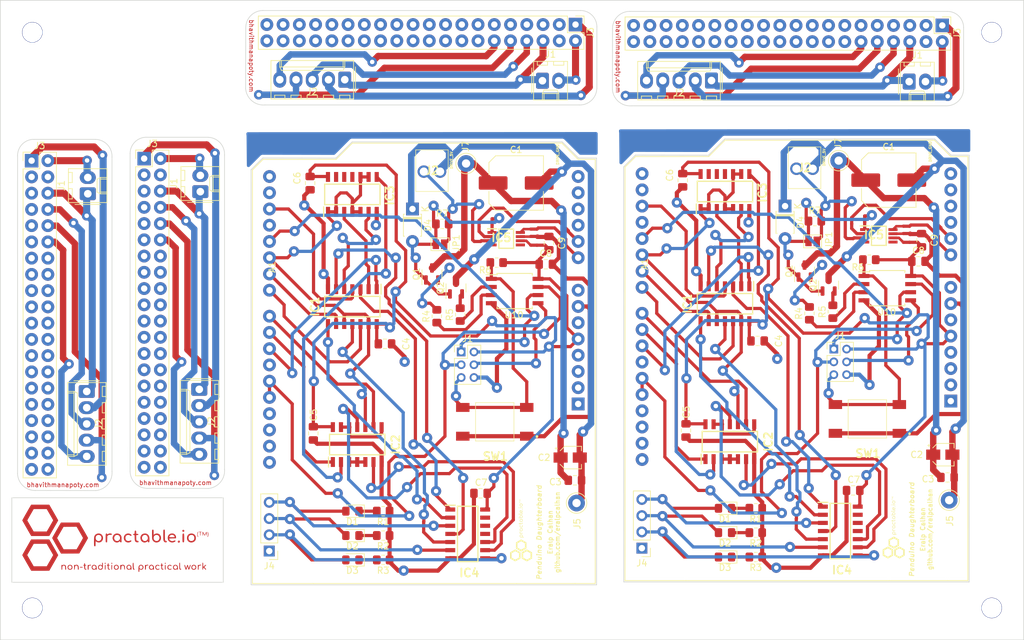
<source format=kicad_pcb>
(kicad_pcb (version 20211014) (generator pcbnew)
  (layers (0 "F.Cu" signal) (31 "B.Cu" signal) (34 "B.Paste" user) (35 "F.Paste" user) (36 "B.SilkS" user "B.Silkscreen") (37 "F.SilkS" user "F.Silkscreen") (38 "B.Mask" user) (39 "F.Mask" user) (44 "Edge.Cuts" user))
  (net 0 "")
  (footprint "Diode_THT:D_T-1_P5.08mm_Horizontal" (layer "F.Cu") (at 198.006 81.625439 -90)
    (fp_text reference "D4")
    (fp_text value "1N4002")
  )
  (footprint "Resistor_SMD:R_0805_2012Metric_Pad1.20x1.40mm_HandSolder" (layer "F.Cu") (at 152.9205 90.458)
    (fp_text reference "R6")
    (fp_text value "100k")
  )
  (footprint "ICPINS:SOIC127P600X175-14N" (layer "F.Cu") (at 148.386 132.876)
    (fp_text reference "IC4")
    (fp_text value "OR " hide)
  )
  (footprint "NetTie:NetTie-2_SMD_Pad0.5mm" (layer "F.Cu") (at 216.982 85.912839)
    (fp_text reference "NT2" hide)
    (fp_text value "NetTie_2")
  )
  (footprint "ICPINS:SOIC127P600X175-14N" (layer "F.Cu") (at 130.352 97.3375 -90)
    (fp_text reference "IC1")
    (fp_text value "AND GATES" hide)
  )
  (footprint "LED_SMD:LED_0805_2012Metric_Pad1.15x1.40mm_HandSolder" (layer "F.Cu") (at 130.361 129.32 180)
    (fp_text reference "D1")
    (fp_text value "LED")
  )
  (footprint "000_Graphics_Immo:practactable.io_text_30x11_SM" (layer "F.Cu") (at 93.17 133.58)
    (fp_text reference "G***" hide)
    (fp_text value "LOGO" hide)
  )
  (footprint "Connector_Molex:Molex_KK-254_AE-6410-02A_1x02_P2.54mm_Vertical" (layer "F.Cu") (at 106.58504 79.36896 90)
    (fp_text reference "J1")
    (fp_text value "Fan")
  )
  (footprint "000_Graphics_Immo:practactable.io_text_10x4" (layer "F.Cu") (at 215.024 131.917439 90)
    (fp_text reference "G***" hide)
    (fp_text value "LOGO" hide)
  )
  (footprint "Connector_Molex:Molex_KK-254_AE-6410-02A_1x02_P2.54mm_Vertical" (layer "F.Cu") (at 217.41 62.16)
    (fp_text reference "J1")
    (fp_text value "Fan")
  )
  (footprint "Connector_PinHeader_2.00mm:PinHeader_2x03_P2.00mm_Vertical" (layer "F.Cu") (at 205.626 103.977439)
    (fp_text reference "J1")
    (fp_text value "AVR-ISP-6")
  )
  (footprint "Connector_PinHeader_2.54mm:PinHeader_1x04_P2.54mm_Vertical" (layer "F.Cu") (at 175.616 135.105439 180)
    (fp_text reference "J4")
    (fp_text value "Conn_01x04")
  )
  (footprint "Resistor_SMD:R_0805_2012Metric_Pad1.20x1.40mm_HandSolder" (layer "F.Cu") (at 135.171 136.94 180)
    (fp_text reference "R3")
    (fp_text value "120")
  )
  (footprint "Connector_Molex:Molex_KK-254_AE-6410-05A_1x05_P2.54mm_Vertical" (layer "F.Cu") (at 106.41904 110.27496 -90)
    (fp_text reference "J2")
    (fp_text value "Arduino Serial")
  )
  (footprint "Resistor_SMD:R_0805_2012Metric_Pad1.20x1.40mm_HandSolder" (layer "F.Cu") (at 135.171 133.13 180)
    (fp_text reference "R2")
    (fp_text value "120")
  )
  (footprint "Resistor_SMD:R_0805_2012Metric_Pad1.20x1.40mm_HandSolder" (layer "F.Cu") (at 193.427 132.679439 180)
    (fp_text reference "R2")
    (fp_text value "120")
  )
  (footprint "Connector_Molex:Molex_KK-254_AE-6410-05A_1x05_P2.54mm_Vertical" (layer "F.Cu") (at 129.165111 61.85956 180)
    (fp_text reference "J2")
    (fp_text value "Arduino Serial")
  )
  (footprint "Capacitor_SMD:CP_Elec_3x5.3" (layer "F.Cu") (at 222.668 120.487439)
    (fp_text reference "C2")
    (fp_text value "10u")
  )
  (footprint "ICPINS:SOIC127P600X175-14N" (layer "F.Cu") (at 189.37 118.455439 90)
    (fp_text reference "IC2")
    (fp_text value "NAND (Used as AND)" hide)
  )
  (footprint "Capacitor_SMD:C_Elec_8x10.2" (layer "F.Cu") (at 214.218 77.561439)
    (fp_text reference "C1")
    (fp_text value "470u")
  )
  (footprint "NetTie:NetTie-2_SMD_Pad0.5mm" (layer "F.Cu") (at 216.982 84.769839)
    (fp_text reference "NT6" hide)
    (fp_text value "NetTie_2")
  )
  (footprint "ICPINS:SOIC127P600X175-14N" (layer "F.Cu") (at 188.608 96.886939 -90)
    (fp_text reference "IC1")
    (fp_text value "AND GATES" hide)
  )
  (footprint "Jumper:SolderJumper-2_P1.3mm_Open_Pad1.0x1.5mm" (layer "F.Cu") (at 144.058761 87.590261)
    (fp_text reference "JP1")
    (fp_text value "Shunt Bypass")
  )
  (footprint "Package_SO:SOIC-8W_5.3x5.3mm_P1.27mm" (layer "F.Cu") (at 213.9865 94.452439)
    (fp_text reference "U10")
    (fp_text value "ATtiny85-20S")
  )
  (footprint "LED_SMD:LED_0805_2012Metric_Pad1.15x1.40mm_HandSolder" (layer "F.Cu") (at 188.617 136.489439 180)
    (fp_text reference "D3")
    (fp_text value "LED")
  )
  (footprint "Sensor_Current:SOP65P490X110-8N" (layer "F.Cu") (at 154.408 86.719)
    (fp_text reference "IC5")
    (fp_text value "MAX9928FAUA+" hide)
  )
  (footprint "Resistor_SMD:R_0805_2012Metric_Pad1.20x1.40mm_HandSolder" (layer "F.Cu") (at 202.664761 83.9647)
    (fp_text reference "R7")
    (fp_text value "10R")
  )
  (footprint "ICPINS:SOIC127P600X175-14N" (layer "F.Cu") (at 131.114 118.906 90)
    (fp_text reference "IC2")
    (fp_text value "NAND (Used as AND)" hide)
  )
  (footprint "Capacitor_SMD:C_0805_2012Metric_Pad1.18x1.45mm_HandSolder" (layer "F.Cu") (at 208.6525 126.075439 180)
    (fp_text reference "C7")
    (fp_text value "100nF")
  )
  (footprint "Package_TO_SOT_SMD:SOT-23" (layer "F.Cu") (at 201.054 91.785439 90)
    (fp_text reference "Q1")
    (fp_text value "BC557")
  )
  (footprint "Connector_PinHeader_2.54mm:PinHeader_1x04_P2.54mm_Vertical" (layer "F.Cu") (at 117.36 135.556 180)
    (fp_text reference "J4")
    (fp_text value "Conn_01x04")
  )
  (footprint "Capacitor_SMD:C_0805_2012Metric_Pad1.18x1.45mm_HandSolder" (layer "F.Cu") (at 160.5995 90.712)
    (fp_text reference "C8")
    (fp_text value "100nF")
  )
  (footprint "Connector_PinHeader_2.54mm:PinHeader_2x20_P2.54mm_Vertical" (layer "F.Cu") (at 80.207 74.522)
    (fp_text reference "J3")
    (fp_text value "Pi Header")
  )
  (footprint "Capacitor_SMD:C_0805_2012Metric_Pad1.18x1.45mm_HandSolder" (layer "F.Cu") (at 182.512 116.698939 -90)
    (fp_text reference "C5")
    (fp_text value "100nF")
  )
  (footprint "Capacitor_SMD:C_Elec_8x10.2" (layer "F.Cu") (at 155.962 78.012)
    (fp_text reference "C1")
    (fp_text value "470u")
  )
  (footprint "Connector_Molex:RSPROPenduinoTerminal" (layer "F.Cu") (at 144.068 76.234 180)
    (fp_text reference "J2")
    (fp_text value "Coil" hide)
  )
  (footprint "Capacitor_SMD:C_0805_2012Metric_Pad1.18x1.45mm_HandSolder" (layer "F.Cu") (at 161.086 87.41 90)
    (fp_text reference "C9")
    (fp_text value "0.1uF")
  )
  (footprint "Package_SO:SOIC-8W_5.3x5.3mm_P1.27mm" (layer "F.Cu") (at 155.7305 94.903)
    (fp_text reference "U10")
    (fp_text value "ATtiny85-20S")
  )
  (footprint "LED_SMD:LED_0805_2012Metric_Pad1.15x1.40mm_HandSolder" (layer "F.Cu") (at 130.361 133.13 180)
    (fp_text reference "D2")
    (fp_text value "LED")
  )
  (footprint "Connector_PinHeader_2.54mm:PinHeader_2x20_P2.54mm_Vertical" (layer "F.Cu") (at 165.244111 53.24156 -90)
    (fp_text reference "J3")
    (fp_text value "Pi Header")
  )
  (footprint "Connector_Pin:Pin_D1.3mm_L11.0mm" (layer "F.Cu") (at 206.388 74.513439)
    (fp_text reference "J7")
    (fp_text value "DRIVE_5V_IN")
  )
  (footprint "Connector_Molex:Molex_KK-254_AE-6410-05A_1x05_P2.54mm_Vertical" (layer "F.Cu") (at 88.825 110.601 -90)
    (fp_text reference "J2")
    (fp_text value "Arduino Serial")
  )
  (footprint "NetTie:NetTie-2_SMD_Pad0.5mm" (layer "F.Cu") (at 158.734 87.735)
    (fp_text reference "NT1" hide)
    (fp_text value "NetTie_2")
  )
  (footprint "Resistor_SMD:R_0805_2012Metric_Pad1.20x1.40mm_HandSolder" (layer "F.Cu") (at 143.56 98.84 -90)
    (fp_text reference "R4")
    (fp_text value "2k2")
  )
  (footprint "Capacitor_SMD:C_0805_2012Metric_Pad1.18x1.45mm_HandSolder" (layer "F.Cu") (at 218.8555 90.261439)
    (fp_text reference "C8")
    (fp_text value "100nF")
  )
  (footprint "Connector_Molex:Molex_KK-254_AE-6410-02A_1x02_P2.54mm_Vertical" (layer "F.Cu") (at 160.071111 62.02556)
    (fp_text reference "J1")
    (fp_text value "Fan")
  )
  (footprint "Connector_Molex:Molex_KK-254_AE-6410-02A_1x02_P2.54mm_Vertical" (layer "F.Cu") (at 88.991 79.695 90)
    (fp_text reference "J1")
    (fp_text value "Fan")
  )
  (footprint "Package_TO_SOT_SMD:SOT-23" (layer "F.Cu") (at 146.5572 94.4204 90)
    (fp_text reference "Q2")
    (fp_text value "BC547")
  )
  (footprint "Capacitor_SMD:C_0805_2012Metric_Pad1.18x1.45mm_HandSolder" (layer "F.Cu") (at 193.7095 102.707439)
    (fp_text reference "C4")
    (fp_text value "100nF")
  )
  (footprint "Resistor_SMD:R_0805_2012Metric_Pad1.20x1.40mm_HandSolder" (layer "F.Cu") (at 147.218761 98.586 -90)
    (fp_text reference "R5")
    (fp_text value "2k2")
  )
  (footprint "ICPINS:SOIC127P600X175-14N" (layer "F.Cu") (at 188.608 79.339439 90)
    (fp_text reference "IC3")
    (fp_text value "NAND (Used as Inverter)" hide)
  )
  (footprint "Resistor_SMD:R_0805_2012Metric_Pad1.20x1.40mm_HandSolder" (layer "F.Cu") (at 211.1765 90.007439)
    (fp_text reference "R6")
    (fp_text value "100k")
  )
  (footprint "Connector_PinHeader_2.00mm:PinHeader_2x03_P2.00mm_Vertical" (layer "F.Cu") (at 147.37 104.428)
    (fp_text reference "J1")
    (fp_text value "AVR-ISP-6")
  )
  (footprint "Sensor_Current:SOP65P490X110-8N" (layer "F.Cu") (at 212.664 86.268439)
    (fp_text reference "IC5")
    (fp_text value "MAX9928FAUA+" hide)
  )
  (footprint "Resistor_SMD:R_0805_2012Metric_Pad1.20x1.40mm_HandSolder" (layer "F.Cu") (at 205.474761 98.135439 -90)
    (fp_text reference "R5")
    (fp_text value "2k2")
  )
  (footprint "Button_Switch_SMD:13019319" (layer "F.Cu") (at 211.722 114.899439 180)
    (fp_text reference "SW1")
    (fp_text value "SW_Push" hide)
  )
  (footprint "NetTie:NetTie-2_SMD_Pad0.5mm" (layer "F.Cu") (at 216.99 87.284439)
    (fp_text reference "NT1" hide)
    (fp_text value "NetTie_2")
  )
  (footprint "Capacitor_SMD:C_0805_2012Metric_Pad1.18x1.45mm_HandSolder" (layer "F.Cu") (at 124.256 117.1495 -90)
    (fp_text reference "C5")
    (fp_text value "100nF")
  )
  (footprint "MountingHole:MountingHole_3.2mm_M3" (layer "F.Cu") (at 80.314111 144.45156)
    (fp_text reference "REF**" hide)
    (fp_text value "MountingHole_3.2mm_M3" hide)
  )
  (footprint "Capacitor_SMD:C_0805_2012Metric_Pad1.18x1.45mm_HandSolder" (layer "F.Cu") (at 150.3965 126.526 180)
    (fp_text reference "C7")
    (fp_text value "100nF")
  )
  (footprint "NetTie:NetTie-2_SMD_Pad0.5mm" (layer "F.Cu") (at 158.726 86.3634)
    (fp_text reference "NT2" hide)
    (fp_text value "NetTie_2")
  )
  (footprint "NetTie:NetTie-2_SMD_Pad0.5mm" (layer "F.Cu") (at 208.42 83.911439 -90)
    (fp_text reference "NT3" hide)
    (fp_text value "NetTie_2")
  )
  (footprint "Resistor_SMD:R_0805_2012Metric_Pad1.20x1.40mm_HandSolder" (layer "F.Cu") (at 193.427 136.489439 180)
    (fp_text reference "R3")
    (fp_text value "120")
  )
  (footprint "MountingHole:MountingHole_3.2mm_M3" (layer "F.Cu") (at 230.314111 54.45156)
    (fp_text reference "REF**" hide)
    (fp_text value "MountingHole_3.2mm_M3" hide)
  )
  (footprint "LED_SMD:LED_0805_2012Metric_Pad1.15x1.40mm_HandSolder" (layer "F.Cu") (at 188.617 128.869439 180)
    (fp_text reference "D1")
    (fp_text value "LED")
  )
  (footprint "Capacitor_SMD:C_0805_2012Metric_Pad1.18x1.45mm_HandSolder" (layer "F.Cu") (at 135.4535 103.158)
    (fp_text reference "C4")
    (fp_text value "100nF")
  )
  (footprint "NetTie:NetTie-2_SMD_Pad0.5mm" (layer "F.Cu") (at 150.164 84.362 -90)
    (fp_text reference "NT3" hide)
    (fp_text value "NetTie_2")
  )
  (footprint "Resistor_SMD:R_0805_2012Metric_Pad1.20x1.40mm_HandSolder" (layer "F.Cu") (at 193.427 128.869439 180)
    (fp_text reference "R1")
    (fp_text value "120")
  )
  (footprint "NetTie:NetTie-2_SMD_Pad0.5mm" (layer "F.Cu") (at 158.726 85.2204)
    (fp_text reference "NT6" hide)
    (fp_text value "NetTie_2")
  )
  (footprint "Jumper:SolderJumper-2_P1.3mm_Open_Pad1.0x1.5mm" (layer "F.Cu") (at 202.314761 87.1397)
    (fp_text reference "JP1")
    (fp_text value "Shunt Bypass")
  )
  (footprint "NetTie:NetTie-2_SMD_Pad0.5mm" (layer "F.Cu") (at 210.452 83.657439 -90)
    (fp_text reference "NT5" hide)
    (fp_text value "NetTie_2")
  )
  (footprint "Package_TO_SOT_SMD:SOT-23" (layer "F.Cu") (at 142.798 92.236 90)
    (fp_text reference "Q1")
    (fp_text value "BC557")
  )
  (footprint "Package_TO_SOT_SMD:SOT-23" (layer "F.Cu") (at 204.8132 93.969839 90)
    (fp_text reference "Q2")
    (fp_text value "BC547")
  )
  (footprint "ICPINS:SOIC127P600X175-14N" (layer "F.Cu") (at 206.642 132.425439)
    (fp_text reference "IC4")
    (fp_text value "OR " hide)
  )
  (footprint "LED_SMD:LED_0805_2012Metric_Pad1.15x1.40mm_HandSolder" (layer "F.Cu") (at 188.617 132.679439 180)
    (fp_text reference "D2")
    (fp_text value "LED")
  )
  (footprint "Connector_PinHeader_2.54mm:PinHeader_2x20_P2.54mm_Vertical" (layer "F.Cu") (at 222.583 53.376 -90)
    (fp_text reference "J3")
    (fp_text value "Pi Header")
  )
  (footprint "Capacitor_SMD:CP_Elec_3x5.3" (layer "F.Cu") (at 164.412 120.938)
    (fp_text reference "C2")
    (fp_text value "10u")
  )
  (footprint "Capacitor_SMD:C_0805_2012Metric_Pad1.18x1.45mm_HandSolder" (layer "F.Cu") (at 165.15 124.494)
    (fp_text reference "C3")
    (fp_text value "0.1u")
  )
  (footprint "Connector_Pin:Pin_D1.3mm_L11.0mm" (layer "F.Cu") (at 165.404 128.05)
    (fp_text reference "J5")
    (fp_text value "DRIVE_GND")
  )
  (footprint "Diode_THT:D_T-1_P5.08mm_Horizontal" (layer "F.Cu") (at 139.75 82.076 -90)
    (fp_text reference "D4")
    (fp_text value "1N4002")
  )
  (footprint "Connector_Pin:Pin_D1.3mm_L11.0mm" (layer "F.Cu") (at 223.66 127.599439)
    (fp_text reference "J5")
    (fp_text value "DRIVE_GND")
  )
  (footprint "NetTie:NetTie-2_SMD_Pad0.5mm" (layer "F.Cu") (at 152.196 84.108 -90)
    (fp_text reference "NT5" hide)
    (fp_text value "NetTie_2")
  )
  (footprint "MountingHole:MountingHole_3.2mm_M3" (layer "F.Cu") (at 80.314111 54.45156)
    (fp_text reference "REF**" hide)
    (fp_text value "MountingHole_3.2mm_M3" hide)
  )
  (footprint "Resistor_SMD:R_0805_2012Metric_Pad1.20x1.40mm_HandSolder" (layer "F.Cu") (at 201.816 98.389439 -90)
    (fp_text reference "R4")
    (fp_text value "2k2")
  )
  (footprint "ICPINS:SOIC127P600X175-14N" (layer "F.Cu") (at 130.352 79.79 90)
    (fp_text reference "IC3")
    (fp_text value "NAND (Used as Inverter)" hide)
  )
  (footprint "Resistor_SMD:R_0805_2012Metric_Pad1.20x1.40mm_HandSolder" (layer "F.Cu") (at 135.171 129.32 180)
    (fp_text reference "R1")
    (fp_text value "120")
  )
  (footprint "Connector_Pin:Pin_D1.3mm_L11.0mm" (layer "F.Cu") (at 148.132 74.964)
    (fp_text reference "J7")
    (fp_text value "DRIVE_5V_IN")
  )
  (footprint "Capacitor_SMD:C_0805_2012Metric_Pad1.18x1.45mm_HandSolder" (layer "F.Cu") (at 123.748 78.0335 -90)
    (fp_text reference "C6")
    (fp_text value "100nF")
  )
  (footprint "MountingHole:MountingHole_3.2mm_M3" (layer "F.Cu") (at 230.314111 144.45156)
    (fp_text reference "REF**" hide)
    (fp_text value "MountingHole_3.2mm_M3" hide)
  )
  (footprint "Audio_Module:Infineon Motor Sheild hiddenPins" (layer "F.Cu") (at 204.229 131.790439 180)
    (fp_text reference "A1")
    (fp_text value "Infineon Motor Shield MOD" hide)
  )
  (footprint "Connector_Molex:Molex_KK-254_AE-6410-05A_1x05_P2.54mm_Vertical" (layer "F.Cu") (at 186.504 61.994 180)
    (fp_text reference "J2")
    (fp_text value "Arduino Serial")
  )
  (footprint "Audio_Module:Infineon Motor Sheild hiddenPins" (layer "F.Cu") (at 145.973 132.241 180)
    (fp_text reference "A1")
    (fp_text value "Infineon Motor Shield MOD" hide)
  )
  (footprint "Button_Switch_SMD:13019319" (layer "F.Cu") (at 153.466 115.35 180)
    (fp_text reference "SW1")
    (fp_text value "SW_Push" hide)
  )
  (footprint "Resistor_SMD:R_0805_2012Metric_Pad1.20x1.40mm_HandSolder" (layer "F.Cu") (at 144.408761 84.415261)
    (fp_text reference "R7")
    (fp_text value "10R")
  )
  (footprint "Connector_Molex:RSPROPenduinoTerminal" (layer "F.Cu") (at 202.324 75.783439 180)
    (fp_text reference "J2")
    (fp_text value "Coil" hide)
  )
  (footprint "Capacitor_SMD:C_0805_2012Metric_Pad1.18x1.45mm_HandSolder" (layer "F.Cu") (at 182.004 77.582939 -90)
    (fp_text reference "C6")
    (fp_text value "100nF")
  )
  (footprint "000_Graphics_Immo:practactable.io_text_10x4" (layer "F.Cu") (at 156.768 132.368 90)
    (fp_text reference "G***" hide)
    (fp_text value "LOGO" hide)
  )
  (footprint "Capacitor_SMD:C_0805_2012Metric_Pad1.18x1.45mm_HandSolder" (layer "F.Cu") (at 219.342 86.959439 90)
    (fp_text reference "C9")
    (fp_text value "0.1uF")
  )
  (footprint "Connector_PinHeader_2.54mm:PinHeader_2x20_P2.54mm_Vertical" (layer "F.Cu") (at 97.80104 74.19596)
    (fp_text reference "J3")
    (fp_text value "Pi Header")
  )
  (footprint "LED_SMD:LED_0805_2012Metric_Pad1.15x1.40mm_HandSolder" (layer "F.Cu") (at 130.361 136.94 180)
    (fp_text reference "D3")
    (fp_text value "LED")
  )
  (footprint "Capacitor_SMD:C_0805_2012Metric_Pad1.18x1.45mm_HandSolder" (layer "F.Cu") (at 223.406 124.043439)
    (fp_text reference "C3")
    (fp_text value "0.1u")
  )
  (footprint "NetTie:NetTie-2_SMD_Pad0.5mm" (layer "F.Cu") (at 208.166 86.705439)
    (fp_text reference "NT4" hide)
    (fp_text value "NetTie_2")
  )
  (footprint "NetTie:NetTie-2_SMD_Pad0.5mm" (layer "F.Cu") (at 149.91 87.156)
    (fp_text reference "NT4" hide)
    (fp_text value "NetTie_2")
  )
  (gr_arc (start 116.670111 65.80856) (mid 114.64406 65.15988) (end 113.670111 63.26856) (layer "Edge.Cuts") (width 0.1))
  (gr_line (start 90.227 126.097) (end 80.760051 126.078949) (layer "Edge.Cuts") (width 0.1))
  (gr_line (start 172.782 140.383439) (end 226.772 140.383439) (layer "Edge.Cuts") (width 0.1))
  (gr_line (start 223.159 65.943) (end 174.009 65.943) (layer "Edge.Cuts") (width 0.1))
  (gr_arc (start 92.774 123.096) (mid 92.125345 125.12208) (end 90.234 126.096) (layer "Edge.Cuts") (width 0.1))
  (gr_line (start 221.412 71.133439) (end 188.572 71.133439) (layer "Edge.Cuts") (width 0.1))
  (gr_line (start 168.516 140.834) (end 168.536 140.834) (layer "Edge.Cuts") (width 0.1))
  (gr_line (start 226.792 140.383439) (end 226.782 73.683439) (layer "Edge.Cuts") (width 0.1))
  (gr_line (start 130.316 71.584) (end 127.776 74.124) (layer "Edge.Cuts") (width 0.1))
  (gr_line (start 80.554 71.185) (end 90.248 71.186) (layer "Edge.Cuts") (width 0.1))
  (gr_line (start 165.820111 65.80856) (end 116.670111 65.80856) (layer "Edge.Cuts") (width 0.1))
  (gr_line (start 127.776 74.124) (end 116.346 74.104) (layer "Edge.Cuts") (width 0.1))
  (gr_rect locked (start 75.314111 49.45156) (end 235.314111 149.45156) (layer "Edge.Cuts") (width 0.1) (fill none))
  (gr_arc (start 95.60804 73.39896) (mid 96.352004 71.602939) (end 98.14804 70.85896) (layer "Edge.Cuts") (width 0.1))
  (gr_line (start 114.516 75.944) (end 114.526 140.834) (layer "Edge.Cuts") (width 0.1))
  (gr_line (start 163.156 71.584) (end 130.316 71.584) (layer "Edge.Cuts") (width 0.1))
  (gr_rect (start 77.11 127.22) (end 110.17 140.44) (layer "Edge.Cuts") (width 0.1) (fill none))
  (gr_arc (start 174.009 65.943) (mid 171.98293 65.294314) (end 171.009 63.403) (layer "Edge.Cuts") (width 0.1))
  (gr_line (start 186.032 73.673439) (end 174.602 73.653439) (layer "Edge.Cuts") (width 0.1))
  (gr_line (start 225.92 53.723) (end 225.919 63.417) (layer "Edge.Cuts") (width 0.1))
  (gr_line (start 78.010051 123.418949) (end 78.014 73.725) (layer "Edge.Cuts") (width 0.1))
  (gr_arc (start 98.354091 125.752909) (mid 96.428208 124.992439) (end 95.604091 123.092909) (layer "Edge.Cuts") (width 0.1))
  (gr_arc (start 107.82804 70.86996) (mid 109.667592 71.71891) (end 110.36804 73.61996) (layer "Edge.Cuts") (width 0.1))
  (gr_line (start 226.772 140.383439) (end 226.792 140.383439) (layer "Edge.Cuts") (width 0.1))
  (gr_line (start 171.008 63.396) (end 171.026051 53.929051) (layer "Edge.Cuts") (width 0.1))
  (gr_arc (start 113.687162 53.794611) (mid 114.447633 51.868722) (end 116.347162 51.044611) (layer "Edge.Cuts") (width 0.1))
  (gr_line (start 116.347162 51.044611) (end 166.041111 51.04856) (layer "Edge.Cuts") (width 0.1))
  (gr_line (start 114.526 140.834) (end 168.516 140.834) (layer "Edge.Cuts") (width 0.1))
  (gr_line (start 226.782 73.663439) (end 223.962 73.663439) (layer "Edge.Cuts") (width 0.1))
  (gr_line (start 110.36804 73.61996) (end 110.36804 122.76996) (layer "Edge.Cuts") (width 0.1))
  (gr_line (start 95.604091 123.092909) (end 95.60804 73.39896) (layer "Edge.Cuts") (width 0.1))
  (gr_line (start 173.686051 51.179051) (end 223.38 51.183) (layer "Edge.Cuts") (width 0.1))
  (gr_arc (start 166.041111 51.04856) (mid 167.837162 51.792509) (end 168.581111 53.58856) (layer "Edge.Cuts") (width 0.1))
  (gr_line (start 168.581111 53.58856) (end 168.580111 63.28256) (layer "Edge.Cuts") (width 0.1))
  (gr_arc (start 225.909 63.403) (mid 225.060036 65.242504) (end 223.159 65.943) (layer "Edge.Cuts") (width 0.1))
  (gr_line (start 107.82104 125.77096) (end 98.354091 125.752909) (layer "Edge.Cuts") (width 0.1))
  (gr_line (start 188.572 71.133439) (end 186.032 73.673439) (layer "Edge.Cuts") (width 0.1))
  (gr_arc (start 168.570111 63.26856) (mid 167.721162 65.108104) (end 165.820111 65.80856) (layer "Edge.Cuts") (width 0.1))
  (gr_arc (start 171.026051 53.929051) (mid 171.786475 52.003094) (end 173.686051 51.179051) (layer "Edge.Cuts") (width 0.1))
  (gr_line (start 226.782 73.683439) (end 226.782 73.663439) (layer "Edge.Cuts") (width 0.1))
  (gr_arc (start 78.014 73.725) (mid 78.757969 71.928975) (end 80.554 71.185) (layer "Edge.Cuts") (width 0.1))
  (gr_line (start 172.772 75.493439) (end 172.782 140.383439) (layer "Edge.Cuts") (width 0.1))
  (gr_line (start 174.602 73.653439) (end 172.792 75.473439) (layer "Edge.Cuts") (width 0.1))
  (gr_line (start 92.774 73.946) (end 92.774 123.096) (layer "Edge.Cuts") (width 0.1))
  (gr_line (start 116.346 74.104) (end 114.536 75.924) (layer "Edge.Cuts") (width 0.1))
  (gr_line (start 172.792 75.473439) (end 172.772 75.493439) (layer "Edge.Cuts") (width 0.1))
  (gr_line (start 223.962 73.663439) (end 221.412 71.133439) (layer "Edge.Cuts") (width 0.1))
  (gr_arc (start 80.760051 126.078949) (mid 78.834149 125.318494) (end 78.010051 123.418949) (layer "Edge.Cuts") (width 0.1))
  (gr_arc (start 90.234 71.196) (mid 92.073533 72.044963) (end 92.774 73.946) (layer "Edge.Cuts") (width 0.1))
  (gr_line (start 168.536 140.834) (end 168.526 74.134) (layer "Edge.Cuts") (width 0.1))
  (gr_line (start 165.706 74.114) (end 163.156 71.584) (layer "Edge.Cuts") (width 0.1))
  (gr_line (start 114.536 75.924) (end 114.516 75.944) (layer "Edge.Cuts") (width 0.1))
  (gr_line (start 168.526 74.114) (end 165.706 74.114) (layer "Edge.Cuts") (width 0.1))
  (gr_arc (start 223.38 51.183) (mid 225.176089 51.92691) (end 225.92 53.723) (layer "Edge.Cuts") (width 0.1))
  (gr_line (start 168.526 74.134) (end 168.526 74.114) (layer "Edge.Cuts") (width 0.1))
  (gr_arc (start 110.36804 122.76996) (mid 109.719377 124.79604) (end 107.82804 125.76996) (layer "Edge.Cuts") (width 0.1))
  (gr_line (start 113.669111 63.26156) (end 113.687162 53.794611) (layer "Edge.Cuts") (width 0.1))
  (gr_line (start 98.14804 70.85896) (end 107.84204 70.85996) (layer "Edge.Cuts") (width 0.1))
  (gr_text "bhavithmanapoty.com" (at 171.906 58.274 270) (layer "F.Cu") (effects (font (size 0.7 0.7) (thickness 0.1))))
  (gr_text "bhavithmanapoty.com" (at 85.105 125.199) (layer "F.Cu") (effects (font (size 0.7 0.7) (thickness 0.1))))
  (gr_text "bhavithmanapoty.com" (at 102.69904 124.87296) (layer "F.Cu") (effects (font (size 0.7 0.7) (thickness 0.1))))
  (gr_text "bhavithmanapoty.com" (at 114.567111 58.13956 270) (layer "F.Cu") (effects (font (size 0.7 0.7) (thickness 0.1))))
  (gr_text "DRIVE_GND" (at 220.7136 73.116439 90) (layer "F.SilkS") (effects (font (size 0.4 0.4) (thickness 0.1))))
  (gr_text "DRIVE_5V" (at 204.102 74.005439 90) (layer "F.SilkS") (effects (font (size 0.4 0.4) (thickness 0.1))))
  (gr_text "Eralp Calhan\ngithub.com/eralpcalhan\n" (at 161.848 132.622 90) (layer "F.SilkS") (effects (font (size 0.7 0.7))))
  (gr_text "Eralp Calhan\ngithub.com/eralpcalhan\n" (at 220.104 132.171439 90) (layer "F.SilkS") (effects (font (size 0.7 0.7))))
  (gr_text "DRIVE_5V" (at 145.846 74.456 90) (layer "F.SilkS") (effects (font (size 0.4 0.4) (thickness 0.1))))
  (gr_text "Penduino Daughterboard" (at 217.818 132.171439 90) (layer "F.SilkS") (effects (font (size 0.7 0.8) (thickness 0.15) italic)))
  (gr_text "DRIVE_GND" (at 162.4576 73.567 90) (layer "F.SilkS") (effects (font (size 0.4 0.4) (thickness 0.1))))
  (gr_text "Penduino Daughterboard" (at 159.562 132.622 90) (layer "F.SilkS") (effects (font (size 0.7 0.8) (thickness 0.15) italic)))
  (segment (start 205.474761 99.135439) (end 205.688295 99.135439) (width 0.5) (layer "F.Cu") (net 0))
  (segment (start 205.872 112.649439) (end 204.8149 111.592339) (width 0.5) (layer "F.Cu") (net 0))
  (segment (start 221.168 117.137439) (end 221.628 116.677439) (width 1) (layer "F.Cu") (net 0))
  (segment (start 199.727846 121.92422) (end 200.513138 121.138928) (width 0.5) (layer "F.Cu") (net 0))
  (segment (start 221.12 98.607616) (end 218.574989 101.152627) (width 0.5) (layer "F.Cu") (net 0))
  (segment (start 142.798 91.2985) (end 142.963742 91.2985) (width 1) (layer "F.Cu") (net 0))
  (segment (start 147.218761 97.586) (end 147.218761 95.646339) (width 0.5) (layer "F.Cu") (net 0))
  (segment (start 134.162 82.515) (end 134.162 84.479219) (width 0.65) (layer "F.Cu") (net 0))
  (segment (start 186.068 82.064439) (end 186.068 79.796639) (width 0.5) (layer "F.Cu") (net 0))
  (segment (start 212.779889 123.145528) (end 212.779889 129.81815) (width 0.5) (layer "F.Cu") (net 0))
  (segment (start 141.477373 127.481395) (end 140.464442 127.481395) (width 0.5) (layer "F.Cu") (net 0))
  (segment (start 162.912 117.588) (end 163.372 117.128) (width 1) (layer "F.Cu") (net 0))
  (segment (start 162.864 99.058177) (end 160.318989 101.603188) (width 0.5) (layer "F.Cu") (net 0))
  (segment (start 222.720578 103.138861) (end 219.351124 103.138861) (width 0.5) (layer "F.Cu") (net 0))
  (segment (start 163.118 76.234) (end 161.34 76.234) (width 1) (layer "F.Cu") (net 0))
  (segment (start 123.699989 98.537989) (end 127.616511 98.537989) (width 0.5) (layer "F.Cu") (net 0))
  (segment (start 159.3061 86.4435) (end 159.300511 86.437911) (width 0.65) (layer "F.Cu") (net 0))
  (segment (start 219.342 85.921939) (end 219.728522 85.921939) (width 0.65) (layer "F.Cu") (net 0))
  (segment (start 137.1341 89.696) (end 137.1341 92.818093) (width 0.5) (layer "F.Cu") (net 0))
  (segment (start 224.4435 120.762939) (end 224.168 120.487439) (width 1) (layer "F.Cu") (net 0))
  (segment (start 221.628 114.137439) (end 218.616 117.149439) (width 0.65) (layer "F.Cu") (net 0))
  (segment (start 165.74398 53.24156) (end 167.393622 54.891202) (width 1.1) (layer "F.Cu") (net 0))
  (segment (start 202.004 92.608561) (end 203.794087 90.818474) (width 0.5) (layer "F.Cu") (net 0))
  (segment (start 196.7851 104.745539) (end 196.7851 105.501439) (width 0.65) (layer "F.Cu") (net 0))
  (segment (start 132.485599 83.964294) (end 132.485599 85.344914) (width 0.5) (layer "F.Cu") (net 0))
  (segment (start 130.352 80.4504) (end 130.352 81.185978) (width 0.5) (layer "F.Cu") (net 0))
  (segment (start 127.304 121.631) (end 124.695 121.631) (width 0.5) (layer "F.Cu") (net 0))
  (segment (start 138.683611 88.563794) (end 137.21 87.090183) (width 0.5) (layer "F.Cu") (net 0))
  (segment (start 144.83 117.603105) (end 144.83 106.46) (width 0.5) (layer "F.Cu") (net 0))
  (segment (start 134.0351 93.2106) (end 134.0351 90.047979) (width 0.5) (layer "F.Cu") (net 0))
  (segment (start 134.924 117.128) (end 134.924 116.181) (width 0.5) (layer "F.Cu") (net 0))
  (segment (start 140.5629 135.416) (end 140.512 135.3651) (width 0.5) (layer "F.Cu") (net 0))
  (segment (start 154.523889 130.268711) (end 152.635511 132.157089) (width 0.5) (layer "F.Cu") (net 0))
  (segment (start 210.3365 92.547439) (end 211.740522 92.547439) (width 0.5) (layer "F.Cu") (net 0))
  (segment (start 217.6365 92.547439) (end 219.485534 92.547439) (width 0.5) (layer "F.Cu") (net 0))
  (segment (start 187.972011 87.005063) (end 187.104636 86.137688) (width 0.5) (layer "F.Cu") (net 0))
  (segment (start 179.21 107.021439) (end 179.21 107.279439) (width 0.5) (layer "F.Cu") (net 0))
  (segment (start 178.619234 81.625439) (end 175.654 81.625439) (width 0.5) (layer "F.Cu") (net 0))
  (segment (start 149.359 134.467022) (end 149.359 126.526) (width 0.65) (layer "F.Cu") (net 0))
  (segment (start 128.574 123.508264) (end 128.574 121.631) (width 0.5) (layer "F.Cu") (net 0))
  (segment (start 208.42 83.411439) (end 210.335945 81.495494) (width 0.5) (layer "F.Cu") (net 0))
  (segment (start 141.023999 123.448221) (end 145.524379 123.448221) (width 0.5) (layer "F.Cu") (net 0))
  (segment (start 210.452 84.157439) (end 210.452 85.293439) (width 0.5) (layer "F.Cu") (net 0))
  (segment (start 137.106799 95.002926) (end 138.683611 93.426114) (width 0.5) (layer "F.Cu") (net 0))
  (segment (start 202.178787 94.907339) (end 200.104 92.832552) (width 0.5) (layer "F.Cu") (net 0))
  (segment (start 125.8562 84.3366) (end 123.0368 81.5172) (width 0.65) (layer "F.Cu") (net 0))
  (segment (start 214.963 57.801) (end 212.845 59.919) (width 1) (layer "F.Cu") (net 0))
  (segment (start 221.374 75.783439) (end 219.596 75.783439) (width 1) (layer "F.Cu") (net 0))
  (segment (start 135.700132 100.0625) (end 136.224816 100.587184) (width 0.5) (layer "F.Cu") (net 0))
  (segment (start 217.503 55.916) (end 217.503 58.446) (width 1.1) (layer "F.Cu") (net 0))
  (segment (start 158.769488 100.961363) (end 159.677164 100.053687) (width 0.5) (layer "F.Cu") (net 0))
  (segment (start 187.719 79.110839) (end 188.608 79.999839) (width 0.5) (layer "F.Cu") (net 0))
  (segment (start 165.658 102.396) (end 164.464578 103.589422) (width 0.5) (layer "F.Cu") (net 0))
  (segment (start 201.9866 138.165839) (end 196.6344 138.165839) (width 0.65) (layer "F.Cu") (net 0))
  (segment (start 210.3365 90.167439) (end 210.1765 90.007439) (width 0.5) (layer "F.Cu") (net 0))
  (segment (start 167.393622 54.891202) (end 167.393622 63.012049) (width 1.1) (layer "F.Cu") (net 0))
  (segment (start 153.5168 122.589) (end 154.523889 123.596089) (width 0.5) (layer "F.Cu") (net 0))
  (segment (start 137.21 76.742) (end 135.686 75.218) (width 0.5) (layer "F.Cu") (net 0))
  (segment (start 220.89152 89.262919) (end 219.893 90.261439) (width 0.65) (layer "F.Cu") (net 0))
  (segment (start 132.892 91.096205) (end 132.485599 90.689804) (width 0.5) (layer "F.Cu") (net 0))
  (segment (start 163.372 114.588) (end 160.36 117.6) (width 0.65) (layer "F.Cu") (net 0))
  (segment (start 207.666 86.705439) (end 207.416 86.455439) (width 0.5) (layer "F.Cu") (net 0))
  (segment (start 149.41 87.156) (end 149.16 86.906) (width 0.5) (layer "F.Cu") (net 0))
  (segment (start 199.784 129.377439) (end 199.784 130.488098) (width 0.5) (layer "F.Cu") (net 0))
  (segment (start 209.883 57.021332) (end 208.607312 58.29702) (width 1) (layer "F.Cu") (net 0))
  (segment (start 188.608 80.735417) (end 189.878 79.465417) (width 0.5) (layer "F.Cu") (net 0))
  (segment (start 205.872 112.649439) (end 215.872 112.649439) (width 0.5) (layer "F.Cu") (net 0))
  (segment (start 221.168 120.487439) (end 221.168 117.137439) (width 1) (layer "F.Cu") (net 0))
  (segment (start 134.162 84.479219) (end 134.0351 84.606119) (width 0.65) (layer "F.Cu") (net 0))
  (segment (start 194.427 128.869439) (end 194.427 127.913105) (width 0.65) (layer "F.Cu") (net 0))
  (segment (start 179.21 120.843039) (end 184.4424 126.075439) (width 0.5) (layer "F.Cu") (net 0))
  (segment (start 222.583 55.916) (end 222.583 62.01) (width 1.1) (layer "F.Cu") (net 0))
  (segment (start 187.972011 90.531902) (end 187.972011 87.005063) (width 0.5) (layer "F.Cu") (net 0))
  (segment (start 133.654 121.631) (end 133.654 125.33879) (width 0.5) (layer "F.Cu") (net 0))
  (segment (start 194.482425 93.275207) (end 194.431625 93.275207) (width 0.5) (layer "F.Cu") (net 0))
  (segment (start 146.990022 132.876) (end 147.6748 132.191222) (width 0.5) (layer "F.Cu") (net 0))
  (segment (start 82.747 79.602) (end 85.277 79.602) (width 1.1) (layer "F.Cu") (net 0))
  (segment (start 195.362799 94.552365) (end 196.939611 92.975553) (width 0.5) (layer "F.Cu") (net 0))
  (segment (start 217.933164 99.603126) (end 217.968972 99.603126) (width 0.5) (layer "F.Cu") (net 0))
  (segment (start 208.736989 98.086745) (end 208.736989 95.282928) (width 0.5) (layer "F.Cu") (net 0))
  (segment (start 187.850814 112.882231) (end 187.175383 112.882231) (width 0.5) (layer "F.Cu") (net 0))
  (segment (start 211.7728 122.138439) (end 212.779889 123.145528) (width 0.5) (layer "F.Cu") (net 0))
  (segment (start 152.079945 81.946055) (end 153.953391 81.946055) (width 0.5) (layer "F.Cu") (net 0))
  (segment (start 153.654477 136.686) (end 153.66529 136.675187) (width 0.5) (layer "F.Cu") (net 0))
  (segment (start 204.8132 93.324839) (end 204.8132 92.344239) (width 1) (layer "F.Cu") (net 0))
  (segment (start 189.37 115.730439) (end 189.37 114.401417) (width 0.5) (layer "F.Cu") (net 0))
  (segment (start 143.748 93.1735) (end 143.748 93.059122) (width 0.5) (layer "F.Cu") (net 0))
  (segment (start 216.4514 85.943439) (end 214.876 85.943439) (width 0.4) (layer "F.Cu") (net 0))
  (segment (start 152.196 99.5765) (end 149.837469 101.935031) (width 0.5) (layer "F.Cu") (net 0))
  (segment (start 117.398 101.376) (end 122.78148 106.75948) (width 0.5) (layer "F.Cu") (net 0))
  (segment (start 175.654 89.245439) (end 175.654 89.311256) (width 0.5) (layer "F.Cu") (net 0))
  (segment (start 193.18 116.677439) (end 193.18 115.730439) (width 0.5) (layer "F.Cu") (net 0))
  (segment (start 195.8709 121.92422) (end 199.727846 121.92422) (width 0.5) (layer "F.Cu") (net 0))
  (segment (start 136.989365 120.761901) (end 141.671204 120.761901) (width 0.5) (layer "F.Cu") (net 0))
  (segment (start 175.654 111.085439) (end 175.654 108.545439) (width 0.5) (layer "F.Cu") (net 0))
  (segment (start 128.1665 89.045382) (end 127.812 89.399882) (width 0.5) (layer "F.Cu") (net 0))
  (segment (start 198.440261 87.1397) (end 198.006 86.705439) (width 0.5) (layer "F.Cu") (net 0))
  (segment (start 123.0368 81.5172) (end 122.8336 81.5172) (width 0.65) (layer "F.Cu") (net 0))
  (segment (start 102.72206 88.17194) (end 102.72204 88.17196) (width 1) (layer "F.Cu") (net 0))
  (segment (start 153.930811 121.589489) (end 155.5234 123.182078) (width 0.5) (layer "F.Cu") (net 0))
  (segment (start 221.12 95.595439) (end 221.12 98.607616) (width 0.5) (layer "F.Cu") (net 0))
  (segment (start 151.434 126.526) (end 151.434 128.743) (width 0.5) (layer "F.Cu") (net 0))
  (segment (start 153.953391 81.946055) (end 156.043305 84.035969) (width 0.5) (layer "F.Cu") (net 0))
  (segment (start 102.87104 79.27596) (end 106.40804 82.81296) (width 1.1) (layer "F.Cu") (net 0))
  (segment (start 127.616511 98.537989) (end 127.812 98.733478) (width 0.5) (layer "F.Cu") (net 0))
  (segment (start 205.688295 99.135439) (end 207.332233 97.491501) (width 0.5) (layer "F.Cu") (net 0))
  (segment (start 129.716011 90.982463) (end 129.716011 87.455624) (width 0.5) (layer "F.Cu") (net 0))
  (segment (start 217.818 89.520939) (end 219.342 87.996939) (width 0.5) (layer "F.Cu") (net 0))
  (segment (start 101.446372 86.89596) (end 102.72206 88.171648) (width 1) (layer "F.Cu") (net 0))
  (segment (start 152.0805 96.808) (end 154.42348 99.15098) (width 0.65) (layer "F.Cu") (net 0))
  (segment (start 177.2796 85.079839) (end 179.591 85.079839) (width 0.5) (layer "F.Cu") (net 0))
  (segment (start 119.684 98.84) (end 126.81248 105.96848) (width 0.5) (layer "F.Cu") (net 0))
  (segment (start 186.068 88.949321) (end 186.068 94.161939) (width 0.5) (layer "F.Cu") (net 0))
  (segment (start 126.81248 105.96848) (end 129.59 105.96848) (width 0.5) (layer "F.Cu") (net 0))
  (segment (start 191.808053 118.32947) (end 193.18 119.701417) (width 0.65) (layer "F.Cu") (net 0))
  (segment (start 128.574 116.181) (end 129.970489 116.181) (width 0.5) (layer "F.Cu") (net 0))
  (segment (start 192.418 82.064439) (end 192.418 84.028658) (width 0.65) (layer "F.Cu") (net 0))
  (segment (start 175.654 108.545439) (end 179.21 112.101439) (width 0.5) (layer "F.Cu") (net 0))
  (segment (start 225.738511 113.92995) (end 225.531022 114.137439) (width 0.65) (layer "F.Cu") (net 0))
  (segment (start 167.275022 114.588) (end 163.372 114.588) (width 0.65) (layer "F.Cu") (net 0))
  (segment (start 184.798 94.161939) (end 184.798 92.471239) (width 0.65) (layer "F.Cu") (net 0))
  (segment (start 221.966031 86.319936) (end 220.231014 84.584919) (width 0.5) (layer "F.Cu") (net 0))
  (segment (start 191.148 83.107332) (end 190.741599 83.513733) (width 0.5) (layer "F.Cu") (net 0))
  (segment (start 158.677101 98.778623) (end 157.7078 97.809322) (width 0.5) (layer "F.Cu") (net 0))
  (segment (start 127.812 80.2472) (end 128.4978 79.5614) (width 0.5) (layer "F.Cu") (net 0))
  (segment (start 217.818 90.261439) (end 217.818 89.520939) (width 0.5) (layer "F.Cu") (net 0))
  (segment (start 211.214 105.003399) (end 212.67948 103.537919) (width 0.65) (layer "F.Cu") (net 0))
  (segment (start 137.106799 96.450799) (end 137.106799 95.002926) (width 0.5) (layer "F.Cu") (net 0))
  (segment (start 188.295489 117.25495) (end 192.602489 117.25495) (width 0.5) (layer "F.Cu") (net 0))
  (segment (start 193.942 74.767439) (end 182.8168 74.767439) (width 0.5) (layer "F.Cu") (net 0))
  (segment (start 224.669738 92.500928) (end 225.738511 93.569701) (width 0.65) (layer "F.Cu") (net 0))
  (segment (start 207.332233 97.491501) (end 207.332233 95.27415) (width 0.5) (layer "F.Cu") (net 0))
  (segment (start 129.844 121.631) (end 131.114 121.631) (width 0.5) (layer "F.Cu") (net 0))
  (segment (start 126.473 76.996) (end 126.542 77.065) (width 0.5) (layer "F.Cu") (net 0))
  (segment (start 151.111 136.686) (end 153.654477 136.686) (width 0.5) (layer "F.Cu") (net 0))
  (segment (start 152.362 78.012) (end 155.176489 80.826489) (width 1) (layer "F.Cu") (net 0))
  (segment (start 184.1122 91.785439) (end 184.1122 83.886039) (width 0.65) (layer "F.Cu") (net 0))
  (segment (start 162.864 96.046) (end 162.864 99.058177) (width 0.5) (layer "F.Cu") (net 0))
  (segment (start 212.186811 121.138928) (end 213.7794 122.731517) (width 0.5) (layer "F.Cu") (net 0))
  (segment (start 163.876489 92.951489) (end 166.413738 92.951489) (width 0.65) (layer "F.Cu") (net 0))
  (segment (start 211.910477 136.235439) (end 211.92129 136.224626) (width 0.5) (layer "F.Cu") (net 0))
  (segment (start 151.268423 58.16258) (end 151.268131 58.16258) (width 1) (layer "F.Cu") (net 0))
  (segment (start 185.872511 98.087428) (end 186.068 98.282917) (width 0.5) (layer "F.Cu") (net 0))
  (segment (start 189.878 103.485919) (end 189.878 99.611939) (width 0.5) (layer "F.Cu") (net 0))
  (segment (start 180.27 128.869439) (end 178.836 127.435439) (width 0.5) (layer "F.Cu") (net 0))
  (segment (start 124.283101 95.082501) (end 124.283101 85.995867) (width 0.5) (layer "F.Cu") (net 0))
  (segment (start 207.332233 95.27415) (end 208.788944 93.817439) (width 0.5) (layer "F.Cu") (net 0))
  (segment (start 195.7838 138.165839) (end 196.6344 138.165839) (width 0.65) (layer "F.Cu") (net 0))
  (segment (start 211.89103 133.913965) (end 210.839556 134.965439) (width 0.5) (layer "F.Cu") (net 0))
  (segment (start 130.352 82.515) (end 131.622 82.515) (width 0.5) (layer "F.Cu") (net 0))
  (segment (start 133.758478 98.078) (end 135.906956 98.078) (width 0.5) (layer "F.Cu") (net 0))
  (segment (start 151.268131 58.16258) (end 151.268111 58.16256) (width 1) (layer "F.Cu") (net 0))
  (segment (start 209.883 55.916) (end 209.883 57.021332) (width 1) (layer "F.Cu") (net 0))
  (segment (start 158.769488 102.245013) (end 158.769488 100.961363) (width 0.5) (layer "F.Cu") (net 0))
  (segment (start 130.352 81.185978) (end 131.622 79.915978) (width 0.5) (layer "F.Cu") (net 0))
  (segment (start 102.72206 88.171648) (end 102.72206 105.05998) (width 1) (layer "F.Cu") (net 0))
  (segment (start 215.872 108.635439) (end 215.872 112.649439) (width 0.5) (layer "F.Cu") (net 0))
  (segment (start 143.408761 87.590261) (end 143.408761 84.415261) (width 0.5) (layer "F.Cu") (net 0))
  (segment (start 207.416 81.867439) (end 208.42 80.863439) (width 0.5) (layer "F.Cu") (net 0))
  (segment (start 217.66692 84.584919) (end 217.482 84.769839) (width 0.5) (layer "F.Cu") (net 0))
  (segment (start 124.695 121.631) (end 122.732 119.668) (width 0.5) (layer "F.Cu") (net 0))
  (segment (start 124.772714 97.136531) (end 127.628587 97.136531) (width 0.5) (layer "F.Cu") (net 0))
  (segment (start 136.107288 96.86481) (end 141.971282 102.728804) (width 0.5) (layer "F.Cu") (net 0))
  (segment (start 162.63552 87.66492) (end 162.63552 89.71348) (width 0.65) (layer "F.Cu") (net 0))
  (segment (start 222.136 100.167439) (end 223.914 101.945439) (width 0.5) (layer "F.Cu") (net 0))
  (segment (start 153.199122 83.608) (end 153.311566 83.495556) (width 0.5) (layer "F.Cu") (net 0))
  (segment (start 186.068 98.282917) (end 186.068 99.611939) (width 0.5) (layer "F.Cu") (net 0))
  (segment (start 200.227282 117.337337) (end 200.297992 117.408047) (width 0.5) (layer "F.Cu") (net 0))
  (segment (start 185.884587 96.68597) (end 187.338 98.139383) (width 0.5) (layer "F.Cu") (net 0))
  (segment (start 217.775 90.007439) (end 217.7965 90.028939) (width 0.5) (layer "F.Cu") (net 0))
  (segment (start 82.747 84.682) (end 84.161213 84.682) (width 1) (layer "F.Cu") (net 0))
  (segment (start 186.7538 79.110839) (end 187.719 79.110839) (width 0.5) (layer "F.Cu") (net 0))
  (segment (start 160.578 99.188659) (end 160.578 98.0055) (width 0.5) (layer "F.Cu") (net 0))
  (segment (start 155.498 95.011478) (end 155.498 106.968) (width 0.5) (layer "F.Cu") (net 0))
  (segment (start 222.583 53.376) (end 223.082869 53.376) (width 1.1) (layer "F.Cu") (net 0))
  (segment (start 108.76856 123.71348) (end 108.77404 123.71896) (width 1) (layer "F.Cu") (net 0))
  (segment (start 82.747 87.222) (end 83.852332 87.222) (width 1) (layer "F.Cu") (net 0))
  (segment (start 157.624111 55.78156) (end 157.624111 57.66656) (width 1) (layer "F.Cu") (net 0))
  (segment (start 175.654 89.311256) (end 183.028714 96.68597) (width 0.5) (layer "F.Cu") (net 0))
  (segment (start 184.798 82.859272) (end 186.18772 84.248992) (width 0.5) (layer "F.Cu") (net 0))
  (segment (start 100.34104 84.35596) (end 101.755253 84.35596) (width 1) (layer "F.Cu") (net 0))
  (segment (start 164.1125 124.494) (end 162.912 123.2935) (width 1) (layer "F.Cu") (net 0))
  (segment (start 198.514 91.132939) (end 200.104 92.722939) (width 0.5) (layer "F.Cu") (net 0))
  (segment (start 128.047181 124.035083) (end 128.574 123.508264) (width 0.5) (layer "F.Cu") (net 0))
  (segment (start 131.114 114.851978) (end 129.594814 113.332792) (width 0.5) (layer "F.Cu") (net 0))
  (segment (start 160.4825 87.735) (end 161.266 88.5185) (width 0.5) (layer "F.Cu") (net 0))
  (segment (start 165.912 117.382) (end 166.42 116.874) (width 1) (layer "F.Cu") (net 0))
  (segment (start 193.813299 93.893533) (end 193.813299 95.256043) (width 0.5) (layer "F.Cu") (net 0))
  (segment (start 218.834 98.738098) (end 218.834 97.554939) (width 0.5) (layer "F.Cu") (net 0))
  (segment (start 102.72206 88.171648) (end 102.72206 88.17194) (width 1) (layer "F.Cu") (net 0))
  (segment (start 167.482511 114.380511) (end 167.275022 114.588) (width 0.65) (layer "F.Cu") (net 0))
  (segment (start 187.338 98.282917) (end 187.533489 98.087428) (width 0.5) (layer "F.Cu") (net 0))
  (segment (start 136.175625 93.725768) (end 135.557299 94.344094) (width 0.5) (layer "F.Cu") (net 0))
  (segment (start 100.34104 81.81596) (end 102.22604 81.81596) (width 1) (layer "F.Cu") (net 0))
  (segment (start 162.912 123.2935) (end 162.912 120.938) (width 1) (layer "F.Cu") (net 0))
  (segment (start 185.491 115.661439) (end 185.56 115.730439) (width 0.5) (layer "F.Cu") (net 0))
  (segment (start 202.964761 87.1397) (end 203.6956 86.408861) (width 0.5) (layer "F.Cu") (net 0))
  (segment (start 162.385511 87.285489) (end 162.385511 87.414911) (width 0.65) (layer "F.Cu") (net 0))
  (segment (start 202.587978 129.885439) (end 199.733373 127.030834) (width 0.5) (layer "F.Cu") (net 0))
  (segment (start 138.5291 105.1961) (end 138.5291 105.952) (width 0.65) (layer "F.Cu") (net 0))
  (segment (start 124.256 116.112) (end 127.235 116.112) (width 0.5) (layer "F.Cu") (net 0))
  (segment (start 135.364111 60.01208) (end 131.167111 64.20908) (width 1) (layer "F.Cu") (net 0))
  (segment (start 182.539101 85.545306) (end 178.619234 81.625439) (width 0.5) (layer "F.Cu") (net 0))
  (segment (start 130.352 94.6125) (end 130.352 95.941522) (width 0.5) (layer "F.Cu") (net 0))
  (segment (start 128.019099 109.457099) (end 117.398 98.836) (width 0.5) (layer "F.Cu") (net 0))
  (segment (start 129.336 136.94) (end 124.004 136.94) (width 0.5) (layer "F.Cu") (net 0))
  (segment (start 132.467025 109.457099) (end 128.019099 109.457099) (width 0.5) (layer "F.Cu") (net 0))
  (segment (start 131.386 133.13) (end 134.171 133.13) (width 0.5) (layer "F.Cu") (net 0))
  (segment (start 193.18 119.701417) (end 193.18 121.180439) (width 0.65) (layer "F.Cu") (net 0))
  (segment (start 141.671204 120.761901) (end 144.83 117.603105) (width 0.5) (layer "F.Cu") (net 0))
  (segment (start 147.140022 136.686) (end 149.359 134.467022) (width 0.65) (layer "F.Cu") (net 0))
  (segment (start 211.455122 83.157439) (end 211.567566 83.044995) (width 0.5) (layer "F.Cu") (net 0))
  (segment (start 205.246022 132.425439) (end 205.9308 131.740661) (width 0.5) (layer "F.Cu") (net 0))
  (segment (start 143.052 134.146) (end 145.661 134.146) (width 0.5) (layer "F.Cu") (net 0))
  (segment (start 132.892 82.515) (end 132.892 83.557893) (width 0.5) (layer "F.Cu") (net 0))
  (segment (start 120.954 107.472) (end 120.954 107.73) (width 0.5) (layer "F.Cu") (net 0))
  (segment (start 152.583556 135.416) (end 151.111 135.416) (width 0.5) (layer "F.Cu") (net 0))
  (segment (start 202.91152 100.484959) (end 206.338775 100.484959) (width 0.5) (layer "F.Cu") (net 0))
  (segment (start 212.423 57.330213) (end 209.606693 60.14652) (width 1) (layer "F.Cu") (net 0))
  (segment (start 182.8168 74.767439) (end 182.004 75.580239) (width 0.5) (layer "F.Cu") (net 0))
  (segment (start 136.171 136.94) (end 136.171 133.13) (width 0.65) (layer "F.Cu") (net 0))
  (segment (start 151.434 126.526) (end 152.471988 125.488012) (width 0.5) (layer "F.Cu") (net 0))
  (segment (start 123.748 76.996) (end 126.473 76.996) (width 0.5) (layer "F.Cu") (net 0))
  (segment (start 189.878 79.465417) (end 189.878 76.614439) (width 0.5) (layer "F.Cu") (net 0))
  (segment (start 120.954 112.552) (end 120.954 121.2936) (width 0.5) (layer "F.Cu") (net 0))
  (segment (start 183.028714 96.68597) (end 185.884587 96.68597) (width 0.5) (layer "F.Cu") (net 0))
  (segment (start 192.418 92.886939) (end 192.2911 92.760039) (width 0.5) (layer "F.Cu") (net 0))
  (segment (start 222.373511 85.021428) (end 222.373511 85.16495) (width 0.5) (layer "F.Cu") (net 0))
  (segment (start 224.168 120.487439) (end 224.168 116.931439) (width 1) (layer "F.Cu") (net 0))
  (segment (start 190.741599 83.513733) (end 190.741599 84.894353) (width 0.5) (layer "F.Cu") (net 0))
  (segment (start 128.4978 79.5614) (end 129.463 79.5614) (width 0.5) (layer "F.Cu") (net 0))
  (segment (start 120.363234 82.076) (end 117.398 82.076) (width 0.5) (layer "F.Cu") (net 0))
  (segment (start 194.431625 93.275207) (end 193.813299 93.893533) (width 0.5) (layer "F.Cu") (net 0))
  (segment (start 148.132 74.964) (end 147.8605 75.2355) (width 1) (layer "F.Cu") (net 0))
  (segment (start 192.418 84.028658) (end 192.2911 84.155558) (width 0.65) (layer "F.Cu") (net 0))
  (segment (start 99.450682 72.046449) (end 107.571529 72.046449) (width 1.1) (layer "F.Cu") (net 0))
  (segment (start 132.892 100.0625) (end 132.892 104.936) (width 0.5) (layer "F.Cu") (net 0))
  (segment (start 208.42 85.123939) (end 208.42 84.411439) (width 0.5) (layer "F.Cu") (net 0))
  (segment (start 203.917 128.615439) (end 201.69923 126.397669) (width 0.5) (layer "F.Cu") (net 0))
  (segment (start 208.778 86.593439) (end 210.452 86.593439) (width 0.5) (layer "F.Cu") (net 0))
  (segment (start 203.6956 83.995539) (end 203.664761 83.9647) (width 0.5) (layer "F.Cu") (net 0))
  (segment (start 201.308 133.695439) (end 203.917 133.695439) (width 0.5) (layer "F.Cu") (net 0))
  (segment (start 180.988 106.358399) (end 181.03748 106.308919) (width 0.5) (layer "F.Cu") (net 0))
  (segment (start 159.562 90.501) (end 159.5405 90.4795) (width 0.5) (layer "F.Cu") (net 0))
  (segment (start 80.207 74.522) (end 80.207 74.022131) (width 1.1) (layer "F.Cu") (net 0))
  (segment (start 86.97752 104.402) (end 91.17452 108.599) (width 1) (layer "F.Cu") (net 0))
  (segment (start 191.148 99.611939) (end 191.148 104.485439) (width 0.5) (layer "F.Cu") (net 0))
  (segment (start 201.054 90.847939) (end 201.219742 90.847939) (width 1) (layer "F.Cu") (net 0))
  (segment (start 142.257138 121.589489) (end 153.930811 121.589489) (width 0.5) (layer "F.Cu") (net 0))
  (segment (start 134.924 120.151978) (end 134.924 121.631) (width 0.65) (layer "F.Cu") (net 0))
  (segment (start 186.83 123.057703) (end 186.83 121.180439) (width 0.5) (layer "F.Cu") (net 0))
  (segment (start 203.917 136.235439) (end 201.9866 138.165839) (width 0.65) (layer "F.Cu") (net 0))
  (segment (start 185.06848 105.517919) (end 187.846 105.517919) (width 0.5) (layer "F.Cu") (net 0))
  (segment (start 124.256 116.112) (end 124.256 109.07498) (width 0.5) (layer "F.Cu") (net 0))
  (segment (start 198.514 89.245439) (end 198.514 91.132939) (width 0.5) (layer "F.Cu") (net 0))
  (segment (start 135.906956 98.078) (end 140.2072 102.378244) (width 0.5) (layer "F.Cu") (net 0))
  (segment (start 184.798 92.471239) (end 184.1122 91.785439) (width 0.65) (layer "F.Cu") (net 0))
  (segment (start 186.068 79.796639) (end 186.7538 79.110839) (width 0.5) (layer "F.Cu") (net 0))
  (segment (start 161.519813 80.826489) (end 162.992994 82.29967) (width 1) (layer "F.Cu") (net 0))
  (segment (start 192.602489 117.25495) (end 193.18 116.677439) (width 0.5) (layer "F.Cu") (net 0))
  (segment (start 216.933101 98.328062) (end 215.9638 97.358761) (width 0.5) (layer "F.Cu") (net 0))
  (segment (start 100.34104 74.19596) (end 106.43504 74.19596) (width 1.1) (layer "F.Cu") (net 0))
  (segment (start 149.076233 97.942062) (end 149.076233 95.724711) (width 0.5) (layer "F.Cu") (net 0))
  (segment (start 211.740522 92.547439) (end 213.754 94.560917) (width 0.5) (layer "F.Cu") (net 0))
  (segment (start 197.163862 125.113797) (end 199.279999 122.99766) (width 0.5) (layer "F.Cu") (net 0))
  (segment (start 152.440022 134.146) (end 151.111 134.146) (width 0.5) (layer "F.Cu") (net 0))
  (segment (start 140.2072 102.378244) (end 140.2072 118.6012) (width 0.5) (layer "F.Cu") (net 0))
  (segment (start 219.596 75.783439) (end 217.818 77.561439) (width 1) (layer "F.Cu") (net 0))
  (segment (start 223.66 127.599439) (end 224.4435 126.815939) (width 1) (layer "F.Cu") (net 0))
  (segment (start 224.168 116.931439) (end 224.676 116.423439) (width 1) (layer "F.Cu") (net 0))
  (segment (start 203.664761 83.9647) (end 203.664761 82.222004) (width 0.5) (layer "F.Cu") (net 0))
  (segment (start 209.69 126.075439) (end 209.69 128.292439) (width 0.5) (layer "F.Cu") (net 0))
  (segment (start 127.812 89.399882) (end 127.812 94.6125) (width 0.5) (layer "F.Cu") (net 0))
  (segment (start 140.184261 87.590261) (end 139.75 87.156) (width 0.5) (layer "F.Cu") (net 0))
  (segment (start 153.635031 132.571091) (end 153.63503 134.364526) (width 0.5) (layer "F.Cu") (net 0))
  (segment (start 146.5572 93.7754) (end 146.5572 92.7948) (width 1) (layer "F.Cu") (net 0))
  (segment (start 201.219742 90.847939) (end 203.048708 89.018973) (width 1) (layer "F.Cu") (net 0))
  (segment (start 102.22604 81.81596) (end 104.34404 83.93396) (width 1) (layer "F.Cu") (net 0))
  (segment (start 147.8605 75.2355) (end 147.8605 88.365197) (width 1) (layer "F.Cu") (net 0))
  (segment (start 148.132 74.964) (end 149.314 74.964) (width 1) (layer "F.Cu") (net 0))
  (segment (start 210.3365 92.547439) (end 210.3365 90.167439) (width 0.5) (layer "F.Cu") (net 0))
  (segment (start 131.622 79.915978) (end 131.622 77.065) (width 0.5) (layer "F.Cu") (net 0))
  (segment (start 194.427 136.489439) (end 194.427 132.679439) (width 0.65) (layer "F.Cu") (net 0))
  (segment (start 141.528 130.938659) (end 141.502489 130.96417) (width 0.5) (layer "F.Cu") (net 0))
  (segment (start 178.485956 89.245439) (end 179.479989 88.251406) (width 0.5) (layer "F.Cu") (net 0))
  (segment (start 219.728522 85.921939) (end 220.641511 86.834928) (width 0.65) (layer "F.Cu") (net 0))
  (segment (start 165.244111 61.87556) (end 165.282111 61.91356) (width 1.1) (layer "F.Cu") (net 0))
  (segment (start 180.988 119.217439) (end 180.988 106.358399) (width 0.5) (layer "F.Cu") (net 0))
  (segment (start 191.91 121.180439) (end 191.91 124.888229) (width 0.5) (layer "F.Cu") (net 0))
  (segment (start 130.352 102.89498) (end 130.352 100.0625) (width 0.5) (layer "F.Cu") (net 0))
  (segment (start 149.837469 101.935031) (end 142.591031 101.935031) (width 0.5) (layer "F.Cu") (net 0))
  (segment (start 191.148 98.643439) (end 191.148 99.611939) (width 0.5) (layer "F.Cu") (net 0))
  (segment (start 128.828 104.41898) (end 130.352 102.89498) (width 0.5) (layer "F.Cu") (net 0))
  (segment (start 141.471846 122.374781) (end 142.257138 121.589489) (width 0.5) (layer "F.Cu") (net 0))
  (segment (start 163.88 100.618) (end 165.658 102.396) (width 0.5) (layer "F.Cu") (net 0))
  (segment (start 159.3805 92.998) (end 161.229534 92.998) (width 0.5) (layer "F.Cu") (net 0))
  (segment (start 208.60702 58.29702) (end 208.607 58.297) (width 1) (layer "F.Cu") (net 0))
  (segment (start 149.076233 95.724711) (end 150.532944 94.268) (width 0.5) (layer "F.Cu") (net 0))
  (segment (start 159.562 89.9715) (end 161.086 88.4475) (width 0.5) (layer "F.Cu") (net 0))
  (segment (start 165.244111 55.78156) (end 165.244111 61.87556) (width 1.1) (layer "F.Cu") (net 0))
  (segment (start 126.1864 126.526) (end 128.066 126.526) (width 0.5) (layer "F.Cu") (net 0))
  (segment (start 210.3365 96.357439) (end 212.67948 98.700419) (width 0.65) (layer "F.Cu") (net 0))
  (segment (start 182.512 115.661439) (end 185.491 115.661439) (width 0.5) (layer "F.Cu") (net 0))
  (segment (start 192.2911 92.760039) (end 192.2911 89.597418) (width 0.5) (layer "F.Cu") (net 0))
  (segment (start 187.592 136.489439) (end 182.26 136.489439) (width 0.5) (layer "F.Cu") (net 0))
  (segment (start 193.956132 99.611939) (end 194.480816 100.136623) (width 0.5) (layer "F.Cu") (net 0))
  (segment (start 144.65552 100.93552) (end 148.082775 100.93552) (width 0.5) (layer "F.Cu") (net 0))
  (segment (start 165.658 89.696) (end 163.710031 87.748031) (width 0.5) (layer "F.Cu") (net 0))
  (segment (start 140.258 89.696) (end 140.258 91.5835) (width 0.5) (layer "F.Cu") (net 0))
  (segment (start 167.482511 94.020262) (end 167.482511 98.124511) (width 0.65) (layer "F.Cu") (net 0))
  (segment (start 210.452 85.943439) (end 209.2395 85.943439) (width 0.5) (layer "F.Cu") (net 0))
  (segment (start 211.891031 132.12053) (end 211.89103 133.913965) (width 0.5) (layer "F.Cu") (net 0))
  (segment (start 191.91 115.730439) (end 191.91 110.193513) (width 0.5) (layer "F.Cu") (net 0))
  (segment (start 150.41 87.156) (end 150.522 87.044) (width 0.5) (layer "F.Cu") (net 0))
  (segment (start 224.732511 63.146489) (end 223.432 64.447) (width 1.1) (layer "F.Cu") (net 0))
  (segment (start 152.471988 125.488012) (end 152.471988 124.141912) (width 0.5) (layer "F.Cu") (net 0))
  (segment (start 209.2395 85.943439) (end 208.42 85.123939) (width 0.5) (layer "F.Cu") (net 0))
  (segment (start 187.592 128.869439) (end 180.27 128.869439) (width 0.5) (layer "F.Cu") (net 0))
  (segment (start 150.532944 94.268) (end 152.0805 94.268) (width 0.5) (layer "F.Cu") (net 0))
  (segment (start 187.338 99.611939) (end 187.338 98.282917) (width 0.5) (layer "F.Cu") (net 0))
  (segment (start 164.117511 85.471989) (end 164.117511 85.615511) (width 0.5) (layer "F.Cu") (net 0))
  (segment (start 129.082 94.6125) (end 129.082 91.616474) (width 0.5) (layer "F.Cu") (net 0))
  (segment (start 191.91 124.888229) (end 191.5555 125.242729) (width 0.5) (layer "F.Cu") (net 0))
  (segment (start 217.5621 85.992939) (end 217.556511 85.98735) (width 0.65) (layer "F.Cu") (net 0))
  (segment (start 210.891511 133.49995) (end 210.696022 133.695439) (width 0.5) (layer "F.Cu") (net 0))
  (segment (start 142.528 96.808) (end 143.56 97.84) (width 0.5) (layer "F.Cu") (net 0))
  (segment (start 203.917 134.965439) (end 198.8189 134.965439) (width 0.5) (layer "F.Cu") (net 0))
  (segment (start 151.434 128.743) (end 151.111 129.066) (width 0.5) (layer "F.Cu") (net 0))
  (segment (start 218.834 97.554939) (end 217.6365 96.357439) (width 0.5) (layer "F.Cu") (net 0))
  (segment (start 194.3214 126.287917) (end 194.3214 121.235305) (width 0.5) (layer "F.Cu") (net 0))
  (segment (start 199.758489 132.145928) (end 201.308 133.695439) (width 0.5) (layer "F.Cu") (net 0))
  (segment (start 136.171 129.32) (end 136.171 128.363666) (width 0.65) (layer "F.Cu") (net 0))
  (segment (start 217.818 90.050439) (end 217.7965 90.028939) (width 0.5) (layer "F.Cu") (net 0))
  (segment (start 100.34104 79.27596) (end 102.87104 79.27596) (width 1.1) (layer "F.Cu") (net 0))
  (segment (start 158.796711 98.778623) (end 158.677101 98.778623) (width 0.5) (layer "F.Cu") (net 0))
  (segment (start 197.498 129.464517) (end 194.3214 126.287917) (width 0.5) (layer "F.Cu") (net 0))
  (segment (start 175.654 86.705439) (end 177.2796 85.079839) (width 0.5) (layer "F.Cu") (net 0))
  (segment (start 160.164111 55.78156) (end 160.164111 58.31156) (width 1.1) (layer "F.Cu") (net 0))
  (segment (start 222.132489 92.500928) (end 224.669738 92.500928) (width 0.65) (layer "F.Cu") (net 0))
  (segment (start 157.543 87.044) (end 158.234 87.735) (width 0.4) (layer "F.Cu") (net 0))
  (segment (start 195.245365 120.31134) (end 199.927204 120.31134) (width 0.5) (layer "F.Cu") (net 0))
  (segment (start 194.363288 95.806032) (end 194.363288 96.414249) (width 0.5) (layer "F.Cu") (net 0))
  (segment (start 191.148 94.161939) (end 191.148 90.645644) (width 0.5) (layer "F.Cu") (net 0))
  (segment (start 145.661 135.416) (end 140.5629 135.416) (width 0.5) (layer "F.Cu") (net 0))
  (segment (start 131.386 129.32) (end 134.171 129.32) (width 0.5) (layer "F.Cu") (net 0))
  (segment (start 134.162 77.065) (end 135.5846 78.4876) (width 0.5) (layer "F.Cu") (net 0))
  (segment (start 194.162956 97.627439) (end 198.4632 101.927683) (width 0.5) (layer "F.Cu") (net 0))
  (segment (start 205.474761 97.135439) (end 205.474761 95.195778) (width 0.5) (layer "F.Cu") (net 0))
  (segment (start 84.161213 84.682) (end 86.97752 87.498307) (width 1) (layer "F.Cu") (net 0))
  (segment (start 167.393622 63.012049) (end 166.093111 64.31256) (width 1.1) (layer "F.Cu") (net 0))
  (segment (start 217.6365 93.817439) (end 219.342 93.817439) (width 0.5) (layer "F.Cu") (net 0))
  (segment (start 133.654 110.644074) (end 132.467025 109.457099) (width 0.5) (layer "F.Cu") (net 0))
  (segment (start 203.086 117.152544) (end 203.086 106.009439) (width 0.5) (layer "F.Cu") (net 0))
  (segment (start 199.733373 127.030834) (end 198.720442 127.030834) (width 0.5) (layer "F.Cu") (net 0))
  (segment (start 147.218761 99.586) (end 147.432295 99.586) (width 0.5) (layer "F.Cu") (net 0))
  (segment (start 119.0236 85.5304) (end 121.335 85.5304) (width 0.5) (layer "F.Cu") (net 0))
  (segment (start 133.654 116.181) (end 133.654 110.644074) (width 0.5) (layer "F.Cu") (net 0))
  (segment (start 124.256 109.07498) (end 124.33098 109) (width 0.5) (layer "F.Cu") (net 0))
  (segment (start 194.427 136.489439) (end 194.427 136.809039) (width 0.65) (layer "F.Cu") (net 0))
  (segment (start 191.148 90.645644) (end 190.741599 90.239243) (width 0.5) (layer "F.Cu") (net 0))
  (segment (start 140.2072 118.6012) (end 139.922346 118.886054) (width 0.5) (layer "F.Cu") (net 0))
  (segment (start 161.472522 86.3725) (end 162.385511 87.285489) (width 0.65) (layer "F.Cu") (net 0))
  (segment (start 203.8632 94.907339) (end 202.178787 94.907339) (width 0.5) (layer "F.Cu") (net 0))
  (segment (start 217.025488 101.794452) (end 217.025488 100.510802) (width 0.5) (layer "F.Cu") (net 0))
  (segment (start 124.283101 85.995867) (end 120.363234 82.076) (width 0.5) (layer "F.Cu") (net 0))
  (segment (start 153.484522 92.998) (end 155.498 95.011478) (width 0.5) (layer "F.Cu") (net 0))
  (segment (start 130.039489 117.705511) (end 134.346489 117.705511) (width 0.5) (layer "F.Cu") (net 0))
  (segment (start 179.21 112.101439) (end 179.21 120.843039) (width 0.5) (layer "F.Cu") (net 0))
  (segment (start 159.712972 100.053687) (end 160.578 99.188659) (width 0.5) (layer "F.Cu") (net 0))
  (segment (start 85.277 79.602) (end 88.814 83.139) (width 1.1) (layer "F.Cu") (net 0))
  (segment (start 217.025488 100.510802) (end 217.933164 99.603126) (width 0.5) (layer "F.Cu") (net 0))
  (segment (start 184.4424 126.075439) (end 186.322 126.075439) (width 0.5) (layer "F.Cu") (net 0))
  (segment (start 145.524379 123.448221) (end 146.3836 122.589) (width 0.5) (layer "F.Cu") (net 0))
  (segment (start 159.519 90.458) (end 159.5405 90.4795) (width 0.5) (layer "F.Cu") (net 0))
  (segment (start 225.738511 93.569701) (end 225.738511 97.67395) (width 0.65) (layer "F.Cu") (net 0))
  (segment (start 204.8149 111.592339) (end 204.8149 110.870033) (width 0.5) (layer "F.Cu") (net 0))
  (segment (start 163.88 95.648466) (end 163.88 100.618) (width 0.5) (layer "F.Cu") (net 0))
  (segment (start 193.8406 78.037039) (end 193.8406 91.725706) (width 0.5) (layer "F.Cu") (net 0))
  (segment (start 159.41092 85.03548) (end 159.226 85.2204) (width 0.5) (layer "F.Cu") (net 0))
  (segment (start 97.80104 73.696091) (end 99.450682 72.046449) (width 1.1) (layer "F.Cu") (net 0))
  (segment (start 124.004 136.94) (end 120.59 133.526) (width 0.5) (layer "F.Cu") (net 0))
  (segment (start 194.427 136.809039) (end 195.7838 138.165839) (width 0.65) (layer "F.Cu") (net 0))
  (segment (start 126.542 82.515) (end 126.542 83.309833) (width 0.5) (layer "F.Cu") (net 0))
  (segment (start 215.3996 84.769839) (end 214.876 85.293439) (width 0.4) (layer "F.Cu") (net 0))
  (segment (start 126.542 82.515) (end 127.812 82.515) (width 0.5) (layer "F.Cu") (net 0))
  (segment (start 189.37 114.401417) (end 187.850814 112.882231) (width 0.5) (layer "F.Cu") (net 0))
  (segment (start 123.748 76.0308) (end 123.748 76.996) (width 0.5) (layer "F.Cu") (net 0))
  (segment (start 132.892 94.6125) (end 132.892 91.096205) (width 0.5) (layer "F.Cu") (net 0))
  (segment (start 210.891511 131.706528) (end 210.891511 133.49995) (width 0.5) (layer "F.Cu") (net 0))
  (segment (start 191.71898 58.29702) (end 190.795 59.221) (width 1) (layer "F.Cu") (net 0))
  (segment (start 159.5405 92.838) (end 159.3805 92.998) (width 0.5) (layer "F.Cu") (net 0))
  (segment (start 146.756163 89.469534) (end 147.8605 88.365197) (width 1) (layer "F.Cu") (net 0))
  (segment (start 136.171 128.363666) (end 134.924 127.116666) (width 0.65) (layer "F.Cu") (net 0))
  (segment (start 152.958 110.016) (end 152.958 105.45396) (width 0.65) (layer "F.Cu") (net 0))
  (segment (start 214.299305 83.585408) (end 220.937491 83.585408) (width 0.5) (layer "F.Cu") (net 0))
  (segment (start 148.082775 100.93552) (end 150.480989 98.537306) (width 0.5) (layer "F.Cu") (net 0))
  (segment (start 82.747 74.522) (end 88.841 74.522) (width 1.1) (layer "F.Cu") (net 0))
  (segment (start 138.683611 93.426114) (end 138.683611 88.563794) (width 0.5) (layer "F.Cu") (net 0))
  (segment (start 152.196 83.608) (end 153.199122 83.608) (width 0.5) (layer "F.Cu") (net 0))
  (segment (start 189.642 128.869439) (end 192.427 128.869439) (width 0.5) (layer "F.Cu") (net 0))
  (segment (start 224.4435 126.815939) (end 224.4435 124.043439) (width 1) (layer "F.Cu") (net 0))
  (segment (start 182.004 78.620439) (end 181.0896 79.534839) (width 0.65) (layer "F.Cu") (net 0))
  (segment (start 175.654 100.925439) (end 181.03748 106.308919) (width 0.5) (layer "F.Cu") (net 0))
  (segment (start 132.485599 90.689804) (end 132.485599 87.064977) (width 0.5) (layer "F.Cu") (net 0))
  (segment (start 155.5234 130.682722) (end 153.635031 132.571091) (width 0.5) (layer "F.Cu") (net 0))
  (segment (start 152.544111 55.78156) (end 152.544111 56.886892) (width 1) (layer "F.Cu") (net 0))
  (segment (start 152.635511 132.157089) (end 152.635511 133.950511) (width 0.5) (layer "F.Cu") (net 0))
  (segment (start 210.839556 134.965439) (end 209.367 134.965439) (width 0.5) (layer "F.Cu") (net 0))
  (segment (start 145.661 132.876) (end 146.990022 132.876) (width 0.5) (layer "F.Cu") (net 0))
  (segment (start 131.622 94.6125) (end 131.622 95.941522) (width 0.5) (layer "F.Cu") (net 0))
  (segment (start 166.1875 127.2665) (end 166.1875 124.494) (width 1) (layer "F.Cu") (net 0))
  (segment (start 153.9205 90.458) (end 159.519 90.458) (width 0.5) (layer "F.Cu") (net 0))
  (segment (start 130.352 81.185978) (end 130.352 82.515) (width 0.5) (layer "F.Cu") (net 0))
  (segment (start 158.292 95.538) (end 159.3805 95.538) (width 0.5) (layer "F.Cu") (net 0))
  (segment (start 198.8189 134.965439) (end 198.768 134.914539) (width 0.5) (layer "F.Cu") (net 0))
  (segment (start 126.752 130.546) (end 120.58 130.546) (width 0.5) (layer "F.Cu") (net 0))
  (segment (start 154.42348 99.15098) (end 154.42348 103.98848) (width 0.65) (layer "F.Cu") (net 0))
  (segment (start 220.89152 87.214359) (end 220.89152 89.262919) (width 0.65) (layer "F.Cu") (net 0))
  (segment (start 129.277489 98.537989) (end 132.335989 98.537989) (width 0.5) (layer "F.Cu") (net 0))
  (segment (start 186.4225 88.594821) (end 186.068 88.949321) (width 0.5) (layer "F.Cu") (net 0))
  (segment (start 132.485599 85.344914) (end 134.0351 86.894415) (width 0.5) (layer "F.Cu") (net 0))
  (segment (start 122.014 129.32) (end 120.58 127.886) (width 0.5) (layer "F.Cu") (net 0))
  (segment (start 163.710031 87.748031) (end 163.710031 86.770497) (width 0.5) (layer "F.Cu") (net 0))
  (segment (start 167.072213 97.316) (end 167.482511 97.726298) (width 0.65) (layer "F.Cu") (net 0))
  (segment (start 189.878 95.490961) (end 192.014478 97.627439) (width 0.5) (layer "F.Cu") (net 0))
  (segment (start 194.363288 96.414249) (end 200.227282 102.278243) (width 0.5) (layer "F.Cu") (net 0))
  (segment (start 159.054 102.529525) (end 158.769488 102.245013) (width 0.5) (layer "F.Cu") (net 0))
  (segment (start 217.052711 98.328062) (end 216.933101 98.328062) (width 0.5) (layer "F.Cu") (net 0))
  (segment (start 201.308 83.607939) (end 201.664761 83.9647) (width 0.5) (layer "F.Cu") (net 0))
  (segment (start 129.716011 87.455624) (end 128.848636 86.588249) (width 0.5) (layer "F.Cu") (net 0))
  (segment (start 200.784 96.357439) (end 201.816 97.389439) (width 0.5) (layer "F.Cu") (net 0))
  (segment (start 223.914 96.865439) (end 225.328213 96.865439) (width 0.65) (layer "F.Cu") (net 0))
  (segment (start 192.703 60.14652) (end 188.506 64.34352) (width 1) (layer "F.Cu") (net 0))
  (segment (start 155.498 106.968) (end 157.616 109.086) (width 0.5) (layer "F.Cu") (net 0))
  (segment (start 129.913 117.579022) (end 130.039489 117.705511) (width 0.5) (layer "F.Cu") (net 0))
  (segment (start 145.661 130.336) (end 144.331978 130.336) (width 0.5) (layer "F.Cu") (net 0))
  (segment (start 141.971282 117.787898) (end 142.041992 117.858608) (width 0.5) (layer "F.Cu") (net 0))
  (segment (start 117.398 89.761817) (end 124.772714 97.136531) (width 0.5) (layer "F.Cu") (net 0))
  (segment (start 175.654 89.245439) (end 178.485956 89.245439) (width 0.5) (layer "F.Cu") (net 0))
  (segment (start 184.729 76.545439) (end 184.798 76.614439) (width 0.5) (layer "F.Cu") (net 0))
  (segment (start 196.939611 88.113233) (end 195.466 86.639622) (width 0.5) (layer "F.Cu") (net 0))
  (segment (start 157.624111 57.66656) (end 155.506111 59.78456) (width 1) (layer "F.Cu") (net 0))
  (segment (start 133.654 125.33879) (end 133.2995 125.69329) (width 0.5) (layer "F.Cu") (net 0))
  (segment (start 205.9308 131.740661) (end 205.9308 123.687939) (width 0.5) (layer "F.Cu") (net 0))
  (segment (start 175.654 91.785439) (end 181.955989 98.087428) (width 0.5) (layer "F.Cu") (net 0))
  (segment (start 182.512 117.736439) (end 183.105031 118.32947) (width 0.65) (layer "F.Cu") (net 0))
  (segment (start 145.6072 95.3579) (end 143.922787 95.3579) (width 0.5) (layer "F.Cu") (net 0))
  (segment (start 117.398 89.696) (end 117.398 89.761817) (width 0.5) (layer "F.Cu") (net 0))
  (segment (start 198.4632 101.927683) (end 198.4632 118.150639) (width 0.5) (layer "F.Cu") (net 0))
  (segment (start 150.676478 95.538) (end 152.0805 95.538) (width 0.5) (layer "F.Cu") (net 0))
  (segment (start 186.275099 109.006538) (end 175.654 98.385439) (width 0.5) (layer "F.Cu") (net 0))
  (segment (start 126.542 100.0625) (end 126.542 102.904) (width 0.5) (layer "F.Cu") (net 0))
  (segment (start 81.856642 72.372489) (end 89.977489 72.372489) (width 1.1) (layer "F.Cu") (net 0))
  (segment (start 222.583 62.01) (end 222.621 62.048) (width 1.1) (layer "F.Cu") (net 0))
  (segment (start 188.169 117.128461) (end 188.295489 117.25495) (width 0.5) (layer "F.Cu") (net 0))
  (segment (start 129.082 83.661378) (end 129.082 82.515) (width 0.5) (layer "F.Cu") (net 0))
  (segment (start 147.616 113.1) (end 157.616 113.1) (width 0.5) (layer "F.Cu") (net 0))
  (segment (start 159.3805 94.268) (end 161.086 94.268) (width 0.5) (layer "F.Cu") (net 0))
  (segment (start 155.084111 57.195773) (end 152.267804 60.01208) (width 1) (layer "F.Cu") (net 0))
  (segment (start 124.256 118.187) (end 124.849031 118.780031) (width 0.65) (layer "F.Cu") (net 0))
  (segment (start 208.093469 101.48447) (end 200.847031 101.48447) (width 0.5) (layer "F.Cu") (net 0))
  (segment (start 217.31 102.078964) (end 217.025488 101.794452) (width 0.5) (layer "F.Cu") (net 0))
  (segment (start 203.917 132.425439) (end 205.246022 132.425439) (width 0.5) (layer "F.Cu") (net 0))
  (segment (start 163.710031 86.770497) (end 161.975014 85.03548) (width 0.5) (layer "F.Cu") (net 0))
  (segment (start 131.114 121.631) (end 132.384 121.631) (width 0.5) (layer "F.Cu") (net 0))
  (segment (start 217.7965 90.028939) (end 217.7965 92.387439) (width 0.5) (layer "F.Cu") (net 0))
  (segment (start 164.117511 85.615511) (end 165.658 87.156) (width 0.5) (layer "F.Cu") (net 0))
  (segment (start 137.1341 92.818093) (end 136.226425 93.725768) (width 0.5) (layer "F.Cu") (net 0))
  (segment (start 220.641511 86.834928) (end 220.641511 86.96435) (width 0.65) (layer "F.Cu") (net 0))
  (segment (start 192.418 99.611939) (end 192.418 102.453439) (width 0.5) (layer "F.Cu") (net 0))
  (segment (start 162.681491 84.035969) (end 164.117511 85.471989) (width 0.5) (layer "F.Cu") (net 0))
  (segment (start 146.5572 92.7948) (end 149.402 89.95) (width 1) (layer "F.Cu") (net 0))
  (segment (start 217.31 105.755439) (end 217.31 102.078964) (width 0.5) (layer "F.Cu") (net 0))
  (segment (start 208.607312 58.29702) (end 191.71898 58.29702) (width 1) (layer "F.Cu") (net 0))
  (segment (start 208.607312 58.29702) (end 208.60702 58.29702) (width 1) (layer "F.Cu") (net 0))
  (segment (start 91.17452 124.03952) (end 91.18 124.045) (width 1) (layer "F.Cu") (net 0))
  (segment (start 192.418 102.453439) (end 192.672 102.707439) (width 0.5) (layer "F.Cu") (net 0))
  (segment (start 85.12802 88.497688) (end 85.12802 88.49798) (width 1) (layer "F.Cu") (net 0))
  (segment (start 143.56 99.84) (end 144.65552 100.93552) (width 0.5) (layer "F.Cu") (net 0))
  (segment (start 117.398 111.536) (end 117.398 108.996) (width 0.5) (layer "F.Cu") (net 0))
  (segment (start 86.97752 87.498307) (end 86.97752 104.402) (width 1) (layer "F.Cu") (net 0))
  (segment (start 126.542 83.309833) (end 127.93172 84.699553) (width 0.5) (layer "F.Cu") (net 0))
  (segment (start 205.872 117.149439) (end 215.872 117.149439) (width 0.65) (layer "F.Cu") (net 0))
  (segment (start 147.432295 99.586) (end 149.076233 97.942062) (width 0.5) (layer "F.Cu") (net 0))
  (segment (start 145.661 129.066) (end 143.44323 126.84823) (width 0.5) (layer "F.Cu") (net 0))
  (segment (start 134.162 102.904) (end 134.416 103.158) (width 0.5) (layer "F.Cu") (net 0))
  (segment (start 162.912 120.938) (end 162.912 117.588) (width 1) (layer "F.Cu") (net 0))
  (segment (start 166.413738 92.951489) (end 167.482511 94.020262) (width 0.65) (layer "F.Cu") (net 0))
  (segment (start 131.114 116.181) (end 131.114 114.851978) (width 0.5) (layer "F.Cu") (net 0))
  (segment (start 225.328213 96.865439) (end 225.738511 97.275737) (width 0.65) (layer "F.Cu") (net 0))
  (segment (start 189.37 121.180439) (end 190.64 121.180439) (width 0.5) (layer "F.Cu") (net 0))
  (segment (start 149.314 74.964) (end 152.362 78.012) (width 1) (layer "F.Cu") (net 0))
  (segment (start 152.196 84.608) (end 152.196 85.744) (width 0.5) (layer "F.Cu") (net 0))
  (segment (start 217.818 90.261439) (end 217.818 90.050439) (width 0.5) (layer "F.Cu") (net 0))
  (segment (start 216.548 95.087439) (end 217.6365 95.087439) (width 0.5) (layer "F.Cu") (net 0))
  (segment (start 217.968972 99.603126) (end 218.834 98.738098) (width 0.5) (layer "F.Cu") (net 0))
  (segment (start 210.727988 125.037451) (end 210.727988 123.691351) (width 0.5) (layer "F.Cu") (net 0))
  (segment (start 131.386 136.94) (end 134.171 136.94) (width 0.5) (layer "F.Cu") (net 0))
  (segment (start 117.398 89.696) (end 120.229956 89.696) (width 0.5) (layer "F.Cu") (net 0))
  (segment (start 217.7965 92.387439) (end 217.6365 92.547439) (width 0.5) (layer "F.Cu") (net 0))
  (segment (start 161.34 76.234) (end 159.562 78.012) (width 1) (layer "F.Cu") (net 0))
  (segment (start 152.0805 92.998) (end 153.484522 92.998) (width 0.5) (layer "F.Cu") (net 0))
  (segment (start 143.922787 95.3579) (end 141.848 93.283113) (width 0.5) (layer "F.Cu") (net 0))
  (segment (start 183.105031 118.32947) (end 191.808053 118.32947) (width 0.65) (layer "F.Cu") (net 0))
  (segment (start 188.608 102.444419) (end 188.608 99.611939) (width 0.5) (layer "F.Cu") (net 0))
  (segment (start 150.522 87.044) (end 152.196 87.044) (width 0.5) (layer "F.Cu") (net 0))
  (segment (start 161.086 94.268) (end 162.864 96.046) (width 0.5) (layer "F.Cu") (net 0))
  (segment (start 144.792708 89.469534) (end 146.756163 89.469534) (width 1) (layer "F.Cu") (net 0))
  (segment (start 203.917 129.885439) (end 202.587978 129.885439) (width 0.5) (layer "F.Cu") (net 0))
  (segment (start 129.59 105.96848) (end 131.622 103.93648) (width 0.5) (layer "F.Cu") (net 0))
  (segment (start 160.578 98.0055) (end 159.3805 96.808) (width 0.5) (layer "F.Cu") (net 0))
  (segment (start 191.91 110.193513) (end 190.723025 109.006538) (width 0.5) (layer "F.Cu") (net 0))
  (segment (start 152.958 105.45396) (end 154.42348 103.98848) (width 0.65) (layer "F.Cu") (net 0))
  (segment (start 127.628587 97.136531) (end 129.082 98.589944) (width 0.5) (layer "F.Cu") (net 0))
  (segment (start 221.966031 87.29747) (end 221.966031 86.319936) (width 0.5) (layer "F.Cu") (net 0))
  (segment (start 205.012163 89.018973) (end 206.1165 87.914636) (width 1) (layer "F.Cu") (net 0))
  (segment (start 155.5234 123.182078) (end 155.5234 130.682722) (width 0.5) (layer "F.Cu") (net 0))
  (segment (start 141.502489 130.96417) (end 141.502489 132.596489) (width 0.5) (layer "F.Cu") (net 0))
  (segment (start 188.412511 95.68645) (end 183.593611 95.68645) (width 0.5) (layer "F.Cu") (net 0))
  (segment (start 178.846 133.075439) (end 178.846 132.505439) (width 0.5) (layer "F.Cu") (net 0))
  (segment (start 152.0805 90.618) (end 151.9205 90.458) (width 0.5) (layer "F.Cu") (net 0))
  (segment (start 161.637 90.712) (end 163.876489 92.951489) (width 0.65) (layer "F.Cu") (net 0))
  (segment (start 198.4632 118.150639) (end 198.178346 118.435493) (width 0.5) (layer "F.Cu") (net 0))
  (segment (start 159.562 90.712) (end 159.562 89.9715) (width 0.5) (layer "F.Cu") (net 0))
  (segment (start 219.893 90.261439) (end 222.132489 92.500928) (width 0.65) (layer "F.Cu") (net 0))
  (segment (start 181.0896 79.534839) (end 181.0896 81.066639) (width 0.65) (layer "F.Cu") (net 0))
  (segment (start 147.616 113.1) (end 146.5589 112.0429) (width 0.5) (layer "F.Cu") (net 0))
  (segment (start 136.171 136.94) (end 136.171 137.2596) (width 0.65) (layer "F.Cu") (net 0))
  (segment (start 225.738511 97.275737) (end 225.738511 113.92995) (width 0.65) (layer "F.Cu") (net 0))
  (segment (start 203.664761 82.222004) (end 204.299339 81.587426) (width 0.5) (layer "F.Cu") (net 0))
  (segment (start 136.0654 121.685866) (end 136.989365 120.761901) (width 0.5) (layer "F.Cu") (net 0))
  (segment (start 202.004 92.722939) (end 202.004 92.608561) (width 0.5) (layer "F.Cu") (net 0))
  (segment (start 200.104 92.832552) (end 200.104 92.722939) (width 0.5) (layer "F.Cu") (net 0))
  (segment (start 183.593611 95.68645) (end 182.539101 94.63194) (width 0.5) (layer "F.Cu") (net 0))
  (segment (start 184.798 99.611939) (end 184.798 102.453439) (width 0.5) (layer "F.Cu") (net 0))
  (segment (start 85.12802 88.49798) (end 85.128 88.498) (width 1) (layer "F.Cu") (net 0))
  (segment (start 194.3214 121.235305) (end 195.245365 120.31134) (width 0.5) (layer "F.Cu") (net 0))
  (segment (start 122.732 106.80896) (end 122.78148 106.75948) (width 0.5) (layer "F.Cu") (net 0))
  (segment (start 145.4396 86.859422) (end 145.4396 84.4461) (width 0.5) (layer "F.Cu") (net 0))
  (segment (start 149.16 82.318) (end 150.164 81.314) (width 0.5) (layer "F.Cu") (net 0))
  (segment (start 104.57156 87.172267) (end 104.57156 104.07596) (width 1) (layer "F.Cu") (net 0))
  (segment (start 156.043305 84.035969) (end 162.681491 84.035969) (width 0.5) (layer "F.Cu") (net 0))
  (segment (start 147.616 117.6) (end 157.616 117.6) (width 0.65) (layer "F.Cu") (net 0))
  (segment (start 212.1765 90.007439) (end 217.775 90.007439) (width 0.5) (layer "F.Cu") (net 0))
  (segment (start 166.1875 124.494) (end 166.1875 121.2135) (width 1) (layer "F.Cu") (net 0))
  (segment (start 145.408761 82.672565) (end 146.043339 82.037987) (width 0.5) (layer "F.Cu") (net 0))
  (segment (start 212.209391 81.495494) (end 214.299305 83.585408) (width 0.5) (layer "F.Cu") (net 0))
  (segment (start 165.244111 53.24156) (end 165.74398 53.24156) (width 1.1) (layer "F.Cu") (net 0))
  (segment (start 130.352 95.941522) (end 130.156511 96.137011) (width 0.5) (layer "F.Cu") (net 0))
  (segment (start 193.18 126.666105) (end 193.18 121.180439) (width 0.65) (layer "F.Cu") (net 0))
  (segment (start 137.5278 138.6164) (end 138.3784 138.6164) (width 0.65) (layer "F.Cu") (net 0))
  (segment (start 85.12802 105.38602) (end 86.052 106.31) (width 1) (layer "F.Cu") (net 0))
  (segment (start 161.266 86.4435) (end 159.3061 86.4435) (width 0.65) (layer "F.Cu") (net 0))
  (segment (start 203.6956 86.408861) (end 203.6956 83.995539) (width 0.5) (layer "F.Cu") (net 0))
  (segment (start 199.758489 130.513609) (end 199.758489 132.145928) (width 0.5) (layer "F.Cu") (net 0))
  (segment (start 182.512 115.661439) (end 182.512 108.624419) (width 0.5) (layer "F.Cu") (net 0))
  (segment (start 187.338 91.165913) (end 187.972011 90.531902) (width 0.5) (layer "F.Cu") (net 0))
  (segment (start 212.423 55.916) (end 212.423 57.330213) (width 1) (layer "F.Cu") (net 0))
  (segment (start 135.557299 94.344094) (end 135.557299 95.706604) (width 0.5) (layer "F.Cu") (net 0))
  (segment (start 107.571529 72.046449) (end 108.87204 73.34696) (width 1.1) (layer "F.Cu") (net 0))
  (segment (start 184.1122 83.886039) (end 181.2928 81.066639) (width 0.65) (layer "F.Cu") (net 0))
  (segment (start 131.622 77.065) (end 132.892 77.065) (width 0.5) (layer "F.Cu") (net 0))
  (segment (start 190.741599 90.239243) (end 190.741599 86.614416) (width 0.5) (layer "F.Cu") (net 0))
  (segment (start 88.841 74.522) (end 88.879 74.484) (width 1.1) (layer "F.Cu") (net 0))
  (segment (start 200.847031 101.48447) (end 195.362799 96.000238) (width 0.5) (layer "F.Cu") (net 0))
  (segment (start 201.816 99.389439) (end 202.91152 100.484959) (width 0.5) (layer "F.Cu") (net 0))
  (segment (start 83.852332 87.222) (end 85.12802 88.497688) (width 1) (layer "F.Cu") (net 0))
  (segment (start 210.452 99.125939) (end 208.093469 101.48447) (width 0.5) (layer "F.Cu") (net 0))
  (segment (start 209.606693 60.14652) (end 192.703 60.14652) (width 1) (layer "F.Cu") (net 0))
  (segment (start 137.6149 122.374781) (end 141.471846 122.374781) (width 0.5) (layer "F.Cu") (net 0))
  (segment (start 199.279999 122.99766) (end 203.780379 122.99766) (width 0.5) (layer "F.Cu") (net 0))
  (segment (start 205.396022 136.235439) (end 207.615 134.016461) (width 0.65) (layer "F.Cu") (net 0))
  (segment (start 132.892 83.557893) (end 132.485599 83.964294) (width 0.5) (layer "F.Cu") (net 0))
  (segment (start 119.684 97.062) (end 119.684 98.84) (width 0.5) (layer "F.Cu") (net 0))
  (segment (start 223.914 101.945439) (end 222.720578 103.138861) (width 0.5) (layer "F.Cu") (net 0))
  (segment (start 206.388 74.513439) (end 206.1165 74.784939) (width 1) (layer "F.Cu") (net 0))
  (segment (start 158.226 86.3634) (end 158.1954 86.394) (width 0.25) (layer "F.Cu") (net 0))
  (segment (start 152.196 86.394) (end 150.9835 86.394) (width 0.5) (layer "F.Cu") (net 0))
  (segment (start 129.594814 113.332792) (end 128.919383 113.332792) (width 0.5) (layer "F.Cu") (net 0))
  (segment (start 139.242 129.915078) (end 136.0654 126.738478) (width 0.5) (layer "F.Cu") (net 0))
  (segment (start 210.618 77.561439) (end 213.432489 80.375928) (width 1) (layer "F.Cu") (net 0))
  (segment (start 146.3836 122.589) (end 153.5168 122.589) (width 0.5) (layer "F.Cu") (net 0))
  (segment (start 141.274 96.808) (end 142.528 96.808) (width 0.5) (layer "F.Cu") (net 0))
  (segment (start 224.4435 124.043439) (end 224.4435 120.762939) (width 1) (layer "F.Cu") (net 0))
  (segment (start 218.616 117.149439) (end 215.872 117.149439) (width 0.65) (layer "F.Cu") (net 0))
  (segment (start 203.917 131.155439) (end 201.308 131.155439) (width 0.5) (layer "F.Cu") (net 0))
  (segment (start 120.59 133.526) (end 120.59 132.956) (width 0.5) (layer "F.Cu") (net 0))
  (segment (start 117.398 94.776) (end 119.684 97.062) (width 0.5) (layer "F.Cu") (net 0))
  (segment (start 189.642 136.489439) (end 192.427 136.489439) (width 0.5) (layer "F.Cu") (net 0))
  (segment (start 210.452 83.157439) (end 211.455122 83.157439) (width 0.5) (layer "F.Cu") (net 0))
  (segment (start 147.218761 95.646339) (end 147.5072 95.3579) (width 0.5) (layer "F.Cu") (net 0))
  (segment (start 130.156511 96.137011) (end 125.337611 96.137011) (width 0.5) (layer "F.Cu") (net 0))
  (segment (start 190.741599 86.614416) (end 187.338 83.210817) (width 0.5) (layer "F.Cu") (net 0))
  (segment (start 215.799 86.593439) (end 216.49 87.284439) (width 0.4) (layer "F.Cu") (net 0))
  (segment (start 143.408761 87.590261) (end 140.184261 87.590261) (width 0.5) (layer "F.Cu") (net 0))
  (segment (start 159.677164 100.053687) (end 159.712972 100.053687) (width 0.5) (layer "F.Cu") (net 0))
  (segment (start 191.148 82.064439) (end 191.148 83.107332) (width 0.5) (layer "F.Cu") (net 0))
  (segment (start 157.276 100.299334) (end 158.796711 98.778623) (width 0.5) (layer "F.Cu") (net 0))
  (segment (start 188.506 64.34352) (end 173.06548 64.34352) (width 1) (layer "F.Cu") (net 0))
  (segment (start 224.732511 55.025642) (end 224.732511 63.146489) (width 1.1) (layer "F.Cu") (net 0))
  (segment (start 106.43504 74.19596) (end 106.47304 74.15796) (width 1.1) (layer "F.Cu") (net 0))
  (segment (start 215.532 99.848773) (end 217.052711 98.328062) (width 0.5) (layer "F.Cu") (net 0))
  (segment (start 215.532 102.427939) (end 215.532 99.848773) (width 0.5) (layer "F.Cu") (net 0))
  (segment (start 212.67948 98.700419) (end 212.67948 103.537919) (width 0.65) (layer "F.Cu") (net 0))
  (segment (start 157.1436 85.2204) (end 156.62 85.744) (width 0.4) (layer "F.Cu") (net 0))
  (segment (start 185.56 121.180439) (end 182.951 121.180439) (width 0.5) (layer "F.Cu") (net 0))
  (segment (start 84.632 82.142) (end 86.75 84.26) (width 1) (layer "F.Cu") (net 0))
  (segment (start 157.276 102.8785) (end 157.276 100.299334) (width 0.5) (layer "F.Cu") (net 0))
  (segment (start 158.1954 86.394) (end 156.62 86.394) (width 0.4) (layer "F.Cu") (net 0))
  (segment (start 150.480989 95.733489) (end 150.676478 95.538) (width 0.5) (layer "F.Cu") (net 0))
  (segment (start 209.69 126.075439) (end 210.727988 125.037451) (width 0.5) (layer "F.Cu") (net 0))
  (segment (start 143.7306 138.6164) (end 138.3784 138.6164) (width 0.65) (layer "F.Cu") (net 0))
  (segment (start 161.229534 92.998) (end 163.88 95.648466) (width 0.5) (layer "F.Cu") (net 0))
  (segment (start 186.303181 123.584522) (end 186.83 123.057703) (width 0.5) (layer "F.Cu") (net 0))
  (segment (start 152.635511 133.950511) (end 152.440022 134.146) (width 0.5) (layer "F.Cu") (net 0))
  (segment (start 187.533489 98.087428) (end 190.591989 98.087428) (width 0.5) (layer "F.Cu") (net 0))
  (segment (start 184.798 82.064439) (end 186.068 82.064439) (width 0.5) (layer "F.Cu") (net 0))
  (segment (start 97.80104 74.19596) (end 97.80104 73.696091) (width 1.1) (layer "F.Cu") (net 0))
  (segment (start 82.747 82.142) (end 84.632 82.142) (width 1) (layer "F.Cu") (net 0))
  (segment (start 225.531022 114.137439) (end 221.628 114.137439) (width 0.65) (layer "F.Cu") (net 0))
  (segment (start 192.418 94.161939) (end 192.418 92.886939) (width 0.5) (layer "F.Cu") (net 0))
  (segment (start 205.474761 95.195778) (end 205.7632 94.907339) (width 0.5) (layer "F.Cu") (net 0))
  (segment (start 129.082 98.589944) (end 129.082 100.0625) (width 0.5) (layer "F.Cu") (net 0))
  (segment (start 139.242 130.0565) (end 139.242 129.915078) (width 0.5) (layer "F.Cu") (net 0))
  (segment (start 203.780379 122.99766) (end 204.6396 122.138439) (width 0.5) (layer "F.Cu") (net 0))
  (segment (start 197.498 129.605939) (end 197.498 129.464517) (width 0.5) (layer "F.Cu") (net 0))
  (segment (start 142.591031 101.935031) (end 137.106799 96.450799) (width 0.5) (layer "F.Cu") (net 0))
  (segment (start 165.912 120.938) (end 165.912 117.382) (width 1) (layer "F.Cu") (net 0))
  (segment (start 129.913 116.181) (end 129.913 117.579022) (width 0.5) (layer "F.Cu") (net 0))
  (segment (start 162.63552 89.71348) (end 161.637 90.712) (width 0.65) (layer "F.Cu") (net 0))
  (segment (start 136.0654 126.738478) (end 136.0654 121.685866) (width 0.5) (layer "F.Cu") (net 0))
  (segment (start 187.338 83.210817) (end 187.338 82.064439) (width 0.5) (layer "F.Cu") (net 0))
  (segment (start 217.503 58.446) (end 213.966 61.983) (width 1.1) (layer "F.Cu") (net 0))
  (segment (start 181.2928 81.066639) (end 181.0896 81.066639) (width 0.65) (layer "F.Cu") (net 0))
  (segment (start 208.666 86.705439) (end 208.778 86.593439) (width 0.5) (layer "F.Cu") (net 0))
  (segment (start 182.004 76.545439) (end 184.729 76.545439) (width 0.5) (layer "F.Cu") (net 0))
  (segment (start 136.226425 93.725768) (end 136.175625 93.725768) (width 0.5) (layer "F.Cu") (net 0))
  (segment (start 199.784 130.488098) (end 199.758489 130.513609) (width 0.5) (layer "F.Cu") (net 0))
  (segment (start 175.654 94.325439) (end 177.94 96.611439) (width 0.5) (layer "F.Cu") (net 0))
  (segment (start 189.878 94.161939) (end 189.878 95.490961) (width 0.5) (layer "F.Cu") (net 0))
  (segment (start 208.736989 95.282928) (end 208.932478 95.087439) (width 0.5) (layer "F.Cu") (net 0))
  (segment (start 132.892 104.936) (end 130.022848 107.805152) (width 0.5) (layer "F.Cu") (net 0))
  (segment (start 177.94 98.389439) (end 185.06848 105.517919) (width 0.5) (layer "F.Cu") (net 0))
  (segment (start 188.608 95.490961) (end 188.412511 95.68645) (width 0.5) (layer "F.Cu") (net 0))
  (segment (start 201.664761 87.1397) (end 198.440261 87.1397) (width 0.5) (layer "F.Cu") (net 0))
  (segment (start 206.388 74.513439) (end 207.57 74.513439) (width 1) (layer "F.Cu") (net 0))
  (segment (start 182.26 136.489439) (end 178.846 133.075439) (width 0.5) (layer "F.Cu") (net 0))
  (segment (start 100.34104 86.89596) (end 101.446372 86.89596) (width 1) (layer "F.Cu") (net 0))
  (segment (start 216.482 85.912839) (end 216.4514 85.943439) (width 0.25) (layer "F.Cu") (net 0))
  (segment (start 187.338 98.139383) (end 187.338 99.611939) (width 0.5) (layer "F.Cu") (net 0))
  (segment (start 120.229956 89.696) (end 121.223989 88.701967) (width 0.5) (layer "F.Cu") (net 0))
  (segment (start 151.268423 58.16258) (end 134.380091 58.16258) (width 1) (layer "F.Cu") (net 0))
  (segment (start 214.963 55.916) (end 214.963 57.801) (width 1) (layer "F.Cu") (net 0))
  (segment (start 204.6396 122.138439) (end 211.7728 122.138439) (width 0.5) (layer "F.Cu") (net 0))
  (segment (start 222.136 95.197905) (end 222.136 100.167439) (width 0.5) (layer "F.Cu") (net 0))
  (segment (start 187.084 103.968419) (end 188.608 102.444419) (width 0.5) (layer "F.Cu") (net 0))
  (segment (start 146.5589 112.0429) (end 146.5589 111.320594) (width 0.5) (layer "F.Cu") (net 0))
  (segment (start 160.164111 58.31156) (end 156.627111 61.84856) (width 1.1) (layer "F.Cu") (net 0))
  (segment (start 135.5846 78.4876) (end 135.5846 92.176267) (width 0.5) (layer "F.Cu") (net 0))
  (segment (start 126.542 94.6125) (end 126.542 92.9218) (width 0.65) (layer "F.Cu") (net 0))
  (segment (start 150.164 85.5745) (end 150.164 84.862) (width 0.5) (layer "F.Cu") (net 0))
  (segment (start 149.16 86.906) (end 149.16 82.318) (width 0.5) (layer "F.Cu") (net 0))
  (segment (start 117.398 87.156) (end 119.0236 85.5304) (width 0.5) (layer "F.Cu") (net 0))
  (segment (start 132.384 111.5654) (end 131.8252 111.0066) (width 0.5) (layer "F.Cu") (net 0))
  (segment (start 194.427 127.913105) (end 193.18 126.666105) (width 0.65) (layer "F.Cu") (net 0))
  (segment (start 219.342 93.817439) (end 221.12 95.595439) (width 0.5) (layer "F.Cu") (net 0))
  (segment (start 127.812 98.733478) (end 127.812 100.0625) (width 0.5) (layer "F.Cu") (net 0))
  (segment (start 190.591989 98.087428) (end 191.148 98.643439) (width 0.5) (layer "F.Cu") (net 0))
  (segment (start 188.169 115.730439) (end 188.169 117.128461) (width 0.5) (layer "F.Cu") (net 0))
  (segment (start 144.708761 87.590261) (end 145.4396 86.859422) (width 0.5) (layer "F.Cu") (net 0))
  (segment (start 203.917 136.235439) (end 205.396022 136.235439) (width 0.65) (layer "F.Cu") (net 0))
  (segment (start 129.463 79.5614) (end 130.352 80.4504) (width 0.5) (layer "F.Cu") (net 0))
  (segment (start 192.418 76.614439) (end 193.8406 78.037039) (width 0.5) (layer "F.Cu") (net 0))
  (segment (start 161.086 86.3725) (end 161.472522 86.3725) (width 0.65) (layer "F.Cu") (net 0))
  (segment (start 190.741599 84.894353) (end 192.2911 86.443854) (width 0.5) (layer "F.Cu") (net 0))
  (segment (start 102.72206 105.05998) (end 103.64604 105.98396) (width 1) (layer "F.Cu") (net 0))
  (segment (start 129.336 129.32) (end 122.014 129.32) (width 0.5) (layer "F.Cu") (net 0))
  (segment (start 152.544111 56.886892) (end 151.268423 58.16258) (width 1) (layer "F.Cu") (net 0))
  (segment (start 134.346489 117.705511) (end 134.924 117.128) (width 0.5) (layer "F.Cu") (net 0))
  (segment (start 191.148 104.485439) (end 188.278848 107.354591) (width 0.5) (layer "F.Cu") (net 0))
  (segment (start 150.9835 86.394) (end 150.164 85.5745) (width 0.5) (layer "F.Cu") (net 0))
  (segment (start 165.658 97.316) (end 167.072213 97.316) (width 0.65) (layer "F.Cu") (net 0))
  (segment (start 222.373511 85.16495) (end 223.914 86.705439) (width 0.5) (layer "F.Cu") (net 0))
  (segment (start 157.7078 96.1222) (end 158.292 95.538) (width 0.5) (layer "F.Cu") (net 0))
  (segment (start 145.661 136.686) (end 147.140022 136.686) (width 0.65) (layer "F.Cu") (net 0))
  (segment (start 195.3901 92.367532) (end 194.482425 93.275207) (width 0.5) (layer "F.Cu") (net 0))
  (segment (start 206.338775 100.484959) (end 208.736989 98.086745) (width 0.5) (layer "F.Cu") (net 0))
  (segment (start 159.562 90.712) (end 159.562 90.501) (width 0.5) (layer "F.Cu") (net 0))
  (segment (start 122.732 119.668) (end 122.732 106.80896) (width 0.5) (layer "F.Cu") (net 0))
  (segment (start 209.69 128.292439) (end 209.367 128.615439) (width 0.5) (layer "F.Cu") (net 0))
  (segment (start 135.686 75.218) (end 124.5608 75.218) (width 0.5) (layer "F.Cu") (net 0))
  (segment (start 190.64 115.730439) (end 190.64 111.114839) (width 0.5) (layer "F.Cu") (net 0))
  (segment (start 141.502489 132.596489) (end 143.052 134.146) (width 0.5) (layer "F.Cu") (net 0))
  (segment (start 204.8132 92.344239) (end 207.658 89.499439) (width 1) (layer "F.Cu") (net 0))
  (segment (start 190.723025 109.006538) (end 186.275099 109.006538) (width 0.5) (layer "F.Cu") (net 0))
  (segment (start 203.048708 89.018973) (end 205.012163 89.018973) (width 1) (layer "F.Cu") (net 0))
  (segment (start 189.642 132.679439) (end 192.427 132.679439) (width 0.5) (layer "F.Cu") (net 0))
  (segment (start 117.398 103.916) (end 120.954 107.472) (width 0.5) (layer "F.Cu") (net 0))
  (segment (start 187.846 105.517919) (end 189.878 103.485919) (width 0.5) (layer "F.Cu") (net 0))
  (segment (start 219.775813 80.375928) (end 221.248994 81.849109) (width 1) (layer "F.Cu") (net 0))
  (segment (start 117.398 92.236) (end 123.699989 98.537989) (width 0.5) (layer "F.Cu") (net 0))
  (segment (start 215.9638 95.671639) (end 216.548 95.087439) (width 0.5) (layer "F.Cu") (net 0))
  (segment (start 145.661 131.606) (end 143.052 131.606) (width 0.5) (layer "F.Cu") (net 0))
  (segment (start 117.398 108.996) (end 120.954 112.552) (width 0.5) (layer "F.Cu") (net 0))
  (segment (start 138.907862 125.564358) (end 141.023999 123.448221) (width 0.5) (layer "F.Cu") (net 0))
  (segment (start 212.779889 129.81815) (end 210.891511 131.706528) (width 0.5) (layer "F.Cu") (net 0))
  (segment (start 201.308 81.117439) (end 201.308 83.607939) (width 0.5) (layer "F.Cu") (net 0))
  (segment (start 136.107288 96.256593) (end 136.107288 96.86481) (width 0.5) (layer "F.Cu") (net 0))
  (segment (start 134.162 100.0625) (end 134.162 102.904) (width 0.5) (layer "F.Cu") (net 0))
  (segment (start 182.539101 94.63194) (end 182.539101 85.545306) (width 0.5) (layer "F.Cu") (net 0))
  (segment (start 208.932478 95.087439) (end 210.3365 95.087439) (width 0.5) (layer "F.Cu") (net 0))
  (segment (start 188.608 80.735417) (end 188.608 82.064439) (width 0.5) (layer "F.Cu") (net 0))
  (segment (start 134.924 127.116666) (end 134.924 121.631) (width 0.65) (layer "F.Cu") (net 0))
  (segment (start 135.557299 95.706604) (end 136.107288 96.256593) (width 0.5) (layer "F.Cu") (net 0))
  (segment (start 194.747 102.707439) (end 196.7851 104.745539) (width 0.65) (layer "F.Cu") (net 0))
  (segment (start 213.754 94.560917) (end 213.754 106.517439) (width 0.5) (layer "F.Cu") (net 0))
  (segment (start 195.466 76.291439) (end 193.942 74.767439) (width 0.5) (layer "F.Cu") (net 0))
  (segment (start 192.014478 97.627439) (end 194.162956 97.627439) (width 0.5) (layer "F.Cu") (net 0))
  (segment (start 141.971282 102.728804) (end 141.971282 117.787898) (width 0.5) (layer "F.Cu") (net 0))
  (segment (start 147.6748 132.191222) (end 147.6748 124.1385) (width 0.5) (layer "F.Cu") (net 0))
  (segment (start 207.615 134.016461) (end 207.615 126.075439) (width 0.65) (layer "F.Cu") (net 0))
  (segment (start 200.513138 121.138928) (end 212.186811 121.138928) (width 0.5) (layer "F.Cu") (net 0))
  (segment (start 181.955989 98.087428) (end 185.872511 98.087428) (width 0.5) (layer "F.Cu") (net 0))
  (segment (start 160.36 117.6) (end 157.616 117.6) (width 0.65) (layer "F.Cu") (net 0))
  (segment (start 182.951 121.180439) (end 180.988 119.217439) (width 0.5) (layer "F.Cu") (net 0))
  (segment (start 129.082 98.733478) (end 129.277489 98.537989) (width 0.5) (layer "F.Cu") (net 0))
  (segment (start 159.5405 90.4795) (end 159.5405 92.838) (width 0.5) (layer "F.Cu") (net 0))
  (segment (start 158.226 85.2204) (end 157.1436 85.2204) (width 0.4) (layer "F.Cu") (net 0))
  (segment (start 157.616 109.086) (end 157.616 113.1) (width 0.5) (layer "F.Cu") (net 0))
  (segment (start 217.556511 85.98735) (end 217.556511 85.912839) (width 0.65) (layer "F.Cu") (net 0))
  (segment (start 208.788944 93.817439) (end 210.3365 93.817439) (width 0.5) (layer "F.Cu") (net 0))
  (segment (start 213.754 106.517439) (end 215.872 108.635439) (width 0.5) (layer "F.Cu") (net 0))
  (segment (start 165.404 128.05) (end 166.1875 127.2665) (width 1) (layer "F.Cu") (net 0))
  (segment (start 89.977489 72.372489) (end 91.278 73.673) (width 1.1) (layer "F.Cu") (net 0))
  (segment (start 131.167111 64.20908) (end 115.726591 64.20908) (width 1) (layer "F.Cu") (net 0))
  (segment (start 182.512 108.624419) (end 182.58698 108.549439) (width 0.5) (layer "F.Cu") (net 0))
  (segment (start 201.69923 126.397669) (end 201.69923 125.731094) (width 0.5) (layer "F.Cu") (net 0))
  (segment (start 195.3901 89.245439) (end 195.3901 92.367532) (width 0.5) (layer "F.Cu") (net 0))
  (segment (start 218.7385 87.284439) (end 219.522 88.067939) (width 0.5) (layer "F.Cu") (net 0))
  (segment (start 132.892 99.094) (end 132.892 100.0625) (width 0.5) (layer "F.Cu") (net 0))
  (segment (start 219.485534 92.547439) (end 222.136 95.197905) (width 0.5) (layer "F.Cu") (net 0))
  (segment (start 186.83 115.730439) (end 188.226489 115.730439) (width 0.5) (layer "F.Cu") (net 0))
  (segment (start 213.7794 130.232161) (end 211.891031 132.12053) (width 0.5) (layer "F.Cu") (net 0))
  (segment (start 193.813299 95.256043) (end 194.363288 95.806032) (width 0.5) (layer "F.Cu") (net 0))
  (segment (start 167.482511 97.726298) (end 167.482511 114.380511) (width 0.65) (layer "F.Cu") (net 0))
  (segment (start 162.385511 87.414911) (end 162.63552 87.66492) (width 0.65) (layer "F.Cu") (net 0))
  (segment (start 187.592 132.679439) (end 185.008 130.095439) (width 0.5) (layer "F.Cu") (net 0))
  (segment (start 187.338 94.161939) (end 187.338 91.165913) (width 0.5) (layer "F.Cu") (net 0))
  (segment (start 200.227282 102.278243) (end 200.227282 117.337337) (width 0.5) (layer "F.Cu") (net 0))
  (segment (start 161.975014 85.03548) (end 159.41092 85.03548) (width 0.5) (layer "F.Cu") (net 0))
  (segment (start 214.876 86.593439) (end 215.799 86.593439) (width 0.4) (layer "F.Cu") (net 0))
  (segment (start 150.480989 98.537306) (end 150.480989 95.733489) (width 0.5) (layer "F.Cu") (net 0))
  (segment (start 85.12802 88.497688) (end 85.12802 105.38602) (width 1) (layer "F.Cu") (net 0))
  (segment (start 143.748 93.059122) (end 145.538087 91.269035) (width 0.5) (layer "F.Cu") (net 0))
  (segment (start 213.7794 122.731517) (end 213.7794 130.232161) (width 0.5) (layer "F.Cu") (net 0))
  (segment (start 143.44323 126.84823) (end 143.44323 126.181655) (width 0.5) (layer "F.Cu") (net 0))
  (segment (start 153.63503 134.364526) (end 152.583556 135.416) (width 0.5) (layer "F.Cu") (net 0))
  (segment (start 108.76856 108.27296) (end 108.76856 123.71348) (width 1) (layer "F.Cu") (net 0))
  (segment (start 150.164 83.862) (end 152.079945 81.946055) (width 0.5) (layer "F.Cu") (net 0))
  (segment (start 188.608 79.999839) (end 188.608 80.735417) (width 0.5) (layer "F.Cu") (net 0))
  (segment (start 127.812 82.515) (end 127.812 80.2472) (width 0.5) (layer "F.Cu") (net 0))
  (segment (start 131.622 103.93648) (end 131.622 100.0625) (width 0.5) (layer "F.Cu") (net 0))
  (segment (start 220.231014 84.584919) (end 217.66692 84.584919) (width 0.5) (layer "F.Cu") (net 0))
  (segment (start 104.57156 104.07596) (end 108.76856 108.27296) (width 1) (layer "F.Cu") (net 0))
  (segment (start 213.432489 80.375928) (end 219.775813 80.375928) (width 1) (layer "F.Cu") (net 0))
  (segment (start 185.008 130.095439) (end 178.836 130.095439) (width 0.5) (layer "F.Cu") (net 0))
  (segment (start 222.3685 124.043439) (end 221.168 122.842939) (width 1) (layer "F.Cu") (net 0))
  (segment (start 215.9638 97.358761) (end 215.9638 95.671639) (width 0.5) (layer "F.Cu") (net 0))
  (segment (start 141.848 93.283113) (end 141.848 93.1735) (width 0.5) (layer "F.Cu") (net 0))
  (segment (start 194.427 128.869439) (end 194.427 132.679439) (width 0.65) (layer "F.Cu") (net 0))
  (segment (start 125.337611 96.137011) (end 124.283101 95.082501) (width 0.5) (layer "F.Cu") (net 0))
  (segment (start 132.485599 87.064977) (end 129.082 83.661378) (width 0.5) (layer "F.Cu") (net 0))
  (segment (start 123.748 79.071) (end 122.8336 79.9854) (width 0.65) (layer "F.Cu") (net 0))
  (segment (start 115.726591 64.20908) (end 115.721111 64.21456) (width 1) (layer "F.Cu") (net 0))
  (segment (start 143.052 84.0585) (end 143.408761 84.415261) (width 0.5) (layer "F.Cu") (net 0))
  (segment (start 206.1165 74.784939) (end 206.1165 87.914636) (width 1) (layer "F.Cu") (net 0))
  (segment (start 190.64 111.114839) (end 190.0812 110.556039) (width 0.5) (layer "F.Cu") (net 0))
  (segment (start 140.258 91.5835) (end 141.848 93.1735) (width 0.5) (layer "F.Cu") (net 0))
  (segment (start 207.416 86.455439) (end 207.416 81.867439) (width 0.5) (layer "F.Cu") (net 0))
  (segment (start 188.1 121.180439) (end 189.37 121.180439) (width 0.5) (layer "F.Cu") (net 0))
  (segment (start 159.234 87.735) (end 160.4825 87.735) (width 0.5) (layer "F.Cu") (net 0))
  (segment (start 223.914 89.245439) (end 221.966031 87.29747) (width 0.5) (layer "F.Cu") (net 0))
  (segment (start 210.696022 133.695439) (end 209.367 133.695439) (width 0.5) (layer "F.Cu") (net 0))
  (segment (start 129.082 91.616474) (end 129.716011 90.982463) (width 0.5) (layer "F.Cu") (net 0))
  (segment (start 156.62 87.044) (end 157.543 87.044) (width 0.4) (layer "F.Cu") (net 0))
  (segment (start 184.798 82.064439) (end 184.798 82.859272) (width 0.5) (layer "F.Cu") (net 0))
  (segment (start 177.94 96.611439) (end 177.94 98.389439) (width 0.5) (layer "F.Cu") (net 0))
  (segment (start 195.362799 96.000238) (end 195.362799 94.552365) (width 0.5) (layer "F.Cu") (net 0))
  (segment (start 188.608 82.064439) (end 189.878 82.064439) (width 0.5) (layer "F.Cu") (net 0))
  (segment (start 221.168 122.842939) (end 221.168 120.487439) (width 1) (layer "F.Cu") (net 0))
  (segment (start 142.963742 91.2985) (end 144.792708 89.469534) (width 1) (layer "F.Cu") (net 0))
  (segment (start 188.608 94.161939) (end 188.608 95.490961) (width 0.5) (layer "F.Cu") (net 0))
  (segment (start 220.937491 83.585408) (end 222.373511 85.021428) (width 0.5) (layer "F.Cu") (net 0))
  (segment (start 195.466 86.639622) (end 195.466 76.291439) (width 0.5) (layer "F.Cu") (net 0))
  (segment (start 144.331978 130.336) (end 141.477373 127.481395) (width 0.5) (layer "F.Cu") (net 0))
  (segment (start 219.522 85.992939) (end 217.5621 85.992939) (width 0.65) (layer "F.Cu") (net 0))
  (segment (start 145.408761 84.415261) (end 145.408761 82.672565) (width 0.5) (layer "F.Cu") (net 0))
  (segment (start 155.176489 80.826489) (end 161.519813 80.826489) (width 1) (layer "F.Cu") (net 0))
  (segment (start 145.4396 84.4461) (end 145.408761 84.415261) (width 0.5) (layer "F.Cu") (net 0))
  (segment (start 131.622 95.941522) (end 133.758478 98.078) (width 0.5) (layer "F.Cu") (net 0))
  (segment (start 217.49 87.284439) (end 218.7385 87.284439) (width 0.5) (layer "F.Cu") (net 0))
  (segment (start 154.523889 123.596089) (end 154.523889 130.268711) (width 0.5) (layer "F.Cu") (net 0))
  (segment (start 164.464578 103.589422) (end 161.095124 103.589422) (width 0.5) (layer "F.Cu") (net 0))
  (segment (start 207.57 74.513439) (end 210.618 77.561439) (width 1) (layer "F.Cu") (net 0))
  (segment (start 211.214 109.565439) (end 211.214 105.003399) (width 0.65) (layer "F.Cu") (net 0))
  (segment (start 220.641511 86.96435) (end 220.89152 87.214359) (width 0.65) (layer "F.Cu") (net 0))
  (segment (start 159.054 106.206) (end 159.054 102.529525) (width 0.5) (layer "F.Cu") (net 0))
  (segment (start 175.654 103.465439) (end 179.21 107.021439) (width 0.5) (layer "F.Cu") (net 0))
  (segment (start 132.335989 98.537989) (end 132.892 99.094) (width 0.5) (layer "F.Cu") (net 0))
  (segment (start 91.17452 108.599) (end 91.17452 124.03952) (width 1) (layer "F.Cu") (net 0))
  (segment (start 136.171 137.2596) (end 137.5278 138.6164) (width 0.65) (layer "F.Cu") (net 0))
  (segment (start 152.0805 92.998) (end 152.0805 90.618) (width 0.5) (layer "F.Cu") (net 0))
  (segment (start 122.8336 79.9854) (end 122.8336 81.5172) (width 0.65) (layer "F.Cu") (net 0))
  (segment (start 101.755253 84.35596) (end 104.57156 87.172267) (width 1) (layer "F.Cu") (net 0))
  (segment (start 137.21 87.090183) (end 137.21 76.742) (width 0.5) (layer "F.Cu") (net 0))
  (segment (start 129.336 133.13) (end 126.752 130.546) (width 0.5) (layer "F.Cu") (net 0))
  (segment (start 141.528 129.828) (end 141.528 130.938659) (width 0.5) (layer "F.Cu") (net 0))
  (segment (start 210.335945 81.495494) (end 212.209391 81.495494) (width 0.5) (layer "F.Cu") (net 0))
  (segment (start 143.052 81.568) (end 143.052 84.0585) (width 0.5) (layer "F.Cu") (net 0))
  (segment (start 196.939611 92.975553) (end 196.939611 88.113233) (width 0.5) (layer "F.Cu") (net 0))
  (segment (start 216.482 84.769839) (end 215.3996 84.769839) (width 0.4) (layer "F.Cu") (net 0))
  (segment (start 136.491 103.158) (end 138.5291 105.1961) (width 0.65) (layer "F.Cu") (net 0))
  (segment (start 120.954 121.2936) (end 126.1864 126.526) (width 0.5) (layer "F.Cu") (net 0))
  (segment (start 159.300511 86.437911) (end 159.300511 86.3634) (width 0.65) (layer "F.Cu") (net 0))
  (segment (start 124.5608 75.218) (end 123.748 76.0308) (width 0.5) (layer "F.Cu") (net 0))
  (segment (start 80.207 74.022131) (end 81.856642 72.372489) (width 1.1) (layer "F.Cu") (net 0))
  (segment (start 125.8562 92.236) (end 125.8562 84.3366) (width 0.65) (layer "F.Cu") (net 0))
  (segment (start 209.367 136.235439) (end 211.910477 136.235439) (width 0.5) (layer "F.Cu") (net 0))
  (segment (start 134.380091 58.16258) (end 133.456111 59.08656) (width 1) (layer "F.Cu") (net 0))
  (segment (start 124.849031 118.780031) (end 133.552053 118.780031) (width 0.65) (layer "F.Cu") (net 0))
  (segment (start 134.162 94.6125) (end 134.162 93.3375) (width 0.5) (layer "F.Cu") (net 0))
  (segment (start 199.53 96.357439) (end 200.784 96.357439) (width 0.5) (layer "F.Cu") (net 0))
  (segment (start 129.082 100.0625) (end 129.082 98.733478) (width 0.5) (layer "F.Cu") (net 0))
  (segment (start 189.878 76.614439) (end 191.148 76.614439) (width 0.5) (layer "F.Cu") (net 0))
  (segment (start 132.384 116.181) (end 132.384 111.5654) (width 0.5) (layer "F.Cu") (net 0))
  (segment (start 223.082869 53.376) (end 224.732511 55.025642) (width 1.1) (layer "F.Cu") (net 0))
  (segment (start 199.927204 120.31134) (end 203.086 117.152544) (width 0.5) (layer "F.Cu") (net 0))
  (segment (start 152.267804 60.01208) (end 135.364111 60.01208) (width 1) (layer "F.Cu") (net 0))
  (segment (start 134.162 100.0625) (end 135.700132 100.0625) (width 0.5) (layer "F.Cu") (net 0))
  (segment (start 201.664761 87.1397) (end 201.664761 83.9647) (width 0.5) (layer "F.Cu") (net 0))
  (segment (start 192.418 99.611939) (end 193.956132 99.611939) (width 0.5) (layer "F.Cu") (net 0))
  (segment (start 166.1875 121.2135) (end 165.912 120.938) (width 1) (layer "F.Cu") (net 0))
  (segment (start 173.06548 64.34352) (end 173.06 64.349) (width 1) (layer "F.Cu") (net 0))
  (segment (start 127.235 116.112) (end 127.304 116.181) (width 0.5) (layer "F.Cu") (net 0))
  (segment (start 136.171 129.32) (end 136.171 133.13) (width 0.65) (layer "F.Cu") (net 0))
  (segment (start 157.7078 97.809322) (end 157.7078 96.1222) (width 0.5) (layer "F.Cu") (net 0))
  (segment (start 134.162 93.3375) (end 134.0351 93.2106) (width 0.5) (layer "F.Cu") (net 0))
  (segment (start 182.004 75.580239) (end 182.004 76.545439) (width 0.5) (layer "F.Cu") (net 0))
  (segment (start 126.542 92.9218) (end 125.8562 92.236) (width 0.65) (layer "F.Cu") (net 0))
  (segment (start 145.661 136.686) (end 143.7306 138.6164) (width 0.65) (layer "F.Cu") (net 0))
  (segment (start 133.552053 118.780031) (end 134.924 120.151978) (width 0.65) (layer "F.Cu") (net 0))
  (segment (start 155.084111 55.78156) (end 155.084111 57.195773) (width 1) (layer "F.Cu") (net 0))
  (via (at 88.814 83.139) (size 1.5) (drill 0.7) (layers "F.Cu" "B.Cu") (net 0))
  (via (at 121.335 85.5304) (size 1.6) (drill 0.7) (layers "F.Cu" "B.Cu") (net 0))
  (via (at 211.92129 136.224626) (size 1.6) (drill 0.7) (layers "F.Cu" "B.Cu") (net 0))
  (via (at 212.845 59.919) (size 1.5) (drill 0.7) (layers "F.Cu" "B.Cu") (net 0))
  (via (at 145.538087 91.269035) (size 1.6) (drill 0.7) (layers "F.Cu" "B.Cu") (net 0))
  (via (at 137.6149 122.374781) (size 1.6) (drill 0.7) (layers "F.Cu" "B.Cu") (net 0))
  (via (at 122.8336 81.5172) (size 1.6) (drill 0.7) (layers "F.Cu" "B.Cu") (net 0))
  (via (at 210.452 99.125939) (size 1.6) (drill 0.7) (layers "F.Cu" "B.Cu") (net 0))
  (via (at 203.794087 90.818474) (size 1.6) (drill 0.7) (layers "F.Cu" "B.Cu") (net 0))
  (via (at 143.052 81.568) (size 1.6) (drill 0.7) (layers "F.Cu" "B.Cu") (net 0))
  (via (at 191.5555 125.242729) (size 1.6) (drill 0.7) (layers "F.Cu" "B.Cu") (net 0))
  (via (at 128.1665 89.045382) (size 1.6) (drill 0.7) (layers "F.Cu" "B.Cu") (net 0))
  (via (at 161.095124 103.589422) (size 1.6) (drill 0.7) (layers "F.Cu" "B.Cu") (net 0))
  (via (at 146.043339 82.037987) (size 1.6) (drill 0.7) (layers "F.Cu" "B.Cu") (net 0))
  (via (at 178.836 127.435439) (size 1.6) (drill 0.7) (layers "F.Cu" "B.Cu") (net 0))
  (via (at 186.4225 88.594821) (size 1.6) (drill 0.7) (layers "F.Cu" "B.Cu") (net 0))
  (via (at 128.919383 113.332792) (size 1.6) (drill 0.7) (layers "F.Cu" "B.Cu") (net 0))
  (via (at 173.06 64.349) (size 1.5) (drill 0.7) (layers "F.Cu" "B.Cu") (net 0))
  (via (at 153.311566 83.495556) (size 1.6) (drill 0.7) (layers "F.Cu" "B.Cu") (net 0))
  (via (at 155.506111 59.78456) (size 1.5) (drill 0.7) (layers "F.Cu" "B.Cu") (net 0))
  (via (at 218.574989 101.152627) (size 1.6) (drill 0.7) (layers "F.Cu" "B.Cu") (net 0))
  (via (at 153.66529 136.675187) (size 1.6) (drill 0.7) (layers "F.Cu" "B.Cu") (net 0))
  (via (at 135.5846 92.176267) (size 1.6) (drill 0.7) (layers "F.Cu" "B.Cu") (net 0))
  (via (at 198.720442 127.030834) (size 1.6) (drill 0.7) (layers "F.Cu" "B.Cu") (net 0))
  (via (at 201.308 81.117439) (size 1.6) (drill 0.7) (layers "F.Cu" "B.Cu") (net 0))
  (via (at 221.374 75.783439) (size 1.6) (drill 0.7) (layers "F.Cu" "B.Cu") (net 0))
  (via (at 223.432 64.447) (size 1.5) (drill 0.7) (layers "F.Cu" "B.Cu") (net 0))
  (via (at 127.93172 84.699553) (size 1.6) (drill 0.7) (layers "F.Cu" "B.Cu") (net 0))
  (via (at 133.2995 125.69329) (size 1.6) (drill 0.7) (layers "F.Cu" "B.Cu") (net 0))
  (via (at 221.628 116.677439) (size 1.6) (drill 0.7) (layers "F.Cu" "B.Cu") (net 0))
  (via (at 149.402 89.95) (size 1.6) (drill 0.7) (layers "F.Cu" "B.Cu") (net 0))
  (via (at 152.196 99.5765) (size 1.6) (drill 0.7) (layers "F.Cu" "B.Cu") (net 0))
  (via (at 163.372 117.128) (size 1.6) (drill 0.7) (layers "F.Cu" "B.Cu") (net 0))
  (via (at 104.34404 83.93396) (size 1.5) (drill 0.7) (layers "F.Cu" "B.Cu") (net 0))
  (via (at 150.164 81.314) (size 1.6) (drill 0.7) (layers "F.Cu" "B.Cu") (net 0))
  (via (at 142.041992 117.858608) (size 1.6) (drill 0.7) (layers "F.Cu" "B.Cu") (net 0))
  (via (at 201.69923 125.731094) (size 1.6) (drill 0.7) (layers "F.Cu" "B.Cu") (net 0))
  (via (at 186.322 126.075439) (size 1.6) (drill 0.7) (layers "F.Cu" "B.Cu") (net 0))
  (via (at 138.5291 105.952) (size 1.6) (drill 0.7) (layers "F.Cu" "B.Cu") (net 0))
  (via (at 86.052 106.31) (size 1.5) (drill 0.7) (layers "F.Cu" "B.Cu") (net 0))
  (via (at 215.532 102.427939) (size 1.6) (drill 0.7) (layers "F.Cu" "B.Cu") (net 0))
  (via (at 210.727988 123.691351) (size 1.6) (drill 0.7) (layers "F.Cu" "B.Cu") (net 0))
  (via (at 201.308 131.155439) (size 1.6) (drill 0.7) (layers "F.Cu" "B.Cu") (net 0))
  (via (at 128.848636 86.588249) (size 1.6) (drill 0.7) (layers "F.Cu" "B.Cu") (net 0))
  (via (at 88.879 74.484) (size 1.5) (drill 0.7) (layers "F.Cu" "B.Cu") (net 0))
  (via (at 137.1341 89.696) (size 1.6) (drill 0.7) (layers "F.Cu" "B.Cu") (net 0))
  (via (at 179.21 107.279439) (size 1.6) (drill 0.7) (layers "F.Cu" "B.Cu") (net 0))
  (via (at 190.0812 110.556039) (size 1.6) (drill 0.7) (layers "F.Cu" "B.Cu") (net 0))
  (via (at 124.33098 109) (size 1.6) (drill 0.7) (layers "F.Cu" "B.Cu") (net 0))
  (via (at 190.795 59.221) (size 1.5) (drill 0.7) (layers "F.Cu" "B.Cu") (net 0))
  (via (at 222.621 62.048) (size 1.5) (drill 0.7) (layers "F.Cu" "B.Cu") (net 0))
  (via (at 125.8562 92.236) (size 1.6) (drill 0.7) (layers "F.Cu" "B.Cu") (net 0))
  (via (at 187.104636 86.137688) (size 1.6) (drill 0.7) (layers "F.Cu" "B.Cu") (net 0))
  (via (at 136.224816 100.587184) (size 1.6) (drill 0.7) (layers "F.Cu" "B.Cu") (net 0))
  (via (at 193.8406 91.725706) (size 1.6) (drill 0.7) (layers "F.Cu" "B.Cu") (net 0))
  (via (at 187.175383 112.882231) (size 1.6) (drill 0.7) (layers "F.Cu" "B.Cu") (net 0))
  (via (at 156.627111 61.84856) (size 1.5) (drill 0.7) (layers "F.Cu" "B.Cu") (net 0))
  (via (at 186.18772 84.248992) (size 1.6) (drill 0.7) (layers "F.Cu" "B.Cu") (net 0))
  (via (at 128.828 104.41898) (size 1.6) (drill 0.7) (layers "F.Cu" "B.Cu") (net 0))
  (via (at 144.83 106.46) (size 1.6) (drill 0.7) (layers "F.Cu" "B.Cu") (net 0))
  (via (at 138.3784 138.6164) (size 1.6) (drill 0.7) (layers "F.Cu" "B.Cu") (net 0))
  (via (at 163.118 76.234) (size 1.6) (drill 0.7) (layers "F.Cu" "B.Cu") (net 0))
  (via (at 141.528 129.828) (size 1.6) (drill 0.7) (layers "F.Cu" "B.Cu") (net 0))
  (via (at 137.106799 95.002926) (size 1.6) (drill 0.7) (layers "F.Cu" "B.Cu") (net 0))
  (via (at 159.054 106.206) (size 1.6) (drill 0.7) (layers "F.Cu" "B.Cu") (net 0))
  (via (at 103.64604 105.98396) (size 1.5) (drill 0.7) (layers "F.Cu" "B.Cu") (net 0))
  (via (at 139.242 130.0565) (size 1.6) (drill 0.7) (layers "F.Cu" "B.Cu") (net 0))
  (via (at 134.0351 90.047979) (size 1.6) (drill 0.7) (layers "F.Cu" "B.Cu") (net 0))
  (via (at 182.58698 108.549439) (size 1.6) (drill 0.7) (layers "F.Cu" "B.Cu") (net 0))
  (via (at 213.966 61.983) (size 1.5) (drill 0.7) (layers "F.Cu" "B.Cu") (net 0))
  (via (at 120.58 130.546) (size 1.6) (drill 0.7) (layers "F.Cu" "B.Cu") (net 0))
  (via (at 91.278 73.673) (size 1.5) (drill 0.7) (layers "F.Cu" "B.Cu") (net 0))
  (via (at 166.093111 64.31256) (size 1.5) (drill 0.7) (layers "F.Cu" "B.Cu") (net 0))
  (via (at 152.471988 124.141912) (size 1.6) (drill 0.7) (layers "F.Cu" "B.Cu") (net 0))
  (via (at 134.0351 86.894415) (size 1.6) (drill 0.7) (layers "F.Cu" "B.Cu") (net 0))
  (via (at 140.258 89.696) (size 1.6) (drill 0.7) (layers "F.Cu" "B.Cu") (net 0))
  (via (at 120.58 127.886) (size 1.6) (drill 0.7) (layers "F.Cu" "B.Cu") (net 0))
  (via (at 200.297992 117.408047) (size 1.6) (drill 0.7) (layers "F.Cu" "B.Cu") (net 0))
  (via (at 166.42 116.874) (size 1.6) (drill 0.7) (layers "F.Cu" "B.Cu") (net 0))
  (via (at 195.3901 89.245439) (size 1.6) (drill 0.7) (layers "F.Cu" "B.Cu") (net 0))
  (via (at 203.086 106.009439) (size 1.6) (drill 0.7) (layers "F.Cu" "B.Cu") (net 0))
  (via (at 195.362799 94.552365) (size 1.6) (drill 0.7) (layers "F.Cu" "B.Cu") (net 0))
  (via (at 158.796711 98.778623) (size 1.6) (drill 0.7) (layers "F.Cu" "B.Cu") (net 0))
  (via (at 106.40804 82.81296) (size 1.5) (drill 0.7) (layers "F.Cu" "B.Cu") (net 0))
  (via (at 195.8709 121.92422) (size 1.6) (drill 0.7) (layers "F.Cu" "B.Cu") (net 0))
  (via (at 178.836 130.095439) (size 1.6) (drill 0.7) (layers "F.Cu" "B.Cu") (net 0))
  (via (at 211.567566 83.044995) (size 1.6) (drill 0.7) (layers "F.Cu" "B.Cu") (net 0))
  (via (at 192.2911 89.597418) (size 1.6) (drill 0.7) (layers "F.Cu" "B.Cu") (net 0))
  (via (at 133.456111 59.08656) (size 1.5) (drill 0.7) (layers "F.Cu" "B.Cu") (net 0))
  (via (at 186.303181 123.584522) (size 1.6) (drill 0.7) (layers "F.Cu" "B.Cu") (net 0))
  (via (at 128.066 126.526) (size 1.6) (drill 0.7) (layers "F.Cu" "B.Cu") (net 0))
  (via (at 141.274 96.808) (size 1.6) (drill 0.7) (layers "F.Cu" "B.Cu") (net 0))
  (via (at 194.480816 100.136623) (size 1.6) (drill 0.7) (layers "F.Cu" "B.Cu") (net 0))
  (via (at 181.0896 81.066639) (size 1.6) (drill 0.7) (layers "F.Cu" "B.Cu") (net 0))
  (via (at 160.318989 101.603188) (size 1.6) (drill 0.7) (layers "F.Cu" "B.Cu") (net 0))
  (via (at 91.18 124.045) (size 1.5) (drill 0.7) (layers "F.Cu" "B.Cu") (net 0))
  (via (at 138.907862 125.564358) (size 1.6) (drill 0.7) (layers "F.Cu" "B.Cu") (net 0))
  (via (at 198.768 134.914539) (size 1.6) (drill 0.7) (layers "F.Cu" "B.Cu") (net 0))
  (via (at 120.59 132.956) (size 1.6) (drill 0.7) (layers "F.Cu" "B.Cu") (net 0))
  (via (at 131.8252 111.0066) (size 1.6) (drill 0.7) (layers "F.Cu" "B.Cu") (net 0))
  (via (at 188.278848 107.354591) (size 1.6) (drill 0.7) (layers "F.Cu" "B.Cu") (net 0))
  (via (at 221.248994 81.849109) (size 1.6) (drill 0.7) (layers "F.Cu" "B.Cu") (net 0))
  (via (at 121.223989 88.701967) (size 1.6) (drill 0.7) (layers "F.Cu" "B.Cu") (net 0))
  (via (at 204.8149 110.870033) (size 1.6) (drill 0.7) (layers "F.Cu" "B.Cu") (net 0))
  (via (at 198.514 89.245439) (size 1.6) (drill 0.7) (layers "F.Cu" "B.Cu") (net 0))
  (via (at 126.542 102.904) (size 1.6) (drill 0.7) (layers "F.Cu" "B.Cu") (net 0))
  (via (at 192.2911 84.155558) (size 1.6) (drill 0.7) (layers "F.Cu" "B.Cu") (net 0))
  (via (at 134.0351 84.606119) (size 1.6) (drill 0.7) (layers "F.Cu" "B.Cu") (net 0))
  (via (at 224.676 116.423439) (size 1.6) (drill 0.7) (layers "F.Cu" "B.Cu") (net 0))
  (via (at 115.721111 64.21456) (size 1.5) (drill 0.7) (layers "F.Cu" "B.Cu") (net 0))
  (via (at 140.464442 127.481395) (size 1.6) (drill 0.7) (layers "F.Cu" "B.Cu") (net 0))
  (via (at 196.6344 138.165839) (size 1.6) (drill 0.7) (layers "F.Cu" "B.Cu") (net 0))
  (via (at 198.178346 118.435493) (size 1.6) (drill 0.7) (layers "F.Cu" "B.Cu") (net 0))
  (via (at 179.479989 88.251406) (size 1.6) (drill 0.7) (layers "F.Cu" "B.Cu") (net 0))
  (via (at 197.498 129.605939) (size 1.6) (drill 0.7) (layers "F.Cu" "B.Cu") (net 0))
  (via (at 130.022848 107.805152) (size 1.6) (drill 0.7) (layers "F.Cu" "B.Cu") (net 0))
  (via (at 165.282111 61.91356) (size 1.5) (drill 0.7) (layers "F.Cu" "B.Cu") (net 0))
  (via (at 128.047181 124.035083) (size 1.6) (drill 0.7) (layers "F.Cu" "B.Cu") (net 0))
  (via (at 207.658 89.499439) (size 1.6) (drill 0.7) (layers "F.Cu" "B.Cu") (net 0))
  (via (at 211.214 109.565439) (size 1.6) (drill 0.7) (layers "F.Cu" "B.Cu") (net 0))
  (via (at 143.44323 126.181655) (size 1.6) (drill 0.7) (layers "F.Cu" "B.Cu") (net 0))
  (via (at 184.798 102.453439) (size 1.6) (drill 0.7) (layers "F.Cu" "B.Cu") (net 0))
  (via (at 147.6748 124.1385) (size 1.6) (drill 0.7) (layers "F.Cu" "B.Cu") (net 0))
  (via (at 108.77404 123.71896) (size 1.5) (drill 0.7) (layers "F.Cu" "B.Cu") (net 0))
  (via (at 208.42 80.863439) (size 1.6) (drill 0.7) (layers "F.Cu" "B.Cu") (net 0))
  (via (at 140.512 135.3651) (size 1.6) (drill 0.7) (layers "F.Cu" "B.Cu") (net 0))
  (via (at 205.9308 123.687939) (size 1.6) (drill 0.7) (layers "F.Cu" "B.Cu") (net 0))
  (via (at 139.922346 118.886054) (size 1.6) (drill 0.7) (layers "F.Cu" "B.Cu") (net 0))
  (via (at 184.1122 91.785439) (size 1.6) (drill 0.7) (layers "F.Cu" "B.Cu") (net 0))
  (via (at 219.351124 103.138861) (size 1.6) (drill 0.7) (layers "F.Cu" "B.Cu") (net 0))
  (via (at 108.87204 73.34696) (size 1.5) (drill 0.7) (layers "F.Cu" "B.Cu") (net 0))
  (via (at 197.163862 125.113797) (size 1.6) (drill 0.7) (layers "F.Cu" "B.Cu") (net 0))
  (via (at 196.7851 105.501439) (size 1.6) (drill 0.7) (layers "F.Cu" "B.Cu") (net 0))
  (via (at 204.299339 81.587426) (size 1.6) (drill 0.7) (layers "F.Cu" "B.Cu") (net 0))
  (via (at 86.75 84.26) (size 1.5) (drill 0.7) (layers "F.Cu" "B.Cu") (net 0))
  (via (at 199.784 129.377439) (size 1.6) (drill 0.7) (layers "F.Cu" "B.Cu") (net 0))
  (via (at 178.846 132.505439) (size 1.6) (drill 0.7) (layers "F.Cu" "B.Cu") (net 0))
  (via (at 106.47304 74.15796) (size 1.5) (drill 0.7) (layers "F.Cu" "B.Cu") (net 0))
  (via (at 217.052711 98.328062) (size 1.6) (drill 0.7) (layers "F.Cu" "B.Cu") (net 0))
  (via (at 152.958 110.016) (size 1.6) (drill 0.7) (layers "F.Cu" "B.Cu") (net 0))
  (via (at 217.31 105.755439) (size 1.6) (drill 0.7) (layers "F.Cu" "B.Cu") (net 0))
  (via (at 179.591 85.079839) (size 1.6) (drill 0.7) (layers "F.Cu" "B.Cu") (net 0))
  (via (at 199.53 96.357439) (size 1.6) (drill 0.7) (layers "F.Cu" "B.Cu") (net 0))
  (via (at 192.2911 86.443854) (size 1.6) (drill 0.7) (layers "F.Cu" "B.Cu") (net 0))
  (via (at 157.276 102.8785) (size 1.6) (drill 0.7) (layers "F.Cu" "B.Cu") (net 0))
  (via (at 146.5589 111.320594) (size 1.6) (drill 0.7) (layers "F.Cu" "B.Cu") (net 0))
  (via (at 187.084 103.968419) (size 1.6) (drill 0.7) (layers "F.Cu" "B.Cu") (net 0))
  (via (at 162.992994 82.29967) (size 1.6) (drill 0.7) (layers "F.Cu" "B.Cu") (net 0))
  (via (at 143.052 131.606) (size 1.6) (drill 0.7) (layers "F.Cu" "B.Cu") (net 0))
  (via (at 120.954 107.73) (size 1.6) (drill 0.7) (layers "F.Cu" "B.Cu") (net 0))
  (segment (start 102.47 107.16) (end 102.47 118.73592) (width 1) (layer "B.Cu") (net 0))
  (segment (start 161.653501 72.294479) (end 147.446744 72.294479) (width 1) (layer "B.Cu") (net 0))
  (segment (start 199.53 95.082561) (end 199.53 96.357439) (width 0.5) (layer "B.Cu") (net 0))
  (segment (start 187.104636 86.137688) (end 187.982653 87.015705) (width 0.5) (layer "B.Cu") (net 0))
  (segment (start 223.31948 64.55952) (end 185.34452 64.55952) (width 1.1) (layer "B.Cu") (net 0))
  (segment (start 144.83 106.46) (end 144.5506 106.1806) (width 0.5) (layer "B.Cu") (net 0))
  (segment (start 108.98456 111.43444) (end 107.60404 112.81496) (width 1.1) (layer "B.Cu") (net 0))
  (segment (start 90.01 113.141) (end 88.825 113.141) (width 1.1) (layer "B.Cu") (net 0))
  (segment (start 147.37 103.253) (end 147.37 104.428) (width 0.5) (layer "B.Cu") (net 0))
  (segment (start 218.512546 103.977439) (end 219.351124 103.138861) (width 0.5) (layer "B.Cu") (net 0))
  (segment (start 207.626 103.977439) (end 218.512546 103.977439) (width 0.5) (layer "B.Cu") (net 0))
  (segment (start 205.579436 106.009439) (end 205.611436 105.977439) (width 0.5) (layer "B.Cu") (net 0))
  (segment (start 88.746872 115.681) (end 88.825 115.681) (width 0.35) (layer "B.Cu") (net 0))
  (segment (start 102.47 118.73592) (end 104.16904 120.43496) (width 1) (layer "B.Cu") (net 0))
  (segment (start 132.3586 110.4732) (end 131.8252 111.0066) (width 0.5) (layer "B.Cu") (net 0))
  (segment (start 124.33098 102.923679) (end 127.287057 99.967602) (width 0.5) (layer "B.Cu") (net 0))
  (segment (start 196.556499 113.440918) (end 187.084 103.968419) (width 0.5) (layer "B.Cu") (net 0))
  (segment (start 88.575 120.761) (end 88.825 120.761) (width 0.35) (layer "B.Cu") (net 0))
  (segment (start 145.467521 73.114298) (end 144.647702 72.294479) (width 1) (layer "B.Cu") (net 0))
  (segment (start 178.04304 58.04496) (end 176.344 59.744) (width 1) (layer "B.Cu") (net 0))
  (segment (start 183.094351 59.64448) (end 181.424 61.314831) (width 1) (layer "B.Cu") (net 0))
  (segment (start 107.28504 109.40896) (end 106.41904 110.27496) (width 1.1) (layer "B.Cu") (net 0))
  (segment (start 115.721111 64.21456) (end 121.440111 64.21456) (width 1) (layer "B.Cu") (net 0))
  (segment (start 130.656699 113.731225) (end 137.750754 120.82528) (width 0.5) (layer "B.Cu") (net 0))
  (segment (start 184.798 102.453439) (end 184.798 108.213844) (width 0.5) (layer "B.Cu") (net 0))
  (segment (start 188.912699 113.280664) (end 196.006754 120.374719) (width 0.5) (layer "B.Cu") (net 0))
  (segment (start 141.682679 128.486363) (end 142.069592 128.09945) (width 0.5) (layer "B.Cu") (net 0))
  (segment (start 84.87596 119.06196) (end 86.575 120.761) (width 1) (layer "B.Cu") (net 0))
  (segment (start 91.39052 73.78552) (end 91.39052 111.76048) (width 1.1) (layer "B.Cu") (net 0))
  (segment (start 163.372 117.128) (end 163.372 82.678676) (width 1) (layer "B.Cu") (net 0))
  (segment (start 127.93172 84.699553) (end 127.93172 84.717385) (width 0.5) (layer "B.Cu") (net 0))
  (segment (start 120.704151 57.91052) (end 119.005111 59.60956) (width 1) (layer "B.Cu") (net 0))
  (segment (start 188.014788 123.893343) (end 188.014788 113.721636) (width 0.5) (layer "B.Cu") (net 0))
  (segment (start 89.013 79.717) (end 88.991 79.695) (width 0.5) (layer "B.Cu") (net 0))
  (segment (start 189.61896 58.04496) (end 178.04304 58.04496) (width 1) (layer "B.Cu") (net 0))
  (segment (start 88.879 74.484) (end 88.879 77.043) (width 1.1) (layer "B.Cu") (net 0))
  (segment (start 88.145831 115.681) (end 88.825 115.681) (width 1) (layer "B.Cu") (net 0))
  (segment (start 141.619602 126.448652) (end 141.619602 122.774635) (width 0.5) (layer "B.Cu") (net 0))
  (segment (start 145.467521 74.834479) (end 145.467521 73.114298) (width 1) (layer "B.Cu") (net 0))
  (segment (start 186.515 61.983) (end 186.504 61.994) (width 1.1) (layer "B.Cu") (net 0))
  (segment (start 88.04148 107.747894) (end 86.47548 109.313894) (width 1) (layer "B.Cu") (net 0))
  (segment (start 133.463249 87.466266) (end 134.0351 86.894415) (width 0.5) (layer "B.Cu") (net 0))
  (segment (start 144.647702 72.294479) (end 140.948298 72.294479) (width 1) (layer "B.Cu") (net 0))
  (segment (start 147.9475 102.6755) (end 147.37 103.253) (width 0.5) (layer "B.Cu") (net 0))
  (segment (start 180.988 119.979439) (end 180.988 101.945439) (width 0.5) (layer "B.Cu") (net 0))
  (segment (start 125.755462 59.51004) (end 124.085111 61.180391) (width 1) (layer "B.Cu") (net 0))
  (segment (start 144.068 76.234) (end 145.467521 74.834479) (width 1) (layer "B.Cu") (net 0))
  (segment (start 142.069592 126.898642) (end 141.619602 126.448652) (width 0.5) (layer "B.Cu") (net 0))
  (segment (start 132.280071 57.91052) (end 120.704151 57.91052) (width 1) (layer "B.Cu") (net 0))
  (segment (start 128.848636 86.588249) (end 129.726653 87.466266) (width 0.5) (layer "B.Cu") (net 0))
  (segment (start 160.256546 104.428) (end 161.095124 103.589422) (width 0.5) (layer "B.Cu") (net 0))
  (segment (start 222.611511 74.545928) (end 221.374 75.783439) (width 1) (layer "B.Cu") (net 0))
  (segment (start 203.897989 83.707428) (end 210.905133 83.707428) (width 0.5) (layer "B.Cu") (net 0))
  (segment (start 176.344 59.744) (end 176.344 61.994) (width 1) (layer "B.Cu") (net 0))
  (segment (start 88.814 79.872) (end 88.991 79.695) (width 1.1) (layer "B.Cu") (net 0))
  (segment (start 130.656699 112.779104) (end 130.656699 113.731225) (width 0.5) (layer "B.Cu") (net 0))
  (segment (start 198.006 86.705439) (end 198.006 88.737439) (width 0.5) (layer "B.Cu") (net 0))
  (segment (start 86.052 106.31) (end 84.87596 107.48604) (width 1) (layer "B.Cu") (net 0))
  (segment (start 147.37 108.428) (end 146.5589 109.2391) (width 0.5) (layer "B.Cu") (net 0))
  (segment (start 215.532 102.427939) (end 215.329 102.224939) (width 0.5) (layer "B.Cu") (net 0))
  (segment (start 183.6551 134.914539) (end 178.836 130.095439) (width 0.5) (layer "B.Cu") (net 0))
  (segment (start 137.6149 122.5396) (end 134.46121 125.69329) (width 0.5) (layer "B.Cu") (net 0))
  (segment (start 193.222322 82.895439) (end 192.93293 82.606047) (width 0.5) (layer "B.Cu") (net 0))
  (segment (start 195.3901 89.245439) (end 194.884445 89.245439) (width 0.5) (layer "B.Cu") (net 0))
  (segment (start 88.814 110.59) (end 88.825 110.601) (width 1.1) (layer "B.Cu") (net 0))
  (segment (start 220.029 62.081) (end 219.95 62.16) (width 1.3) (layer "B.Cu") (net 0))
  (segment (start 133.456111 59.08656) (end 132.280071 57.91052) (width 1) (layer "B.Cu") (net 0))
  (segment (start 124.5486 136.9146) (end 120.59 132.956) (width 0.5) (layer "B.Cu") (net 0))
  (segment (start 164.355511 74.996489) (end 163.118 76.234) (width 1) (layer "B.Cu") (net 0))
  (segment (start 198.720442 122.582436) (end 198.720442 127.030834) (width 0.5) (layer "B.Cu") (net 0))
  (segment (start 205.626 107.977439) (end 204.8149 108.788539) (width 0.5) (layer "B.Cu") (net 0))
  (segment (start 149.402 89.95) (end 163.118 76.234) (width 1) (layer "B.Cu") (net 0))
  (segment (start 157.073 102.6755) (end 147.9475 102.6755) (width 0.5) (layer "B.Cu") (net 0))
  (segment (start 184.593083 123.584522) (end 180.988 119.979439) (width 0.5) (layer "B.Cu") (net 0))
  (segment (start 137.106799 95.002926) (end 136.844398 95.265327) (width 0.5) (layer "B.Cu") (net 0))
  (segment (start 190.795 59.221) (end 189.61896 58.04496) (width 1) (layer "B.Cu") (net 0))
  (segment (start 156.039297 98.778623) (end 148.23971 90.979036) (width 0.5) (layer "B.Cu") (net 0))
  (segment (start 106.47304 76.71696) (end 106.58504 76.82896) (width 1.1) (layer "B.Cu") (net 0))
  (segment (start 132.3586 110.140904) (end 132.3586 110.4732) (width 0.5) (layer "B.Cu") (net 0))
  (segment (start 119.005111 61.60956) (end 119.005111 61.85956) (width 0.35) (layer "B.Cu") (net 0))
  (segment (start 132.540021 90.047979) (end 134.0351 90.047979) (width 0.5) (layer "B.Cu") (net 0))
  (segment (start 211.55352 61.21048) (end 189.357106 61.21048) (width 1) (layer "B.Cu") (net 0))
  (segment (start 106.50604 76.74996) (end 106.58504 76.82896) (width 1.3) (layer "B.Cu") (net 0))
  (segment (start 149.37 104.428) (end 160.256546 104.428) (width 0.5) (layer "B.Cu") (net 0))
  (segment (start 199.938679 128.035802) (end 200.325592 127.648889) (width 0.5) (layer "B.Cu") (net 0))
  (segment (start 196.256489 83.37495) (end 195.776978 82.895439) (width 0.5) (layer "B.Cu") (net 0))
  (segment (start 181.424 61.915872) (end 181.424 61.994) (width 0.35) (layer "B.Cu") (net 0))
  (segment (start 144.5506 106.1806) (end 144.5506 104.658866) (width 0.5) (layer "B.Cu") (net 0))
  (segment (start 104.06952 108.987854) (end 104.06952 113.684609) (width 1) (layer "B.Cu") (net 0))
  (segment (start 146.5589 109.2391) (end 146.5589 111.320594) (width 0.5) (layer "B.Cu") (net 0))
  (segment (start 198.768 134.914539) (end 183.6551 134.914539) (width 0.5) (layer "B.Cu") (net 0))
  (segment (start 141.528 76.234) (end 146.043339 80.749339) (width 0.5) (layer "B.Cu") (net 0))
  (segment (start 106.16904 120.43496) (end 106.41904 120.43496) (width 0.35) (layer "B.Cu") (net 0))
  (segment (start 175.616 130.025439) (end 178.766 130.025439) (width 0.5) (layer "B.Cu") (net 0))
  (segment (start 139.553489 81.879489) (end 139.75 82.076) (width 1) (layer "B.Cu") (net 0))
  (segment (start 204.299339 80.298778) (end 204.299339 81.587426) (width 0.5) (layer "B.Cu") (net 0))
  (segment (start 130.022848 107.805152) (end 132.3586 110.140904) (width 0.5) (layer "B.Cu") (net 0))
  (segment (start 200.325592 126.448081) (end 199.875602 125.998091) (width 0.5) (layer "B.Cu") (net 0))
  (segment (start 160.049111 62.04756) (end 160.071111 62.02556) (width 0.5) (layer "B.Cu") (net 0))
  (segment (start 206.2035 102.224939) (end 205.626 102.802439) (width 0.5) (layer "B.Cu") (net 0))
  (segment (start 122.732 102.396) (end 132.951733 92.176267) (width 0.5) (layer "B.Cu") (net 0))
  (segment (start 213.966 62.148) (end 213.254 62.86) (width 1.1) (layer "B.Cu") (net 0))
  (segment (start 154.214631 61.07604) (end 155.506111 59.78456) (width 1) (layer "B.Cu") (net 0))
  (segment (start 182.064792 82.606047) (end 179.591 85.079839) (width 0.5) (layer "B.Cu") (net 0))
  (segment (start 223.432 64.447) (end 223.31948 64.55952) (width 1.1) (layer "B.Cu") (net 0))
  (segment (start 156.627111 61.84856) (end 156.627111 62.01356) (width 1.1) (layer "B.Cu") (net 0))
  (segment (start 132.951733 92.176267) (end 135.5846 92.176267) (width 0.5) (layer "B.Cu") (net 0))
  (segment (start 217.052711 98.328062) (end 214.295297 98.328062) (width 0.5) (layer "B.Cu") (net 0))
  (segment (start 202.324 75.783439) (end 203.723521 74.383918) (width 1) (layer "B.Cu") (net 0))
  (segment (start 146.767326 81.314) (end 146.043339 82.037987) (width 0.5) (layer "B.Cu") (net 0))
  (segment (start 124.3 131.606) (end 120.58 127.886) (width 0.5) (layer "B.Cu") (net 0))
  (segment (start 88.979 83.139) (end 89.691 83.851) (width 1.1) (layer "B.Cu") (net 0))
  (segment (start 193.861234 99.517041) (end 194.480816 100.136623) (width 0.5) (layer "B.Cu") (net 0))
  (segment (start 188.014788 113.721636) (end 187.175383 112.882231) (width 0.5) (layer "B.Cu") (net 0))
  (segment (start 124.085111 61.781432) (end 124.085111 61.85956) (width 0.35) (layer "B.Cu") (net 0))
  (segment (start 211.92129 136.224626) (end 211.681877 136.464039) (width 0.5) (layer "B.Cu") (net 0))
  (segment (start 129.176111 61.84856) (end 129.165111 61.85956) (width 1.1) (layer "B.Cu") (net 0))
  (segment (start 105.739871 115.35496) (end 106.41904 115.35496) (width 1) (layer "B.Cu") (net 0))
  (segment (start 189.8525 129.605939) (end 197.498 129.605939) (width 0.5) (layer "B.Cu") (net 0))
  (segment (start 188.912699 112.328543) (end 188.912699 113.280664) (width 0.5) (layer "B.Cu") (net 0))
  (segment (start 134.46121 125.69329) (end 133.2995 125.69329) (width 0.5) (layer "B.Cu") (net 0))
  (segment (start 178.884 64.244) (end 178.884 61.994) (width 1) (layer "B.Cu") (net 0))
  (segment (start 143.44323 126.181655) (end 143.44323 121.451171) (width 0.5) (layer "B.Cu") (net 0))
  (segment (start 131.5965 130.0565) (end 139.242 130.0565) (width 0.5) (layer "B.Cu") (net 0))
  (segment (start 106.47304 74.15796) (end 106.47304 76.71696) (width 1.1) (layer "B.Cu") (net 0))
  (segment (start 120.58 127.886) (end 117.41 127.886) (width 0.5) (layer "B.Cu") (net 0))
  (segment (start 91.39052 111.76048) (end 90.01 113.141) (width 1.1) (layer "B.Cu") (net 0))
  (segment (start 138.907862 125.564358) (end 137.229429 127.242791) (width 0.5) (layer "B.Cu") (net 0))
  (segment (start 88.912 77.076) (end 88.991 77.155) (width 1.3) (layer "B.Cu") (net 0))
  (segment (start 105.63552 107.421854) (end 104.06952 108.987854) (width 1) (layer "B.Cu") (net 0))
  (segment (start 159.438541 100.328134) (end 160.698186 99.068489) (width 0.5) (layer "B.Cu") (net 0))
  (segment (start 188.278848 107.354591) (end 190.6146 109.690343) (width 0.5) (layer "B.Cu") (net 0))
  (segment (start 147.880477 101.328989) (end 160.04479 101.328989) (width 0.5) (layer "B.Cu") (net 0))
  (segment (start 143.052 81.568) (end 145.641989 84.157989) (width 0.5) (layer "B.Cu") (net 0))
  (segment (start 149.402 106.206) (end 159.054 106.206) (width 0.5) (layer "B.Cu") (net 0))
  (segment (start 108.87204 73.34696) (end 108.98456 73.45948) (width 1.1) (layer "B.Cu") (net 0))
  (segment (start 144.83 106.46) (end 147.323436 106.46) (width 0.5) (layer "B.Cu") (net 0))
  (segment (start 149.37 106.238) (end 149.402 106.206) (width 0.5) (layer "B.Cu") (net 0))
  (segment (start 195.8709 121.92422) (end 195.8709 122.089039) (width 0.5) (layer "B.Cu") (net 0))
  (segment (start 130.031111 62.72556) (end 129.165111 61.85956) (width 1.1) (layer "B.Cu") (net 0))
  (segment (start 139.75 89.188) (end 140.258 89.696) (width 0.5) (layer "B.Cu") (net 0))
  (segment (start 218.954186 98.617928) (end 220.23783 98.617928) (width 0.5) (layer "B.Cu") (net 0))
  (segment (start 219.909501 71.843918) (end 205.702744 71.843918) (width 1) (layer "B.Cu") (net 0))
  (segment (start 106.340912 115.35496) (end 106.41904 115.35496) (width 0.35) (layer "B.Cu") (net 0))
  (segment (start 182.58698 102.473118) (end 185.543057 99.517041) (width 0.5) (layer "B.Cu") (net 0))
  (segment (start 207.626 105.977439) (end 207.626 105.787439) (width 0.5) (layer "B.Cu") (net 0))
  (segment (start 199.875602 125.998091) (end 199.875602 122.324074) (width 0.5) (layer "B.Cu") (net 0))
  (segment (start 123.947138 88.701967) (end 121.223989 88.701967) (width 0.5) (layer "B.Cu") (net 0))
  (segment (start 139.553489 73.689288) (end 139.553489 81.879489) (width 1) (layer "B.Cu") (net 0))
  (segment (start 217.233 61.983) (end 217.41 62.16) (width 1.1) (layer "B.Cu") (net 0))
  (segment (start 135.605234 99.967602) (end 136.224816 100.587184) (width 0.5) (layer "B.Cu") (net 0))
  (segment (start 128.066 126.526) (end 131.5965 130.0565) (width 0.5) (layer "B.Cu") (net 0))
  (segment (start 138.300499 113.891479) (end 128.828 104.41898) (width 0.5) (layer "B.Cu") (net 0))
  (segment (start 152.196 99.5765) (end 152.947634 100.328134) (width 0.5) (layer "B.Cu") (net 0))
  (segment (start 107.28504 83.52496) (end 107.28504 109.40896) (width 1.1) (layer "B.Cu") (net 0))
  (segment (start 136.844398 95.265327) (end 136.844398 99.967602) (width 0.5) (layer "B.Cu") (net 0))
  (segment (start 179.21 101.183439) (end 190.796021 89.597418) (width 0.5) (layer "B.Cu") (net 0))
  (segment (start 86.575 120.761) (end 88.825 120.761) (width 1) (layer "B.Cu") (net 0))
  (segment (start 160.04479 101.328989) (end 160.318989 101.603188) (width 0.5) (layer "B.Cu") (net 0))
  (segment (start 167.657511 76.167774) (end 166.486226 74.996489) (width 1) (layer "B.Cu") (net 0))
  (segment (start 205.023326 80.863439) (end 204.299339 81.587426) (width 0.5) (layer "B.Cu") (net 0))
  (segment (start 108.77404 123.71896) (end 108.77404 117.99996) (width 1) (layer "B.Cu") (net 0))
  (segment (start 219.870489 114.54885) (end 219.870489 103.658226) (width 0.5) (layer "B.Cu") (net 0))
  (segment (start 137.520978 83.346) (end 134.966322 83.346) (width 0.5) (layer "B.Cu") (net 0))
  (segment (start 185.543057 99.517041) (end 193.861234 99.517041) (width 0.5) (layer "B.Cu") (net 0))
  (segment (start 105.63552 85.22544) (end 105.63552 107.421854) (width 1) (layer "B.Cu") (net 0))
  (segment (start 199.204298 71.843918) (end 197.809489 73.238727) (width 1) (layer "B.Cu") (net 0))
  (segment (start 197.809489 81.428928) (end 198.006 81.625439) (width 1) (layer "B.Cu") (net 0))
  (segment (start 179.21 107.279439) (end 179.21 101.183439) (width 0.5) (layer "B.Cu") (net 0))
  (segment (start 106.40804 82.81296) (end 106.57304 82.81296) (width 1.1) (layer "B.Cu") (net 0))
  (segment (start 105.99204 117.89496) (end 106.41904 117.89496) (width 0.35) (layer "B.Cu") (net 0))
  (segment (start 132.018217 61.07604) (end 130.452217 59.51004) (width 1) (layer "B.Cu") (net 0))
  (segment (start 126.542 102.904) (end 126.542 108.664405) (width 0.5) (layer "B.Cu") (net 0))
  (segment (start 197.809489 73.238727) (end 197.809489 81.428928) (width 1) (layer "B.Cu") (net 0))
  (segment (start 91.278 73.673) (end 91.39052 73.78552) (width 1.1) (layer "B.Cu") (net 0))
  (segment (start 147.6748 123.632836) (end 147.6748 124.1385) (width 0.5) (layer "B.Cu") (net 0))
  (segment (start 221.628 116.677439) (end 221.628 82.228115) (width 1) (layer "B.Cu") (net 0))
  (segment (start 163.372 82.678676) (end 162.992994 82.29967) (width 1) (layer "B.Cu") (net 0))
  (segment (start 202.903702 71.843918) (end 199.204298 71.843918) (width 1) (layer "B.Cu") (net 0))
  (segment (start 136.844398 99.967602) (end 136.224816 100.587184) (width 0.5) (layer "B.Cu") (net 0))
  (segment (start 152.947634 100.328134) (end 159.438541 100.328134) (width 0.5) (layer "B.Cu") (net 0))
  (segment (start 213.966 61.983) (end 213.966 62.148) (width 1.1) (layer "B.Cu") (net 0))
  (segment (start 126.337083 124.035083) (end 122.732 120.43) (width 0.5) (layer "B.Cu") (net 0))
  (segment (start 166.093111 64.31256) (end 165.980591 64.42508) (width 1.1) (layer "B.Cu") (net 0))
  (segment (start 106.40804 110.26396) (end 106.41904 110.27496) (width 1.1) (layer "B.Cu") (net 0))
  (segment (start 120.954 101.634) (end 132.540021 90.047979) (width 0.5) (layer "B.Cu") (net 0))
  (segment (start 200.297992 117.408047) (end 200.297992 117.549467) (width 0.5) (layer "B.Cu") (net 0))
  (segment (start 225.913511 115.185928) (end 225.913511 75.717213) (width 1) (layer "B.Cu") (net 0))
  (segment (start 106.40804 79.54596) (end 106.58504 79.36896) (width 1.1) (layer "B.Cu") (net 0))
  (segment (start 143.44323 121.451171) (end 140.878113 118.886054) (width 0.5) (layer "B.Cu") (net 0))
  (segment (start 195.362799 94.552365) (end 195.100398 94.814766) (width 0.5) (layer "B.Cu") (net 0))
  (segment (start 140.878113 118.886054) (end 139.922346 118.886054) (width 0.5) (layer "B.Cu") (net 0))
  (segment (start 120.954 107.73) (end 120.954 101.634) (width 0.5) (layer "B.Cu") (net 0))
  (segment (start 167.657511 115.636489) (end 167.657511 76.167774) (width 1) (layer "B.Cu") (net 0))
  (segment (start 181.424 61.314831) (end 181.424 61.994) (width 1) (layer "B.Cu") (net 0))
  (segment (start 152.649133 84.157989) (end 153.311566 83.495556) (width 0.5) (layer "B.Cu") (net 0))
  (segment (start 121.545111 61.43256) (end 121.545111 61.85956) (width 0.35) (layer "B.Cu") (net 0))
  (segment (start 198.541887 83.37495) (end 196.256489 83.37495) (width 0.5) (layer "B.Cu") (net 0))
  (segment (start 147.355436 106.428) (end 147.37 106.428) (width 0.5) (layer "B.Cu") (net 0))
  (segment (start 106.26004 79.69396) (end 106.58504 79.36896) (width 0.5) (layer "B.Cu") (net 0))
  (segment (start 135.430924 88.498479) (end 128.713403 88.498479) (width 0.5) (layer "B.Cu") (net 0))
  (segment (start 145.641989 84.157989) (end 152.649133 84.157989) (width 0.5) (layer "B.Cu") (net 0))
  (segment (start 134.966322 83.346) (end 134.67693 83.056608) (width 0.5) (layer "B.Cu") (net 0))
  (segment (start 200.297992 117.549467) (end 205.9308 123.182275) (width 0.5) (layer "B.Cu") (net 0))
  (segment (start 200.325592 127.648889) (end 200.325592 126.448081) (width 0.5) (layer "B.Cu") (net 0))
  (segment (start 144.5506 104.658866) (end 147.880477 101.328989) (width 0.5) (layer "B.Cu") (net 0))
  (segment (start 140.285887 83.825511) (end 138.000489 83.825511) (width 0.5) (layer "B.Cu") (net 0))
  (segment (start 194.884445 89.245439) (end 193.686924 88.047918) (width 0.5) (layer "B.Cu") (net 0))
  (segment (start 147.323436 106.46) (end 147.355436 106.428) (width 0.5) (layer "B.Cu") (net 0))
  (segment (start 166.486226 74.996489) (end 164.355511 74.996489) (width 1) (layer "B.Cu") (net 0))
  (segment (start 203.794087 90.818474) (end 199.53 95.082561) (width 0.5) (layer "B.Cu") (net 0))
  (segment (start 217.694541 99.877573) (end 218.954186 98.617928) (width 0.5) (layer "B.Cu") (net 0))
  (segment (start 191.207733 91.725706) (end 193.8406 91.725706) (width 0.5) (layer "B.Cu") (net 0))
  (segment (start 139.75 87.156) (end 139.75 89.188) (width 0.5) (layer "B.Cu") (net 0))
  (segment (start 149.37 106.428) (end 149.37 106.238) (width 0.5) (layer "B.Cu") (net 0))
  (segment (start 88.04148 85.55148) (end 88.04148 107.747894) (width 1) (layer "B.Cu") (net 0))
  (segment (start 128.005631 64.42508) (end 126.625111 63.04456) (width 1.1) (layer "B.Cu") (net 0))
  (segment (start 106.48404 79.46996) (end 106.58504 79.36896) (width 1.3) (layer "B.Cu") (net 0))
  (segment (start 88.666 80.02) (end 88.991 79.695) (width 0.5) (layer "B.Cu") (net 0))
  (segment (start 154.214631 61.07604) (end 132.018217 61.07604) (width 1) (layer "B.Cu") (net 0))
  (segment (start 205.702744 71.843918) (end 202.324 75.222662) (width 1) (layer "B.Cu") (net 0))
  (segment (start 199.938679 129.22276) (end 199.938679 128.035802) (width 0.5) (layer "B.Cu") (net 0))
  (segment (start 155.915111 62.72556) (end 130.031111 62.72556) (width 1.1) (layer "B.Cu") (net 0))
  (segment (start 151.37 108.428) (end 152.958 110.016) (width 0.65) (layer "B.Cu") (net 0))
  (segment (start 206.136477 100.878428) (end 218.30079 100.878428) (width 0.5) (layer "B.Cu") (net 0))
  (segment (start 150.164 81.314) (end 146.767326 81.314) (width 0.5) (layer "B.Cu") (net 0))
  (segment (start 197.163862 125.113797) (end 195.485429 126.79223) (width 0.5) (layer "B.Cu") (net 0))
  (segment (start 182.556 131.155439) (end 178.836 127.435439) (width 0.5) (layer "B.Cu") (net 0))
  (segment (start 185.34452 64.55952) (end 183.964 63.179) (width 1.1) (layer "B.Cu") (net 0))
  (segment (start 86.47548 109.313894) (end 86.47548 114.010649) (width 1) (layer "B.Cu") (net 0))
  (segment (start 126.625111 63.04456) (end 126.625111 61.85956) (width 1.1) (layer "B.Cu") (net 0))
  (segment (start 190.913675 126.79223) (end 188.014788 123.893343) (width 0.5) (layer "B.Cu") (net 0))
  (segment (start 211.203634 99.877573) (end 217.694541 99.877573) (width 0.5) (layer "B.Cu") (net 0))
  (segment (start 205.611436 105.977439) (end 205.626 105.977439) (width 0.5) (layer "B.Cu") (net 0))
  (segment (start 220.23783 98.617928) (end 220.378489 98.758587) (width 0.5) (layer "B.Cu") (net 0))
  (segment (start 217.085 61.835) (end 217.41 62.16) (width 0.5) (layer "B.Cu") (net 0))
  (segment (start 166.42 116.874) (end 167.657511 115.636489) (width 1) (layer "B.Cu") (net 0))
  (segment (start 143.052 131.606) (end 124.3 131.606) (width 0.5) (layer "B.Cu") (net 0))
  (segment (start 124.33098 109) (end 124.33098 102.923679) (width 0.5) (layer "B.Cu") (net 0))
  (segment (start 209.626 107.977439) (end 211.214 109.565439) (width 0.65) (layer "B.Cu") (net 0))
  (segment (start 205.626 102.802439) (end 205.626 103.977439) (width 0.5) (layer "B.Cu") (net 0))
  (segment (start 187.791106 59.64448) (end 183.094351 59.64448) (width 1) (layer "B.Cu") (net 0))
  (segment (start 134.67693 83.056608) (end 123.808792 83.056608) (width 0.5) (layer "B.Cu") (net 0))
  (segment (start 148.23971 90.979036) (end 147.439412 90.979036) (width 0.5) (layer "B.Cu") (net 0))
  (segment (start 86.47548 114.010649) (end 88.145831 115.681) (width 1) (layer "B.Cu") (net 0))
  (segment (start 140.948298 72.294479) (end 139.553489 73.689288) (width 1) (layer "B.Cu") (net 0))
  (segment (start 129.726653 87.466266) (end 133.463249 87.466266) (width 0.5) (layer "B.Cu") (net 0))
  (segment (start 106.57304 82.81296) (end 107.28504 83.52496) (width 1.1) (layer "B.Cu") (net 0))
  (segment (start 121.440111 64.21456) (end 121.545111 64.10956) (width 1) (layer "B.Cu") (net 0))
  (segment (start 140.512 135.3651) (end 125.3991 135.3651) (width 0.5) (layer "B.Cu") (net 0))
  (segment (start 206.49571 90.528475) (end 205.695412 90.528475) (width 0.5) (layer "B.Cu") (net 0))
  (segment (start 195.485429 126.79223) (end 190.913675 126.79223) (width 0.5) (layer "B.Cu") (net 0))
  (segment (start 199.784 129.377439) (end 199.938679 129.22276) (width 0.5) (layer "B.Cu") (net 0))
  (segment (start 159.894111 61.84856) (end 160.071111 62.02556) (width 1.1) (layer "B.Cu") (net 0))
  (segment (start 210.905133 83.707428) (end 211.567566 83.044995) (width 0.5) (layer "B.Cu") (net 0))
  (segment (start 214.295297 98.328062) (end 206.49571 90.528475) (width 0.5) (layer "B.Cu") (net 0))
  (segment (start 207.626 105.787439) (end 207.658 105.755439) (width 0.5) (layer "B.Cu") (net 0))
  (segment (start 187.37 62.86) (end 186.504 61.994) (width 1.1) (layer "B.Cu") (net 0))
  (segment (start 211.681877 136.464039) (end 182.8046 136.464039) (width 0.5) (layer "B.Cu") (net 0))
  (segment (start 219.870489 103.658226) (end 219.351124 103.138861) (width 0.5) (layer "B.Cu") (net 0))
  (segment (start 201.308 131.155439) (end 182.556 131.155439) (width 0.5) (layer "B.Cu") (net 0))
  (segment (start 199.134113 118.435493) (end 198.178346 118.435493) (width 0.5) (layer "B.Cu") (net 0))
  (segment (start 91.18 124.045) (end 91.18 118.326) (width 1) (layer "B.Cu") (net 0))
  (segment (start 182.203138 88.251406) (end 179.479989 88.251406) (width 0.5) (layer "B.Cu") (net 0))
  (segment (start 91.18 118.326) (end 91.075 118.221) (width 1) (layer "B.Cu") (net 0))
  (segment (start 104.16904 120.43496) (end 106.41904 120.43496) (width 1) (layer "B.Cu") (net 0))
  (segment (start 106.60704 79.39096) (end 106.58504 79.36896) (width 0.5) (layer "B.Cu") (net 0))
  (segment (start 153.425877 136.9146) (end 124.5486 136.9146) (width 0.5) (layer "B.Cu") (net 0))
  (segment (start 192.93293 82.606047) (end 182.064792 82.606047) (width 0.5) (layer "B.Cu") (net 0))
  (segment (start 187.982653 87.015705) (end 191.719249 87.015705) (width 0.5) (layer "B.Cu") (net 0))
  (segment (start 161.614489 104.108787) (end 161.095124 103.589422) (width 0.5) (layer "B.Cu") (net 0))
  (segment (start 140.464442 123.032997) (end 140.464442 127.481395) (width 0.5) (layer "B.Cu") (net 0))
  (segment (start 129.758788 124.343904) (end 129.758788 114.172197) (width 0.5) (layer "B.Cu") (net 0))
  (segment (start 147.446744 72.294479) (end 144.068 75.673223) (width 1) (layer "B.Cu") (net 0))
  (segment (start 130.452217 59.51004) (end 125.755462 59.51004) (width 1) (layer "B.Cu") (net 0))
  (segment (start 136.628445 89.696) (end 135.430924 88.498479) (width 0.5) (layer "B.Cu") (net 0))
  (segment (start 207.658 105.755439) (end 217.31 105.755439) (width 0.5) (layer "B.Cu") (net 0))
  (segment (start 153.66529 136.675187) (end 153.425877 136.9146) (width 0.5) (layer "B.Cu") (net 0))
  (segment (start 88.398 118.221) (end 88.825 118.221) (width 0.35) (layer "B.Cu") (net 0))
  (segment (start 105.63552 85.22544) (end 104.34404 83.93396) (width 1) (layer "B.Cu") (net 0))
  (segment (start 138.300499 119.455532) (end 138.300499 113.891479) (width 0.5) (layer "B.Cu") (net 0))
  (segment (start 127.287057 99.967602) (end 135.605234 99.967602) (width 0.5) (layer "B.Cu") (net 0))
  (segment (start 190.6146 109.690343) (end 190.6146 110.022639) (width 0.5) (layer "B.Cu") (net 0))
  (segment (start 225.913511 75.717213) (end 224.742226 74.545928) (width 1) (layer "B.Cu") (net 0))
  (segment (start 201.308 81.117439) (end 203.897989 83.707428) (width 0.5) (layer "B.Cu") (net 0))
  (segment (start 106.40804 82.81296) (end 106.40804 79.54596) (width 1.1) (layer "B.Cu") (net 0))
  (segment (start 195.776978 82.895439) (end 193.222322 82.895439) (width 0.5) (layer "B.Cu") (net 0))
  (segment (start 141.528 129.828) (end 141.682679 129.673321) (width 0.5) (layer "B.Cu") (net 0))
  (segment (start 89.691 109.735) (end 88.825 110.601) (width 1.1) (layer "B.Cu") (net 0))
  (segment (start 108.98456 73.45948) (end 108.98456 111.43444) (width 1.1) (layer "B.Cu") (net 0))
  (segment (start 220.378489 102.111496) (end 219.351124 103.138861) (width 0.5) (layer "B.Cu") (net 0))
  (segment (start 203.723521 74.383918) (end 203.723521 72.663737) (width 1) (layer "B.Cu") (net 0))
  (segment (start 152.471988 124.141912) (end 161.614489 114.999411) (width 0.5) (layer "B.Cu") (net 0))
  (segment (start 222.621 62.048) (end 220.062 62.048) (width 1.1) (layer "B.Cu") (net 0))
  (segment (start 202.8066 105.730039) (end 202.8066 104.208305) (width 0.5) (layer "B.Cu") (net 0))
  (segment (start 149.37 108.428) (end 151.37 108.428) (width 0.65) (layer "B.Cu") (net 0))
  (segment (start 173.06 64.349) (end 178.779 64.349) (width 1) (layer "B.Cu") (net 0))
  (segment (start 138.256725 120.82528) (end 140.464442 123.032997) (width 0.5) (layer "B.Cu") (net 0))
  (segment (start 128.047181 124.035083) (end 126.337083 124.035083) (width 0.5) (layer "B.Cu") (net 0))
  (segment (start 159.746111 61.70056) (end 160.071111 62.02556) (width 0.5) (layer "B.Cu") (net 0))
  (segment (start 128.713403 88.498479) (end 128.1665 89.045382) (width 0.5) (layer "B.Cu") (net 0))
  (segment (start 145.538087 91.269035) (end 141.274 95.533122) (width 0.5) (layer "B.Cu") (net 0))
  (segment (start 122.732 120.43) (end 122.732 102.396) (width 0.5) (layer "B.Cu") (net 0))
  (segment (start 202.8066 104.208305) (end 206.136477 100.878428) (width 0.5) (layer "B.Cu") (net 0))
  (segment (start 199.875602 122.324074) (end 196.556499 119.004971) (width 0.5) (layer "B.Cu") (net 0))
  (segment (start 141.619602 122.774635) (end 138.300499 119.455532) (width 0.5) (layer "B.Cu") (net 0))
  (segment (start 183.964 63.179) (end 183.964 61.994) (width 1.1) (layer "B.Cu") (net 0))
  (segment (start 211.55352 61.21048) (end 212.845 59.919) (width 1) (layer "B.Cu") (net 0))
  (segment (start 196.556499 119.004971) (end 196.556499 113.440918) (width 0.5) (layer "B.Cu") (net 0))
  (segment (start 215.329 102.224939) (end 206.2035 102.224939) (width 0.5) (layer "B.Cu") (net 0))
  (segment (start 137.1341 89.696) (end 136.628445 89.696) (width 0.5) (layer "B.Cu") (net 0))
  (segment (start 195.100398 94.814766) (end 195.100398 99.517041) (width 0.5) (layer "B.Cu") (net 0))
  (segment (start 210.452 99.125939) (end 211.203634 99.877573) (width 0.5) (layer "B.Cu") (net 0))
  (segment (start 156.627111 61.84856) (end 159.894111 61.84856) (width 1.1) (layer "B.Cu") (net 0))
  (segment (start 219.956 62.154) (end 219.95 62.16) (width 0.5) (layer "B.Cu") (net 0))
  (segment (start 129.758788 114.172197) (end 128.919383 113.332792) (width 0.5) (layer "B.Cu") (net 0))
  (segment (start 161.98183 99.068489) (end 162.122489 99.209148) (width 0.5) (layer "B.Cu") (net 0))
  (segment (start 178.836 127.435439) (end 175.666 127.435439) (width 0.5) (layer "B.Cu") (net 0))
  (segment (start 162.690111 61.94656) (end 162.611111 62.02556) (width 1.3) (layer "B.Cu") (net 0))
  (segment (start 117.41 127.886) (end 117.36 127.936) (width 0.5) (layer "B.Cu") (net 0))
  (segment (start 161.614489 114.999411) (end 161.614489 104.108787) (width 0.5) (layer "B.Cu") (net 0))
  (segment (start 186.18772 84.266824) (end 182.203138 88.251406) (width 0.5) (layer "B.Cu") (net 0))
  (segment (start 88.985 77.149) (end 88.991 77.155) (width 0.5) (layer "B.Cu") (net 0))
  (segment (start 147.439412 90.979036) (end 140.285887 83.825511) (width 0.5) (layer "B.Cu") (net 0))
  (segment (start 88.814 83.139) (end 88.979 83.139) (width 1.1) (layer "B.Cu") (net 0))
  (segment (start 141.682679 129.673321) (end 141.682679 128.486363) (width 0.5) (layer "B.Cu") (net 0))
  (segment (start 91.075 118.221) (end 88.825 118.221) (width 1) (layer "B.Cu") (net 0))
  (segment (start 195.8709 122.089039) (end 192.71721 125.242729) (width 0.5) (layer "B.Cu") (net 0))
  (segment (start 88.879 77.043) (end 88.991 77.155) (width 1.1) (layer "B.Cu") (net 0))
  (segment (start 162.723111 61.91356) (end 162.611111 62.02556) (width 1.1) (layer "B.Cu") (net 0))
  (segment (start 126.542 108.664405) (end 130.656699 112.779104) (width 0.5) (layer "B.Cu") (net 0))
  (segment (start 196.512725 120.374719) (end 198.720442 122.582436) (width 0.5) (layer "B.Cu") (net 0))
  (segment (start 203.723521 72.663737) (end 202.903702 71.843918) (width 1) (layer "B.Cu") (net 0))
  (segment (start 124.085111 61.180391) (end 124.085111 61.85956) (width 1) (layer "B.Cu") (net 0))
  (segment (start 178.884 61.567) (end 178.884 61.994) (width 0.35) (layer "B.Cu") (net 0))
  (segment (start 203.086 106.009439) (end 205.579436 106.009439) (width 0.5) (layer "B.Cu") (net 0))
  (segment (start 107.60404 112.81496) (end 106.41904 112.81496) (width 1.1) (layer "B.Cu") (net 0))
  (segment (start 218.30079 100.878428) (end 218.574989 101.152627) (width 0.5) (layer "B.Cu") (net 0))
  (segment (start 144.068 75.673223) (end 144.068 76.234) (width 1) (layer "B.Cu") (net 0))
  (segment (start 103.64604 105.98396) (end 102.47 107.16) (width 1) (layer "B.Cu") (net 0))
  (segment (start 117.36 130.476) (end 120.51 130.476) (width 0.5) (layer "B.Cu") (net 0))
  (segment (start 89.691 83.851) (end 89.691 109.735) (width 1.1) (layer "B.Cu") (net 0))
  (segment (start 137.750754 120.82528) (end 138.256725 120.82528) (width 0.5) (layer "B.Cu") (net 0))
  (segment (start 220.378489 98.758587) (end 220.378489 102.111496) (width 0.5) (layer "B.Cu") (net 0))
  (segment (start 217.309 62.059) (end 217.41 62.16) (width 1.3) (layer "B.Cu") (net 0))
  (segment (start 221.628 82.228115) (end 221.248994 81.849109) (width 1) (layer "B.Cu") (net 0))
  (segment (start 186.322 126.075439) (end 189.8525 129.605939) (width 0.5) (layer "B.Cu") (net 0))
  (segment (start 141.274 95.533122) (end 141.274 96.808) (width 0.5) (layer "B.Cu") (net 0))
  (segment (start 182.58698 108.549439) (end 182.58698 102.473118) (width 0.5) (layer "B.Cu") (net 0))
  (segment (start 175.616 132.565439) (end 179.086 132.565439) (width 0.5) (layer "B.Cu") (net 0))
  (segment (start 213.966 61.983) (end 217.233 61.983) (width 1.1) (layer "B.Cu") (net 0))
  (segment (start 195.100398 99.517041) (end 194.480816 100.136623) (width 0.5) (layer "B.Cu") (net 0))
  (segment (start 165.282111 61.91356) (end 162.723111 61.91356) (width 1.1) (layer "B.Cu") (net 0))
  (segment (start 158.796711 98.778623) (end 156.039297 98.778623) (width 0.5) (layer "B.Cu") (net 0))
  (segment (start 217.388 62.182) (end 217.41 62.16) (width 0.5) (layer "B.Cu") (net 0))
  (segment (start 204.8149 108.788539) (end 204.8149 110.870033) (width 0.5) (layer "B.Cu") (net 0))
  (segment (start 180.988 101.945439) (end 191.207733 91.725706) (width 0.5) (layer "B.Cu") (net 0))
  (segment (start 224.742226 74.545928) (end 222.611511 74.545928) (width 1) (layer "B.Cu") (net 0))
  (segment (start 205.695412 90.528475) (end 198.541887 83.37495) (width 0.5) (layer "B.Cu") (net 0))
  (segment (start 213.254 62.86) (end 187.37 62.86) (width 1.1) (layer "B.Cu") (net 0))
  (segment (start 201.69923 121.00061) (end 199.134113 118.435493) (width 0.5) (layer "B.Cu") (net 0))
  (segment (start 142.041992 118.000028) (end 147.6748 123.632836) (width 0.5) (layer "B.Cu") (net 0))
  (segment (start 88.04148 85.55148) (end 86.75 84.26) (width 1) (layer "B.Cu") (net 0))
  (segment (start 123.808792 83.056608) (end 121.335 85.5304) (width 0.5) (layer "B.Cu") (net 0))
  (segment (start 210.727988 123.691351) (end 219.870489 114.54885) (width 0.5) (layer "B.Cu") (net 0))
  (segment (start 104.06952 113.684609) (end 105.739871 115.35496) (width 1) (layer "B.Cu") (net 0))
  (segment (start 201.69923 125.731094) (end 201.69923 121.00061) (width 0.5) (layer "B.Cu") (net 0))
  (segment (start 117.36 133.016) (end 120.83 133.016) (width 0.5) (layer "B.Cu") (net 0))
  (segment (start 142.069592 128.09945) (end 142.069592 126.898642) (width 0.5) (layer "B.Cu") (net 0))
  (segment (start 132.657675 127.242791) (end 129.758788 124.343904) (width 0.5) (layer "B.Cu") (net 0))
  (segment (start 207.658 89.499439) (end 221.374 75.783439) (width 1) (layer "B.Cu") (net 0))
  (segment (start 88.89 79.796) (end 88.991 79.695) (width 1.3) (layer "B.Cu") (net 0))
  (segment (start 165.980591 64.42508) (end 128.005631 64.42508) (width 1.1) (layer "B.Cu") (net 0))
  (segment (start 106.57904 76.82296) (end 106.58504 76.82896) (width 0.5) (layer "B.Cu") (net 0))
  (segment (start 127.93172 84.717385) (end 123.947138 88.701967) (width 0.5) (layer "B.Cu") (net 0))
  (segment (start 208.42 80.863439) (end 205.023326 80.863439) (width 0.5) (layer "B.Cu") (net 0))
  (segment (start 137.6149 122.374781) (end 137.6149 122.5396) (width 0.5) (layer "B.Cu") (net 0))
  (segment (start 207.626 107.977439) (end 209.626 107.977439) (width 0.65) (layer "B.Cu") (net 0))
  (segment (start 84.87596 107.48604) (end 84.87596 119.06196) (width 1) (layer "B.Cu") (net 0))
  (segment (start 199.784 75.783439) (end 204.299339 80.298778) (width 0.5) (layer "B.Cu") (net 0))
  (segment (start 137.229429 127.242791) (end 132.657675 127.242791) (width 0.5) (layer "B.Cu") (net 0))
  (segment (start 191.719249 87.015705) (end 192.2911 86.443854) (width 0.5) (layer "B.Cu") (net 0))
  (segment (start 190.796021 89.597418) (end 192.2911 89.597418) (width 0.5) (layer "B.Cu") (net 0))
  (segment (start 108.77404 117.99996) (end 108.66904 117.89496) (width 1) (layer "B.Cu") (net 0))
  (segment (start 159.970111 61.92456) (end 160.071111 62.02556) (width 1.3) (layer "B.Cu") (net 0))
  (segment (start 189.357106 61.21048) (end 187.791106 59.64448) (width 1) (layer "B.Cu") (net 0))
  (segment (start 146.043339 80.749339) (end 146.043339 82.037987) (width 0.5) (layer "B.Cu") (net 0))
  (segment (start 119.005111 59.60956) (end 119.005111 61.85956) (width 1) (layer "B.Cu") (net 0))
  (segment (start 178.779 64.349) (end 178.884 64.244) (width 1) (layer "B.Cu") (net 0))
  (segment (start 205.9308 123.182275) (end 205.9308 123.687939) (width 0.5) (layer "B.Cu") (net 0))
  (segment (start 220.062 62.048) (end 219.95 62.16) (width 1.1) (layer "B.Cu") (net 0))
  (segment (start 88.814 83.139) (end 88.814 79.872) (width 1.1) (layer "B.Cu") (net 0))
  (segment (start 193.686924 88.047918) (end 186.969403 88.047918) (width 0.5) (layer "B.Cu") (net 0))
  (segment (start 162.617111 62.01956) (end 162.611111 62.02556) (width 0.5) (layer "B.Cu") (net 0))
  (segment (start 176.344 61.744) (end 176.344 61.994) (width 0.35) (layer "B.Cu") (net 0))
  (segment (start 162.122489 99.209148) (end 162.122489 102.562057) (width 0.5) (layer "B.Cu") (net 0))
  (segment (start 125.3991 135.3651) (end 120.58 130.546) (width 0.5) (layer "B.Cu") (net 0))
  (segment (start 186.969403 88.047918) (end 186.4225 88.594821) (width 0.5) (layer "B.Cu") (net 0))
  (segment (start 196.006754 120.374719) (end 196.512725 120.374719) (width 0.5) (layer "B.Cu") (net 0))
  (segment (start 157.276 102.8785) (end 157.073 102.6755) (width 0.5) (layer "B.Cu") (net 0))
  (segment (start 222.611511 74.545928) (end 219.909501 71.843918) (width 1) (layer "B.Cu") (net 0))
  (segment (start 186.303181 123.584522) (end 184.593083 123.584522) (width 0.5) (layer "B.Cu") (net 0))
  (segment (start 184.798 108.213844) (end 188.912699 112.328543) (width 0.5) (layer "B.Cu") (net 0))
  (segment (start 162.122489 102.562057) (end 161.095124 103.589422) (width 0.5) (layer "B.Cu") (net 0))
  (segment (start 203.086 106.009439) (end 202.8066 105.730039) (width 0.5) (layer "B.Cu") (net 0))
  (segment (start 108.66904 117.89496) (end 106.41904 117.89496) (width 1) (layer "B.Cu") (net 0))
  (segment (start 190.6146 110.022639) (end 190.0812 110.556039) (width 0.5) (layer "B.Cu") (net 0))
  (segment (start 160.698186 99.068489) (end 161.98183 99.068489) (width 0.5) (layer "B.Cu") (net 0))
  (segment (start 175.666 127.435439) (end 175.616 127.485439) (width 0.5) (layer "B.Cu") (net 0))
  (segment (start 121.545111 64.10956) (end 121.545111 61.85956) (width 1) (layer "B.Cu") (net 0))
  (segment (start 202.324 75.222662) (end 202.324 75.783439) (width 1) (layer "B.Cu") (net 0))
  (segment (start 138.000489 83.825511) (end 137.520978 83.346) (width 0.5) (layer "B.Cu") (net 0))
  (segment (start 156.627111 62.01356) (end 155.915111 62.72556) (width 1.1) (layer "B.Cu") (net 0))
  (segment (start 198.006 88.737439) (end 198.514 89.245439) (width 0.5) (layer "B.Cu") (net 0))
  (segment (start 186.18772 84.248992) (end 186.18772 84.266824) (width 0.5) (layer "B.Cu") (net 0))
  (segment (start 142.041992 117.858608) (end 142.041992 118.000028) (width 0.5) (layer "B.Cu") (net 0))
  (segment (start 192.71721 125.242729) (end 191.5555 125.242729) (width 0.5) (layer "B.Cu") (net 0))
  (segment (start 182.8046 136.464039) (end 178.846 132.505439) (width 0.5) (layer "B.Cu") (net 0))
  (segment (start 164.355511 74.996489) (end 161.653501 72.294479) (width 1) (layer "B.Cu") (net 0))
  (segment (start 224.676 116.423439) (end 225.913511 115.185928) (width 1) (layer "B.Cu") (net 0))
  (zone (net 0) (net_name "") (layer "B.Cu") (name "Digital_Ground") (connect_pads (clearance 0.508)) (min_thickness 0.5) (fill yes (thermal_gap 0.508) (thermal_bridge_width 0.508))
    (polygon (pts (xy 168.706 70.044) (xy 168.706 140.994) (xy 114.446 140.894) (xy 113.816 70.654) (xy 113.746 70.074)))
  )
  (zone (net 0) (net_name "") (layer "B.Cu") (name "Digital_Ground") (connect_pads (clearance 0.508)) (min_thickness 0.5) (fill yes (thermal_gap 0.508) (thermal_bridge_width 0.508))
    (polygon (pts (xy 226.962 69.593439) (xy 226.962 140.543439) (xy 172.702 140.443439) (xy 172.072 70.203439) (xy 172.002 69.623439)))
  )
)
</source>
